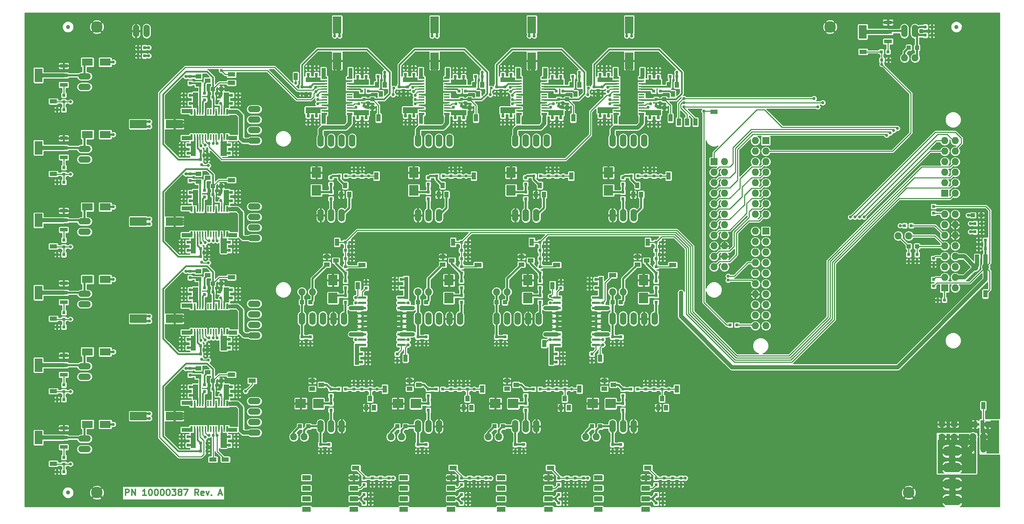
<source format=gbr>
G04 #@! TF.FileFunction,Copper,L1,Top,Signal*
%FSLAX46Y46*%
G04 Gerber Fmt 4.6, Leading zero omitted, Abs format (unit mm)*
G04 Created by KiCad (PCBNEW 4.0.5) date 06/08/17 15:42:23*
%MOMM*%
%LPD*%
G01*
G04 APERTURE LIST*
%ADD10C,0.100000*%
%ADD11C,0.300000*%
%ADD12R,0.800000X0.800000*%
%ADD13R,2.300000X2.500000*%
%ADD14R,2.500000X2.300000*%
%ADD15R,1.000000X1.000000*%
%ADD16R,1.900000X3.250000*%
%ADD17R,1.900000X0.950000*%
%ADD18O,3.048000X1.524000*%
%ADD19O,1.524000X3.048000*%
%ADD20O,4.572000X2.286000*%
%ADD21R,1.400000X1.000000*%
%ADD22R,1.000000X1.400000*%
%ADD23R,1.727200X1.727200*%
%ADD24O,1.727200X1.727200*%
%ADD25R,2.650000X1.750000*%
%ADD26R,1.950000X0.600000*%
%ADD27R,0.600000X1.350000*%
%ADD28R,0.380000X1.350000*%
%ADD29R,5.700000X3.000000*%
%ADD30R,1.350000X0.600000*%
%ADD31R,1.350000X0.380000*%
%ADD32R,3.000000X5.700000*%
%ADD33R,2.000000X4.100000*%
%ADD34R,4.100000X2.000000*%
%ADD35C,1.000000*%
%ADD36C,5.000000*%
%ADD37C,2.800000*%
%ADD38R,2.032000X1.143000*%
%ADD39R,1.000000X1.600000*%
%ADD40R,1.600000X1.000000*%
%ADD41R,1.000000X1.800000*%
%ADD42R,1.800000X1.000000*%
%ADD43C,0.750000*%
%ADD44C,0.600000*%
%ADD45C,0.250000*%
%ADD46C,0.500000*%
%ADD47C,1.000000*%
%ADD48C,0.395000*%
%ADD49C,1.500000*%
%ADD50C,0.350000*%
%ADD51C,0.375000*%
%ADD52C,0.400000*%
G04 APERTURE END LIST*
D10*
D11*
X53828574Y-148728571D02*
X53828574Y-147228571D01*
X54400002Y-147228571D01*
X54542860Y-147300000D01*
X54614288Y-147371429D01*
X54685717Y-147514286D01*
X54685717Y-147728571D01*
X54614288Y-147871429D01*
X54542860Y-147942857D01*
X54400002Y-148014286D01*
X53828574Y-148014286D01*
X55328574Y-148728571D02*
X55328574Y-147228571D01*
X56185717Y-148728571D01*
X56185717Y-147228571D01*
X58828574Y-148728571D02*
X57971431Y-148728571D01*
X58400003Y-148728571D02*
X58400003Y-147228571D01*
X58257146Y-147442857D01*
X58114288Y-147585714D01*
X57971431Y-147657143D01*
X59757145Y-147228571D02*
X59900002Y-147228571D01*
X60042859Y-147300000D01*
X60114288Y-147371429D01*
X60185717Y-147514286D01*
X60257145Y-147800000D01*
X60257145Y-148157143D01*
X60185717Y-148442857D01*
X60114288Y-148585714D01*
X60042859Y-148657143D01*
X59900002Y-148728571D01*
X59757145Y-148728571D01*
X59614288Y-148657143D01*
X59542859Y-148585714D01*
X59471431Y-148442857D01*
X59400002Y-148157143D01*
X59400002Y-147800000D01*
X59471431Y-147514286D01*
X59542859Y-147371429D01*
X59614288Y-147300000D01*
X59757145Y-147228571D01*
X61185716Y-147228571D02*
X61328573Y-147228571D01*
X61471430Y-147300000D01*
X61542859Y-147371429D01*
X61614288Y-147514286D01*
X61685716Y-147800000D01*
X61685716Y-148157143D01*
X61614288Y-148442857D01*
X61542859Y-148585714D01*
X61471430Y-148657143D01*
X61328573Y-148728571D01*
X61185716Y-148728571D01*
X61042859Y-148657143D01*
X60971430Y-148585714D01*
X60900002Y-148442857D01*
X60828573Y-148157143D01*
X60828573Y-147800000D01*
X60900002Y-147514286D01*
X60971430Y-147371429D01*
X61042859Y-147300000D01*
X61185716Y-147228571D01*
X62614287Y-147228571D02*
X62757144Y-147228571D01*
X62900001Y-147300000D01*
X62971430Y-147371429D01*
X63042859Y-147514286D01*
X63114287Y-147800000D01*
X63114287Y-148157143D01*
X63042859Y-148442857D01*
X62971430Y-148585714D01*
X62900001Y-148657143D01*
X62757144Y-148728571D01*
X62614287Y-148728571D01*
X62471430Y-148657143D01*
X62400001Y-148585714D01*
X62328573Y-148442857D01*
X62257144Y-148157143D01*
X62257144Y-147800000D01*
X62328573Y-147514286D01*
X62400001Y-147371429D01*
X62471430Y-147300000D01*
X62614287Y-147228571D01*
X64042858Y-147228571D02*
X64185715Y-147228571D01*
X64328572Y-147300000D01*
X64400001Y-147371429D01*
X64471430Y-147514286D01*
X64542858Y-147800000D01*
X64542858Y-148157143D01*
X64471430Y-148442857D01*
X64400001Y-148585714D01*
X64328572Y-148657143D01*
X64185715Y-148728571D01*
X64042858Y-148728571D01*
X63900001Y-148657143D01*
X63828572Y-148585714D01*
X63757144Y-148442857D01*
X63685715Y-148157143D01*
X63685715Y-147800000D01*
X63757144Y-147514286D01*
X63828572Y-147371429D01*
X63900001Y-147300000D01*
X64042858Y-147228571D01*
X65042858Y-147228571D02*
X65971429Y-147228571D01*
X65471429Y-147800000D01*
X65685715Y-147800000D01*
X65828572Y-147871429D01*
X65900001Y-147942857D01*
X65971429Y-148085714D01*
X65971429Y-148442857D01*
X65900001Y-148585714D01*
X65828572Y-148657143D01*
X65685715Y-148728571D01*
X65257143Y-148728571D01*
X65114286Y-148657143D01*
X65042858Y-148585714D01*
X66828572Y-147871429D02*
X66685714Y-147800000D01*
X66614286Y-147728571D01*
X66542857Y-147585714D01*
X66542857Y-147514286D01*
X66614286Y-147371429D01*
X66685714Y-147300000D01*
X66828572Y-147228571D01*
X67114286Y-147228571D01*
X67257143Y-147300000D01*
X67328572Y-147371429D01*
X67400000Y-147514286D01*
X67400000Y-147585714D01*
X67328572Y-147728571D01*
X67257143Y-147800000D01*
X67114286Y-147871429D01*
X66828572Y-147871429D01*
X66685714Y-147942857D01*
X66614286Y-148014286D01*
X66542857Y-148157143D01*
X66542857Y-148442857D01*
X66614286Y-148585714D01*
X66685714Y-148657143D01*
X66828572Y-148728571D01*
X67114286Y-148728571D01*
X67257143Y-148657143D01*
X67328572Y-148585714D01*
X67400000Y-148442857D01*
X67400000Y-148157143D01*
X67328572Y-148014286D01*
X67257143Y-147942857D01*
X67114286Y-147871429D01*
X67900000Y-147228571D02*
X68900000Y-147228571D01*
X68257143Y-148728571D01*
X71471428Y-148728571D02*
X70971428Y-148014286D01*
X70614285Y-148728571D02*
X70614285Y-147228571D01*
X71185713Y-147228571D01*
X71328571Y-147300000D01*
X71399999Y-147371429D01*
X71471428Y-147514286D01*
X71471428Y-147728571D01*
X71399999Y-147871429D01*
X71328571Y-147942857D01*
X71185713Y-148014286D01*
X70614285Y-148014286D01*
X72685713Y-148657143D02*
X72542856Y-148728571D01*
X72257142Y-148728571D01*
X72114285Y-148657143D01*
X72042856Y-148514286D01*
X72042856Y-147942857D01*
X72114285Y-147800000D01*
X72257142Y-147728571D01*
X72542856Y-147728571D01*
X72685713Y-147800000D01*
X72757142Y-147942857D01*
X72757142Y-148085714D01*
X72042856Y-148228571D01*
X73257142Y-147728571D02*
X73614285Y-148728571D01*
X73971427Y-147728571D01*
X74542856Y-148585714D02*
X74614284Y-148657143D01*
X74542856Y-148728571D01*
X74471427Y-148657143D01*
X74542856Y-148585714D01*
X74542856Y-148728571D01*
X76328570Y-148300000D02*
X77042856Y-148300000D01*
X76185713Y-148728571D02*
X76685713Y-147228571D01*
X77185713Y-148728571D01*
D12*
X134900000Y-87550000D03*
X136500000Y-87550000D03*
X78900000Y-136550000D03*
X80500000Y-136550000D03*
X78900000Y-113050000D03*
X80500000Y-113050000D03*
X78900000Y-89550000D03*
X80500000Y-89550000D03*
X78900000Y-66050000D03*
X80500000Y-66050000D03*
X68900000Y-136550000D03*
X67300000Y-136550000D03*
X68900000Y-113050000D03*
X67300000Y-113050000D03*
X68900000Y-89550000D03*
X67300000Y-89550000D03*
X68900000Y-66050000D03*
X67300000Y-66050000D03*
X69400000Y-122550000D03*
X67800000Y-122550000D03*
X69400000Y-99050000D03*
X67800000Y-99050000D03*
X69400000Y-75550000D03*
X67800000Y-75550000D03*
X69400000Y-52050000D03*
X67800000Y-52050000D03*
X79400000Y-122550000D03*
X81000000Y-122550000D03*
X79400000Y-99050000D03*
X81000000Y-99050000D03*
X79400000Y-75550000D03*
X81000000Y-75550000D03*
X79400000Y-52050000D03*
X81000000Y-52050000D03*
X106900000Y-89550000D03*
X108500000Y-89550000D03*
X134900000Y-89550000D03*
X136500000Y-89550000D03*
X153900000Y-89550000D03*
X155500000Y-89550000D03*
X181900000Y-89550000D03*
X183500000Y-89550000D03*
X98400000Y-112050000D03*
X98400000Y-110450000D03*
X96400000Y-112050000D03*
X96400000Y-110450000D03*
X126400000Y-112050000D03*
X126400000Y-110450000D03*
X124400000Y-112050000D03*
X124400000Y-110450000D03*
X145400000Y-112050000D03*
X145400000Y-110450000D03*
X143400000Y-112050000D03*
X143400000Y-110450000D03*
X173400000Y-112050000D03*
X173400000Y-110450000D03*
X171400000Y-112050000D03*
X171400000Y-110450000D03*
X120400000Y-96550000D03*
X118800000Y-96550000D03*
X167400000Y-96550000D03*
X165800000Y-96550000D03*
X112400000Y-116550000D03*
X110800000Y-116550000D03*
X159400000Y-116550000D03*
X157800000Y-116550000D03*
X97900000Y-57050000D03*
X97900000Y-58650000D03*
X121400000Y-57050000D03*
X121400000Y-58650000D03*
X144900000Y-57050000D03*
X144900000Y-58650000D03*
X168400000Y-57050000D03*
X168400000Y-58650000D03*
X97900000Y-47050000D03*
X97900000Y-45450000D03*
X121400000Y-47050000D03*
X121400000Y-45450000D03*
X144900000Y-47050000D03*
X144900000Y-45450000D03*
X182400000Y-47550000D03*
X182400000Y-45950000D03*
X111900000Y-47550000D03*
X111900000Y-45950000D03*
X135400000Y-47550000D03*
X135400000Y-45950000D03*
X158900000Y-47550000D03*
X158900000Y-45950000D03*
X168400000Y-47050000D03*
X168400000Y-45450000D03*
X111900000Y-57550000D03*
X111900000Y-59150000D03*
X135400000Y-57550000D03*
X135400000Y-59150000D03*
X158900000Y-57550000D03*
X158900000Y-59150000D03*
X182400000Y-57550000D03*
X182400000Y-59150000D03*
X110900000Y-71550000D03*
X110900000Y-69950000D03*
X134400000Y-71550000D03*
X134400000Y-69950000D03*
X157900000Y-71550000D03*
X157900000Y-69950000D03*
X181400000Y-71550000D03*
X181400000Y-69950000D03*
X258900000Y-85050000D03*
X260500000Y-85050000D03*
X258900000Y-83050000D03*
X260500000Y-83050000D03*
X242900000Y-90550000D03*
X242900000Y-92150000D03*
X244900000Y-90550000D03*
X244900000Y-92150000D03*
X261400000Y-89050000D03*
X259800000Y-89050000D03*
X261400000Y-87050000D03*
X259800000Y-87050000D03*
X115400000Y-144550000D03*
X115400000Y-146150000D03*
X138900000Y-144550000D03*
X138900000Y-146150000D03*
X162400000Y-144550000D03*
X162400000Y-146150000D03*
X185900000Y-144550000D03*
X185900000Y-146150000D03*
X111400000Y-150550000D03*
X113000000Y-150550000D03*
X134900000Y-150550000D03*
X136500000Y-150550000D03*
X158400000Y-150550000D03*
X160000000Y-150550000D03*
X181900000Y-150550000D03*
X183500000Y-150550000D03*
X110900000Y-123050000D03*
X110900000Y-121450000D03*
X134400000Y-123050000D03*
X134400000Y-121450000D03*
X157900000Y-123050000D03*
X157900000Y-121450000D03*
X181400000Y-123050000D03*
X181400000Y-121450000D03*
X58400000Y-42550000D03*
X56800000Y-42550000D03*
X58400000Y-40550000D03*
X56800000Y-40550000D03*
X246900000Y-37550000D03*
X248500000Y-37550000D03*
X246900000Y-35550000D03*
X248500000Y-35550000D03*
X179400000Y-123050000D03*
X179400000Y-121450000D03*
X155900000Y-123050000D03*
X155900000Y-121450000D03*
X132400000Y-123050000D03*
X132400000Y-121450000D03*
X108900000Y-123050000D03*
X108900000Y-121450000D03*
X181900000Y-148550000D03*
X183500000Y-148550000D03*
X158400000Y-148550000D03*
X160000000Y-148550000D03*
X134900000Y-148550000D03*
X136500000Y-148550000D03*
X111400000Y-148550000D03*
X113000000Y-148550000D03*
X183900000Y-144550000D03*
X183900000Y-146150000D03*
X160400000Y-144550000D03*
X160400000Y-146150000D03*
X136900000Y-144550000D03*
X136900000Y-146150000D03*
X113400000Y-144550000D03*
X113400000Y-146150000D03*
X179400000Y-71550000D03*
X179400000Y-69950000D03*
X155900000Y-71550000D03*
X155900000Y-69950000D03*
X132400000Y-71550000D03*
X132400000Y-69950000D03*
X108900000Y-71550000D03*
X108900000Y-69950000D03*
X180400000Y-57550000D03*
X180400000Y-59150000D03*
X180400000Y-47550000D03*
X180400000Y-45950000D03*
X170400000Y-47050000D03*
X170400000Y-45450000D03*
X170400000Y-57050000D03*
X170400000Y-58650000D03*
X156900000Y-57550000D03*
X156900000Y-59150000D03*
X156900000Y-47550000D03*
X156900000Y-45950000D03*
X146900000Y-47050000D03*
X146900000Y-45450000D03*
X146900000Y-57050000D03*
X146900000Y-58650000D03*
X133400000Y-57550000D03*
X133400000Y-59150000D03*
X133400000Y-47550000D03*
X133400000Y-45950000D03*
X123400000Y-47050000D03*
X123400000Y-45450000D03*
X123400000Y-57050000D03*
X123400000Y-58650000D03*
X109900000Y-57550000D03*
X109900000Y-59150000D03*
X109900000Y-47550000D03*
X109900000Y-45950000D03*
X99900000Y-47050000D03*
X99900000Y-45450000D03*
X99900000Y-57050000D03*
X99900000Y-58650000D03*
X168900000Y-50050000D03*
X168900000Y-51650000D03*
X166900000Y-50050000D03*
X166900000Y-51650000D03*
X145400000Y-50050000D03*
X145400000Y-51650000D03*
X143400000Y-50050000D03*
X143400000Y-51650000D03*
X121900000Y-50050000D03*
X121900000Y-51650000D03*
X119900000Y-50050000D03*
X119900000Y-51650000D03*
X98400000Y-50050000D03*
X98400000Y-51650000D03*
X96400000Y-50050000D03*
X96400000Y-51650000D03*
X186900000Y-47550000D03*
X185300000Y-47550000D03*
X163400000Y-47550000D03*
X161800000Y-47550000D03*
X139900000Y-47550000D03*
X138300000Y-47550000D03*
X116400000Y-47550000D03*
X114800000Y-47550000D03*
X181900000Y-53050000D03*
X181900000Y-54650000D03*
X158400000Y-53050000D03*
X158400000Y-54650000D03*
X134900000Y-53050000D03*
X134900000Y-54650000D03*
X111400000Y-53050000D03*
X111400000Y-54650000D03*
X182900000Y-51050000D03*
X181300000Y-51050000D03*
X159400000Y-51050000D03*
X157800000Y-51050000D03*
X135900000Y-51050000D03*
X134300000Y-51050000D03*
X112400000Y-51050000D03*
X110800000Y-51050000D03*
X159400000Y-114550000D03*
X157800000Y-114550000D03*
X112400000Y-114550000D03*
X110800000Y-114550000D03*
X167400000Y-98550000D03*
X165800000Y-98550000D03*
X120400000Y-98550000D03*
X118800000Y-98550000D03*
X79400000Y-54050000D03*
X81000000Y-54050000D03*
X69400000Y-54050000D03*
X67800000Y-54050000D03*
X68900000Y-64050000D03*
X67300000Y-64050000D03*
X78900000Y-64050000D03*
X80500000Y-64050000D03*
X79400000Y-77550000D03*
X81000000Y-77550000D03*
X69400000Y-77550000D03*
X67800000Y-77550000D03*
X68900000Y-87550000D03*
X67300000Y-87550000D03*
X78900000Y-87550000D03*
X80500000Y-87550000D03*
X79400000Y-101050000D03*
X81000000Y-101050000D03*
X69400000Y-101050000D03*
X67800000Y-101050000D03*
X68900000Y-111050000D03*
X67300000Y-111050000D03*
X78900000Y-111050000D03*
X80500000Y-111050000D03*
X79400000Y-124550000D03*
X81000000Y-124550000D03*
X69400000Y-124550000D03*
X67800000Y-124550000D03*
X68900000Y-134550000D03*
X67300000Y-134550000D03*
X78900000Y-134550000D03*
X80500000Y-134550000D03*
X71900000Y-65550000D03*
X73500000Y-65550000D03*
X71900000Y-67550000D03*
X73500000Y-67550000D03*
X71900000Y-89050000D03*
X73500000Y-89050000D03*
X71900000Y-91050000D03*
X73500000Y-91050000D03*
X71900000Y-112550000D03*
X73500000Y-112550000D03*
X71900000Y-114550000D03*
X73500000Y-114550000D03*
X71900000Y-136050000D03*
X73500000Y-136050000D03*
X71900000Y-138050000D03*
X73500000Y-138050000D03*
X69400000Y-47550000D03*
X69400000Y-49150000D03*
X69400000Y-71050000D03*
X69400000Y-72650000D03*
X69400000Y-94550000D03*
X69400000Y-96150000D03*
X69400000Y-118050000D03*
X69400000Y-119650000D03*
X74900000Y-52550000D03*
X76500000Y-52550000D03*
X74900000Y-76050000D03*
X76500000Y-76050000D03*
X74900000Y-99550000D03*
X76500000Y-99550000D03*
X74900000Y-123050000D03*
X76500000Y-123050000D03*
X72900000Y-51550000D03*
X72900000Y-53150000D03*
X72900000Y-75050000D03*
X72900000Y-76650000D03*
X72900000Y-98550000D03*
X72900000Y-100150000D03*
X72900000Y-122050000D03*
X72900000Y-123650000D03*
X181900000Y-91550000D03*
X183500000Y-91550000D03*
X153900000Y-91550000D03*
X155500000Y-91550000D03*
X134900000Y-91550000D03*
X136500000Y-91550000D03*
X106900000Y-91550000D03*
X108500000Y-91550000D03*
D13*
X103900000Y-101050000D03*
X103900000Y-96750000D03*
X131900000Y-101050000D03*
X131900000Y-96750000D03*
X150900000Y-101050000D03*
X150900000Y-96750000D03*
X178900000Y-101050000D03*
X178900000Y-96750000D03*
X99900000Y-75050000D03*
X99900000Y-70750000D03*
X123400000Y-75050000D03*
X123400000Y-70750000D03*
X146900000Y-75050000D03*
X146900000Y-70750000D03*
X170400000Y-75050000D03*
X170400000Y-70750000D03*
D14*
X100400000Y-126550000D03*
X96100000Y-126550000D03*
X123900000Y-126550000D03*
X119600000Y-126550000D03*
X147400000Y-126550000D03*
X143100000Y-126550000D03*
X170900000Y-126550000D03*
X166600000Y-126550000D03*
D12*
X106900000Y-102050000D03*
X106900000Y-100450000D03*
X134900000Y-102050000D03*
X134900000Y-100450000D03*
X153900000Y-102050000D03*
X153900000Y-100450000D03*
X181900000Y-102050000D03*
X181900000Y-100450000D03*
X103400000Y-77050000D03*
X103400000Y-75450000D03*
X126900000Y-77050000D03*
X126900000Y-75450000D03*
X150400000Y-77050000D03*
X150400000Y-75450000D03*
X173900000Y-77050000D03*
X173900000Y-75450000D03*
X103400000Y-126550000D03*
X103400000Y-128150000D03*
X126900000Y-126550000D03*
X126900000Y-128150000D03*
X150400000Y-126550000D03*
X150400000Y-128150000D03*
X173900000Y-126550000D03*
X173900000Y-128150000D03*
X237900000Y-41550000D03*
X236300000Y-41550000D03*
X236400000Y-43550000D03*
X238000000Y-43550000D03*
X173900000Y-123050000D03*
X173900000Y-124650000D03*
X177400000Y-123050000D03*
X175800000Y-123050000D03*
X150400000Y-123050000D03*
X150400000Y-124650000D03*
X153900000Y-123050000D03*
X152300000Y-123050000D03*
X126900000Y-123050000D03*
X126900000Y-124650000D03*
X130400000Y-123050000D03*
X128800000Y-123050000D03*
X103400000Y-123050000D03*
X103400000Y-124650000D03*
X106900000Y-123050000D03*
X105300000Y-123050000D03*
X183400000Y-123050000D03*
X183400000Y-121450000D03*
X159900000Y-123050000D03*
X159900000Y-121450000D03*
X136400000Y-123050000D03*
X136400000Y-121450000D03*
X112900000Y-123050000D03*
X112900000Y-121450000D03*
X181900000Y-144550000D03*
X181900000Y-146150000D03*
X158400000Y-144550000D03*
X158400000Y-146150000D03*
X134900000Y-144550000D03*
X134900000Y-146150000D03*
X111400000Y-144550000D03*
X111400000Y-146150000D03*
X38900000Y-52050000D03*
X38900000Y-53650000D03*
X38900000Y-69550000D03*
X38900000Y-71150000D03*
X38900000Y-87050000D03*
X38900000Y-88650000D03*
X38900000Y-104550000D03*
X38900000Y-106150000D03*
X38900000Y-55550000D03*
X37300000Y-55550000D03*
X38900000Y-73050000D03*
X37300000Y-73050000D03*
X38900000Y-90550000D03*
X37300000Y-90550000D03*
X38900000Y-108050000D03*
X37300000Y-108050000D03*
X38900000Y-122050000D03*
X38900000Y-123650000D03*
X38900000Y-139550000D03*
X38900000Y-141150000D03*
X38900000Y-125550000D03*
X37300000Y-125550000D03*
X38900000Y-143050000D03*
X37300000Y-143050000D03*
X173900000Y-73550000D03*
X173900000Y-71950000D03*
X175900000Y-71550000D03*
X177500000Y-71550000D03*
X150400000Y-73550000D03*
X150400000Y-71950000D03*
X152400000Y-71550000D03*
X154000000Y-71550000D03*
X126900000Y-73550000D03*
X126900000Y-71950000D03*
X128900000Y-71550000D03*
X130500000Y-71550000D03*
X103400000Y-73550000D03*
X103400000Y-71950000D03*
X105400000Y-71550000D03*
X107000000Y-71550000D03*
X248900000Y-93050000D03*
X248900000Y-91450000D03*
X248900000Y-80550000D03*
X248900000Y-78950000D03*
X166400000Y-114550000D03*
X166400000Y-116150000D03*
X119400000Y-114550000D03*
X119400000Y-116150000D03*
X158900000Y-97050000D03*
X158900000Y-98650000D03*
X111900000Y-97050000D03*
X111900000Y-98650000D03*
X181900000Y-98550000D03*
X181900000Y-96950000D03*
X181900000Y-95050000D03*
X181900000Y-93450000D03*
X153900000Y-98550000D03*
X153900000Y-96950000D03*
X153900000Y-95050000D03*
X153900000Y-93450000D03*
X248900000Y-96550000D03*
X248900000Y-98150000D03*
X134900000Y-98550000D03*
X134900000Y-96950000D03*
X134900000Y-95050000D03*
X134900000Y-93450000D03*
X106900000Y-98550000D03*
X106900000Y-96950000D03*
X106900000Y-95050000D03*
X106900000Y-93450000D03*
X181900000Y-87550000D03*
X183500000Y-87550000D03*
X153900000Y-87550000D03*
X155500000Y-87550000D03*
X106900000Y-87550000D03*
X108500000Y-87550000D03*
X249900000Y-101550000D03*
X251500000Y-101550000D03*
D15*
X96400000Y-102050000D03*
X98400000Y-102050000D03*
X124400000Y-102050000D03*
X126400000Y-102050000D03*
X143400000Y-102050000D03*
X145400000Y-102050000D03*
X171400000Y-102050000D03*
X173400000Y-102050000D03*
X244900000Y-88550000D03*
X242900000Y-88550000D03*
X259400000Y-91050000D03*
X261400000Y-91050000D03*
X244900000Y-40550000D03*
X242900000Y-40550000D03*
D16*
X231800000Y-36750000D03*
D17*
X237900000Y-36750000D03*
X237900000Y-34450000D03*
X237900000Y-39050000D03*
D16*
X32800000Y-47250000D03*
D17*
X38900000Y-47250000D03*
X38900000Y-44950000D03*
X38900000Y-49550000D03*
D16*
X32800000Y-64750000D03*
D17*
X38900000Y-64750000D03*
X38900000Y-62450000D03*
X38900000Y-67050000D03*
D16*
X32800000Y-82250000D03*
D17*
X38900000Y-82250000D03*
X38900000Y-79950000D03*
X38900000Y-84550000D03*
D16*
X32800000Y-99750000D03*
D17*
X38900000Y-99750000D03*
X38900000Y-97450000D03*
X38900000Y-102050000D03*
D16*
X32800000Y-117250000D03*
D17*
X38900000Y-117250000D03*
X38900000Y-114950000D03*
X38900000Y-119550000D03*
D16*
X32800000Y-134750000D03*
D17*
X38900000Y-134750000D03*
X38900000Y-132450000D03*
X38900000Y-137050000D03*
D18*
X43900000Y-137550000D03*
X43900000Y-135010000D03*
X43900000Y-120050000D03*
X43900000Y-117510000D03*
X43900000Y-102550000D03*
X43900000Y-100010000D03*
X43900000Y-85050000D03*
X43900000Y-82510000D03*
X43900000Y-67550000D03*
X43900000Y-65010000D03*
X43900000Y-50050000D03*
X43900000Y-47510000D03*
D19*
X58900000Y-36550000D03*
X56360000Y-36550000D03*
X244400000Y-36550000D03*
X241860000Y-36550000D03*
D20*
X253400000Y-138050000D03*
X253400000Y-142012400D03*
X253400000Y-145974800D03*
X253400000Y-149937200D03*
D21*
X169400000Y-121050000D03*
X169400000Y-122950000D03*
X171600000Y-122000000D03*
D22*
X182400000Y-127550000D03*
X184300000Y-127550000D03*
X183350000Y-125350000D03*
D21*
X145900000Y-121050000D03*
X145900000Y-122950000D03*
X148100000Y-122000000D03*
D22*
X158900000Y-127550000D03*
X160800000Y-127550000D03*
X159850000Y-125350000D03*
D21*
X122400000Y-121050000D03*
X122400000Y-122950000D03*
X124600000Y-122000000D03*
D22*
X135400000Y-127550000D03*
X137300000Y-127550000D03*
X136350000Y-125350000D03*
D21*
X98900000Y-121050000D03*
X98900000Y-122950000D03*
X101100000Y-122000000D03*
D22*
X111900000Y-127550000D03*
X113800000Y-127550000D03*
X112850000Y-125350000D03*
X176400000Y-76050000D03*
X178300000Y-76050000D03*
X177350000Y-73850000D03*
X152900000Y-76050000D03*
X154800000Y-76050000D03*
X153850000Y-73850000D03*
X129400000Y-76050000D03*
X131300000Y-76050000D03*
X130350000Y-73850000D03*
X105900000Y-76050000D03*
X107800000Y-76050000D03*
X106850000Y-73850000D03*
X186900000Y-49550000D03*
X185000000Y-49550000D03*
X185950000Y-51750000D03*
X163400000Y-49550000D03*
X161500000Y-49550000D03*
X162450000Y-51750000D03*
X139900000Y-49550000D03*
X138000000Y-49550000D03*
X138950000Y-51750000D03*
X116400000Y-49550000D03*
X114500000Y-49550000D03*
X115450000Y-51750000D03*
D21*
X71400000Y-47550000D03*
X71400000Y-49450000D03*
X73600000Y-48500000D03*
X71400000Y-71050000D03*
X71400000Y-72950000D03*
X73600000Y-72000000D03*
X71400000Y-94550000D03*
X71400000Y-96450000D03*
X73600000Y-95500000D03*
X71400000Y-118050000D03*
X71400000Y-119950000D03*
X73600000Y-119000000D03*
X177400000Y-91050000D03*
X177400000Y-92950000D03*
X179600000Y-92000000D03*
X149400000Y-91050000D03*
X149400000Y-92950000D03*
X151600000Y-92000000D03*
X130400000Y-91050000D03*
X130400000Y-92950000D03*
X132600000Y-92000000D03*
X102400000Y-91050000D03*
X102400000Y-92950000D03*
X104600000Y-92000000D03*
D23*
X195890000Y-68130000D03*
D24*
X198430000Y-68130000D03*
X195890000Y-70670000D03*
X198430000Y-70670000D03*
X195890000Y-73210000D03*
X198430000Y-73210000D03*
X195890000Y-75750000D03*
X198430000Y-75750000D03*
X195890000Y-78290000D03*
X198430000Y-78290000D03*
X195890000Y-80830000D03*
X198430000Y-80830000D03*
X195890000Y-83370000D03*
X198430000Y-83370000D03*
X195890000Y-85910000D03*
X198430000Y-85910000D03*
X195890000Y-88450000D03*
X198430000Y-88450000D03*
X195890000Y-90990000D03*
X198430000Y-90990000D03*
X195890000Y-93530000D03*
X198430000Y-93530000D03*
D18*
X84900000Y-133550000D03*
X84900000Y-131010000D03*
X84900000Y-128470000D03*
X84900000Y-125930000D03*
X84900000Y-110050000D03*
X84900000Y-107510000D03*
X84900000Y-104970000D03*
X84900000Y-102430000D03*
X84900000Y-86550000D03*
X84900000Y-84010000D03*
X84900000Y-81470000D03*
X84900000Y-78930000D03*
X84900000Y-63050000D03*
X84900000Y-60510000D03*
X84900000Y-57970000D03*
X84900000Y-55430000D03*
D19*
X100900000Y-63050000D03*
X103440000Y-63050000D03*
X105980000Y-63050000D03*
X108520000Y-63050000D03*
X124400000Y-63050000D03*
X126940000Y-63050000D03*
X129480000Y-63050000D03*
X132020000Y-63050000D03*
X147900000Y-63050000D03*
X150440000Y-63050000D03*
X152980000Y-63050000D03*
X155520000Y-63050000D03*
X171400000Y-63050000D03*
X173940000Y-63050000D03*
X176480000Y-63050000D03*
X179020000Y-63050000D03*
X100900000Y-81050000D03*
X103440000Y-81050000D03*
X105980000Y-81050000D03*
X124400000Y-81050000D03*
X126940000Y-81050000D03*
X129480000Y-81050000D03*
X147900000Y-81050000D03*
X150440000Y-81050000D03*
X152980000Y-81050000D03*
X171400000Y-81050000D03*
X173940000Y-81050000D03*
X176480000Y-81050000D03*
X100900000Y-132050000D03*
X103440000Y-132050000D03*
X105980000Y-132050000D03*
X124400000Y-132050000D03*
X126940000Y-132050000D03*
X129480000Y-132050000D03*
X147900000Y-132050000D03*
X150440000Y-132050000D03*
X152980000Y-132050000D03*
X171400000Y-132050000D03*
X173940000Y-132050000D03*
X176480000Y-132050000D03*
X96400000Y-106050000D03*
X98940000Y-106050000D03*
X101480000Y-106050000D03*
X104020000Y-106050000D03*
X106560000Y-106050000D03*
X124400000Y-106050000D03*
X126940000Y-106050000D03*
X129480000Y-106050000D03*
X132020000Y-106050000D03*
X134560000Y-106050000D03*
X143400000Y-106050000D03*
X145940000Y-106050000D03*
X148480000Y-106050000D03*
X151020000Y-106050000D03*
X153560000Y-106050000D03*
X171400000Y-106050000D03*
X173940000Y-106050000D03*
X176480000Y-106050000D03*
X179020000Y-106050000D03*
X181560000Y-106050000D03*
D25*
X48900000Y-44050000D03*
X44600000Y-44050000D03*
X48900000Y-61550000D03*
X44600000Y-61550000D03*
X48900000Y-79050000D03*
X44600000Y-79050000D03*
X48900000Y-96550000D03*
X44600000Y-96550000D03*
X48900000Y-114050000D03*
X44600000Y-114050000D03*
X48900000Y-131550000D03*
X44600000Y-131550000D03*
D26*
X167400000Y-112355000D03*
X167400000Y-111085000D03*
X167400000Y-109815000D03*
X167400000Y-108545000D03*
X167400000Y-107275000D03*
X167400000Y-106005000D03*
X167400000Y-104735000D03*
X167400000Y-103465000D03*
X167400000Y-102195000D03*
X167400000Y-100925000D03*
X158000000Y-100925000D03*
X158000000Y-102195000D03*
X158000000Y-103465000D03*
X158000000Y-104735000D03*
X158000000Y-106005000D03*
X158000000Y-107275000D03*
X158000000Y-108545000D03*
X158000000Y-109815000D03*
X158000000Y-111085000D03*
X158000000Y-112355000D03*
X120400000Y-112355000D03*
X120400000Y-111085000D03*
X120400000Y-109815000D03*
X120400000Y-108545000D03*
X120400000Y-107275000D03*
X120400000Y-106005000D03*
X120400000Y-104735000D03*
X120400000Y-103465000D03*
X120400000Y-102195000D03*
X120400000Y-100925000D03*
X111000000Y-100925000D03*
X111000000Y-102195000D03*
X111000000Y-103465000D03*
X111000000Y-104735000D03*
X111000000Y-106005000D03*
X111000000Y-107275000D03*
X111000000Y-108545000D03*
X111000000Y-109815000D03*
X111000000Y-111085000D03*
X111000000Y-112355000D03*
D15*
X258400000Y-81050000D03*
X260400000Y-81050000D03*
X183900000Y-53050000D03*
X183900000Y-55050000D03*
X160400000Y-53050000D03*
X160400000Y-55050000D03*
X136900000Y-53050000D03*
X136900000Y-55050000D03*
X113400000Y-53050000D03*
X113400000Y-55050000D03*
X74900000Y-50550000D03*
X76900000Y-50550000D03*
X74900000Y-74050000D03*
X76900000Y-74050000D03*
X74900000Y-97550000D03*
X76900000Y-97550000D03*
X74900000Y-121050000D03*
X76900000Y-121050000D03*
D27*
X69745000Y-132650000D03*
D28*
X70495000Y-132650000D03*
X71145000Y-132650000D03*
X71795000Y-132650000D03*
X72445000Y-132650000D03*
X73095000Y-132650000D03*
X73745000Y-132650000D03*
X74395000Y-132650000D03*
X75045000Y-132650000D03*
X75695000Y-132650000D03*
X76345000Y-132650000D03*
X76995000Y-132650000D03*
X77645000Y-132650000D03*
D27*
X78395000Y-132650000D03*
X78395000Y-126550000D03*
D28*
X77645000Y-126550000D03*
X76995000Y-126550000D03*
X76345000Y-126550000D03*
X75695000Y-126550000D03*
X75045000Y-126550000D03*
X74395000Y-126550000D03*
X73745000Y-126550000D03*
X73095000Y-126550000D03*
X72445000Y-126550000D03*
X71795000Y-126550000D03*
X71145000Y-126550000D03*
X70495000Y-126550000D03*
D27*
X69745000Y-126550000D03*
D29*
X74075000Y-129600000D03*
D27*
X69745000Y-109150000D03*
D28*
X70495000Y-109150000D03*
X71145000Y-109150000D03*
X71795000Y-109150000D03*
X72445000Y-109150000D03*
X73095000Y-109150000D03*
X73745000Y-109150000D03*
X74395000Y-109150000D03*
X75045000Y-109150000D03*
X75695000Y-109150000D03*
X76345000Y-109150000D03*
X76995000Y-109150000D03*
X77645000Y-109150000D03*
D27*
X78395000Y-109150000D03*
X78395000Y-103050000D03*
D28*
X77645000Y-103050000D03*
X76995000Y-103050000D03*
X76345000Y-103050000D03*
X75695000Y-103050000D03*
X75045000Y-103050000D03*
X74395000Y-103050000D03*
X73745000Y-103050000D03*
X73095000Y-103050000D03*
X72445000Y-103050000D03*
X71795000Y-103050000D03*
X71145000Y-103050000D03*
X70495000Y-103050000D03*
D27*
X69745000Y-103050000D03*
D29*
X74075000Y-106100000D03*
D27*
X69745000Y-85650000D03*
D28*
X70495000Y-85650000D03*
X71145000Y-85650000D03*
X71795000Y-85650000D03*
X72445000Y-85650000D03*
X73095000Y-85650000D03*
X73745000Y-85650000D03*
X74395000Y-85650000D03*
X75045000Y-85650000D03*
X75695000Y-85650000D03*
X76345000Y-85650000D03*
X76995000Y-85650000D03*
X77645000Y-85650000D03*
D27*
X78395000Y-85650000D03*
X78395000Y-79550000D03*
D28*
X77645000Y-79550000D03*
X76995000Y-79550000D03*
X76345000Y-79550000D03*
X75695000Y-79550000D03*
X75045000Y-79550000D03*
X74395000Y-79550000D03*
X73745000Y-79550000D03*
X73095000Y-79550000D03*
X72445000Y-79550000D03*
X71795000Y-79550000D03*
X71145000Y-79550000D03*
X70495000Y-79550000D03*
D27*
X69745000Y-79550000D03*
D29*
X74075000Y-82600000D03*
D27*
X69745000Y-62150000D03*
D28*
X70495000Y-62150000D03*
X71145000Y-62150000D03*
X71795000Y-62150000D03*
X72445000Y-62150000D03*
X73095000Y-62150000D03*
X73745000Y-62150000D03*
X74395000Y-62150000D03*
X75045000Y-62150000D03*
X75695000Y-62150000D03*
X76345000Y-62150000D03*
X76995000Y-62150000D03*
X77645000Y-62150000D03*
D27*
X78395000Y-62150000D03*
X78395000Y-56050000D03*
D28*
X77645000Y-56050000D03*
X76995000Y-56050000D03*
X76345000Y-56050000D03*
X75695000Y-56050000D03*
X75045000Y-56050000D03*
X74395000Y-56050000D03*
X73745000Y-56050000D03*
X73095000Y-56050000D03*
X72445000Y-56050000D03*
X71795000Y-56050000D03*
X71145000Y-56050000D03*
X70495000Y-56050000D03*
D27*
X69745000Y-56050000D03*
D29*
X74075000Y-59100000D03*
D30*
X101800000Y-47895000D03*
D31*
X101800000Y-48645000D03*
X101800000Y-49295000D03*
X101800000Y-49945000D03*
X101800000Y-50595000D03*
X101800000Y-51245000D03*
X101800000Y-51895000D03*
X101800000Y-52545000D03*
X101800000Y-53195000D03*
X101800000Y-53845000D03*
X101800000Y-54495000D03*
X101800000Y-55145000D03*
X101800000Y-55795000D03*
D30*
X101800000Y-56545000D03*
X107900000Y-56545000D03*
D31*
X107900000Y-55795000D03*
X107900000Y-55145000D03*
X107900000Y-54495000D03*
X107900000Y-53845000D03*
X107900000Y-53195000D03*
X107900000Y-52545000D03*
X107900000Y-51895000D03*
X107900000Y-51245000D03*
X107900000Y-50595000D03*
X107900000Y-49945000D03*
X107900000Y-49295000D03*
X107900000Y-48645000D03*
D30*
X107900000Y-47895000D03*
D32*
X104850000Y-52225000D03*
D30*
X125300000Y-47895000D03*
D31*
X125300000Y-48645000D03*
X125300000Y-49295000D03*
X125300000Y-49945000D03*
X125300000Y-50595000D03*
X125300000Y-51245000D03*
X125300000Y-51895000D03*
X125300000Y-52545000D03*
X125300000Y-53195000D03*
X125300000Y-53845000D03*
X125300000Y-54495000D03*
X125300000Y-55145000D03*
X125300000Y-55795000D03*
D30*
X125300000Y-56545000D03*
X131400000Y-56545000D03*
D31*
X131400000Y-55795000D03*
X131400000Y-55145000D03*
X131400000Y-54495000D03*
X131400000Y-53845000D03*
X131400000Y-53195000D03*
X131400000Y-52545000D03*
X131400000Y-51895000D03*
X131400000Y-51245000D03*
X131400000Y-50595000D03*
X131400000Y-49945000D03*
X131400000Y-49295000D03*
X131400000Y-48645000D03*
D30*
X131400000Y-47895000D03*
D32*
X128350000Y-52225000D03*
D30*
X148800000Y-47895000D03*
D31*
X148800000Y-48645000D03*
X148800000Y-49295000D03*
X148800000Y-49945000D03*
X148800000Y-50595000D03*
X148800000Y-51245000D03*
X148800000Y-51895000D03*
X148800000Y-52545000D03*
X148800000Y-53195000D03*
X148800000Y-53845000D03*
X148800000Y-54495000D03*
X148800000Y-55145000D03*
X148800000Y-55795000D03*
D30*
X148800000Y-56545000D03*
X154900000Y-56545000D03*
D31*
X154900000Y-55795000D03*
X154900000Y-55145000D03*
X154900000Y-54495000D03*
X154900000Y-53845000D03*
X154900000Y-53195000D03*
X154900000Y-52545000D03*
X154900000Y-51895000D03*
X154900000Y-51245000D03*
X154900000Y-50595000D03*
X154900000Y-49945000D03*
X154900000Y-49295000D03*
X154900000Y-48645000D03*
D30*
X154900000Y-47895000D03*
D32*
X151850000Y-52225000D03*
D30*
X172300000Y-47895000D03*
D31*
X172300000Y-48645000D03*
X172300000Y-49295000D03*
X172300000Y-49945000D03*
X172300000Y-50595000D03*
X172300000Y-51245000D03*
X172300000Y-51895000D03*
X172300000Y-52545000D03*
X172300000Y-53195000D03*
X172300000Y-53845000D03*
X172300000Y-54495000D03*
X172300000Y-55145000D03*
X172300000Y-55795000D03*
D30*
X172300000Y-56545000D03*
X178400000Y-56545000D03*
D31*
X178400000Y-55795000D03*
X178400000Y-55145000D03*
X178400000Y-54495000D03*
X178400000Y-53845000D03*
X178400000Y-53195000D03*
X178400000Y-52545000D03*
X178400000Y-51895000D03*
X178400000Y-51245000D03*
X178400000Y-50595000D03*
X178400000Y-49945000D03*
X178400000Y-49295000D03*
X178400000Y-48645000D03*
D30*
X178400000Y-47895000D03*
D32*
X175350000Y-52225000D03*
D33*
X175400000Y-35050000D03*
X175400000Y-43750000D03*
X151900000Y-35050000D03*
X151900000Y-43750000D03*
X128400000Y-35050000D03*
X128400000Y-43750000D03*
X104900000Y-35050000D03*
X104900000Y-43750000D03*
D34*
X56900000Y-59050000D03*
X65600000Y-59050000D03*
X56900000Y-82550000D03*
X65600000Y-82550000D03*
X56900000Y-106050000D03*
X65600000Y-106050000D03*
X56900000Y-129550000D03*
X65600000Y-129550000D03*
D12*
X171400000Y-138050000D03*
X171400000Y-136450000D03*
X173400000Y-138050000D03*
X173400000Y-136450000D03*
X147900000Y-138050000D03*
X147900000Y-136450000D03*
X149900000Y-138050000D03*
X149900000Y-136450000D03*
X124400000Y-138050000D03*
X124400000Y-136450000D03*
X126400000Y-138050000D03*
X126400000Y-136450000D03*
X100900000Y-138050000D03*
X100900000Y-136450000D03*
X102900000Y-138050000D03*
X102900000Y-136450000D03*
D15*
X166400000Y-132050000D03*
X168400000Y-132050000D03*
X142900000Y-132050000D03*
X144900000Y-132050000D03*
X119400000Y-132050000D03*
X121400000Y-132050000D03*
X95900000Y-132050000D03*
X97900000Y-132050000D03*
D24*
X258400000Y-134550000D03*
X260940000Y-134550000D03*
X241900000Y-43050000D03*
X244440000Y-43050000D03*
X164900000Y-134550000D03*
X167440000Y-134550000D03*
X141400000Y-134550000D03*
X143940000Y-134550000D03*
X117900000Y-134550000D03*
X120440000Y-134550000D03*
X94400000Y-134550000D03*
X96940000Y-134550000D03*
X258900000Y-93550000D03*
X261440000Y-93550000D03*
X242900000Y-86050000D03*
X240360000Y-86050000D03*
X171400000Y-99550000D03*
X173940000Y-99550000D03*
X143400000Y-99550000D03*
X145940000Y-99550000D03*
X124400000Y-99550000D03*
X126940000Y-99550000D03*
X96400000Y-99550000D03*
X98940000Y-99550000D03*
D35*
X39900000Y-35550000D03*
X254400000Y-35550000D03*
X39900000Y-148050000D03*
D36*
X261400000Y-148050000D03*
X32900000Y-148050000D03*
X261400000Y-35550000D03*
X32900000Y-35550000D03*
X139400000Y-79050000D03*
D24*
X205860000Y-63050000D03*
D23*
X208400000Y-63050000D03*
D24*
X205860000Y-65590000D03*
X208400000Y-65590000D03*
X205860000Y-68130000D03*
X208400000Y-68130000D03*
X205860000Y-70670000D03*
X208400000Y-70670000D03*
X205860000Y-73210000D03*
X208400000Y-73210000D03*
X205860000Y-75750000D03*
X208400000Y-75750000D03*
X205860000Y-78290000D03*
X208400000Y-78290000D03*
X205860000Y-80830000D03*
X208400000Y-80830000D03*
X205860000Y-84894000D03*
D23*
X208400000Y-84894000D03*
D24*
X205860000Y-87434000D03*
X208400000Y-87434000D03*
X205860000Y-89974000D03*
X208400000Y-89974000D03*
X205860000Y-92514000D03*
X208400000Y-92514000D03*
X205860000Y-95054000D03*
X208400000Y-95054000D03*
X205860000Y-97594000D03*
X208400000Y-97594000D03*
X205860000Y-100134000D03*
X208400000Y-100134000D03*
X205860000Y-102674000D03*
X208400000Y-102674000D03*
X205860000Y-105214000D03*
X208400000Y-105214000D03*
X205860000Y-107754000D03*
X208400000Y-107754000D03*
X254120000Y-75750000D03*
D23*
X251580000Y-75750000D03*
D24*
X254120000Y-73210000D03*
X251580000Y-73210000D03*
X254120000Y-70670000D03*
X251580000Y-70670000D03*
X254120000Y-68130000D03*
X251580000Y-68130000D03*
X254120000Y-65590000D03*
X251580000Y-65590000D03*
X254120000Y-63050000D03*
X251580000Y-63050000D03*
X254120000Y-98610000D03*
D23*
X251580000Y-98610000D03*
D24*
X254120000Y-96070000D03*
X251580000Y-96070000D03*
X254120000Y-93530000D03*
X251580000Y-93530000D03*
X254120000Y-90990000D03*
X251580000Y-90990000D03*
X254120000Y-88450000D03*
X251580000Y-88450000D03*
X254120000Y-85910000D03*
X251580000Y-85910000D03*
X254120000Y-83370000D03*
X251580000Y-83370000D03*
X254120000Y-80830000D03*
X251580000Y-80830000D03*
D12*
X241900000Y-83550000D03*
X243500000Y-83550000D03*
X201400000Y-107550000D03*
X199800000Y-107550000D03*
X187900000Y-144550000D03*
X187900000Y-146150000D03*
X164400000Y-144550000D03*
X164400000Y-146150000D03*
X140900000Y-144550000D03*
X140900000Y-146150000D03*
X117400000Y-144550000D03*
X117400000Y-146150000D03*
D37*
X46900000Y-35550000D03*
X242900000Y-148050000D03*
X223900000Y-35550000D03*
X46900000Y-148050000D03*
D38*
X167975000Y-152050000D03*
X167975000Y-149510000D03*
X167975000Y-146970000D03*
X167975000Y-144430000D03*
X179405000Y-144430000D03*
X179405000Y-146970000D03*
X179405000Y-149510000D03*
X179405000Y-152050000D03*
X144475000Y-152050000D03*
X144475000Y-149510000D03*
X144475000Y-146970000D03*
X144475000Y-144430000D03*
X155905000Y-144430000D03*
X155905000Y-146970000D03*
X155905000Y-149510000D03*
X155905000Y-152050000D03*
X120975000Y-152050000D03*
X120975000Y-149510000D03*
X120975000Y-146970000D03*
X120975000Y-144430000D03*
X132405000Y-144430000D03*
X132405000Y-146970000D03*
X132405000Y-149510000D03*
X132405000Y-152050000D03*
X97475000Y-152050000D03*
X97475000Y-149510000D03*
X97475000Y-146970000D03*
X97475000Y-144430000D03*
X108905000Y-144430000D03*
X108905000Y-146970000D03*
X108905000Y-149510000D03*
X108905000Y-152050000D03*
D39*
X257900000Y-137550000D03*
X260900000Y-137550000D03*
X261900000Y-131550000D03*
X258900000Y-131550000D03*
D40*
X253900000Y-134550000D03*
X253900000Y-131550000D03*
X250900000Y-134550000D03*
X250900000Y-131550000D03*
D41*
X168400000Y-115550000D03*
X156900000Y-98050000D03*
X121400000Y-115550000D03*
X109900000Y-98050000D03*
X154900000Y-112050000D03*
D42*
X171400000Y-95550000D03*
X79400000Y-47050000D03*
X195900000Y-56050000D03*
D41*
X94900000Y-47550000D03*
X187400000Y-58550000D03*
X189400000Y-58550000D03*
X191400000Y-58550000D03*
D42*
X185900000Y-93050000D03*
X157900000Y-93050000D03*
X138900000Y-93050000D03*
X110900000Y-93050000D03*
D41*
X260900000Y-127050000D03*
X261400000Y-100050000D03*
D42*
X84400000Y-121050000D03*
X77900000Y-140050000D03*
X74900000Y-140050000D03*
X231900000Y-41550000D03*
D41*
X186900000Y-123050000D03*
X163400000Y-123050000D03*
X139900000Y-123050000D03*
X116400000Y-123050000D03*
D42*
X179900000Y-142050000D03*
X156400000Y-142050000D03*
X132900000Y-142050000D03*
X109400000Y-142050000D03*
X36400000Y-53550000D03*
X36400000Y-71050000D03*
X36400000Y-88550000D03*
X36400000Y-106050000D03*
X36400000Y-123550000D03*
X36400000Y-141050000D03*
D41*
X184900000Y-71550000D03*
X161400000Y-71550000D03*
X137900000Y-71550000D03*
X114400000Y-71550000D03*
X185400000Y-57550000D03*
X161900000Y-57550000D03*
X138400000Y-57550000D03*
X114900000Y-57550000D03*
D42*
X79400000Y-49050000D03*
X79400000Y-72550000D03*
X79400000Y-96050000D03*
X79400000Y-119550000D03*
D41*
X179900000Y-87550000D03*
X151900000Y-87550000D03*
X132900000Y-87550000D03*
X104900000Y-87550000D03*
D43*
X185000000Y-123050000D03*
X114050000Y-150550000D03*
X114050000Y-148550000D03*
X117400000Y-147200000D03*
X115400000Y-147200000D03*
X113400000Y-147200000D03*
X137550000Y-150550000D03*
X137550000Y-148550000D03*
X140900000Y-147200000D03*
X138900000Y-147200000D03*
X136900000Y-147200000D03*
X161050000Y-150550000D03*
X161050000Y-148550000D03*
X164400000Y-147200000D03*
X162400000Y-147200000D03*
X160400000Y-147200000D03*
X184550000Y-150550000D03*
X184550000Y-148550000D03*
X187900000Y-147200000D03*
X185900000Y-147200000D03*
X183900000Y-147200000D03*
X177750000Y-144450000D03*
X154250000Y-144450000D03*
X130750000Y-144450000D03*
X107250000Y-144450000D03*
X248850000Y-101550000D03*
X257750000Y-131050000D03*
X158900000Y-96000000D03*
X248900000Y-94700000D03*
X164800000Y-104700000D03*
X165800000Y-104700000D03*
X164800000Y-106000000D03*
X165800000Y-106000000D03*
X164800000Y-107250000D03*
X165800000Y-107250000D03*
X164800000Y-108550000D03*
X165800000Y-108550000D03*
X160600000Y-108550000D03*
X159600000Y-108550000D03*
X160600000Y-107250000D03*
X159600000Y-107250000D03*
X160600000Y-106000000D03*
X159600000Y-106000000D03*
X160600000Y-104700000D03*
X159600000Y-104700000D03*
X117800000Y-104700000D03*
X117800000Y-106000000D03*
X117800000Y-107250000D03*
X117800000Y-108550000D03*
X113600000Y-107250000D03*
X112600000Y-107250000D03*
X113600000Y-106000000D03*
X112600000Y-106000000D03*
X113600000Y-104700000D03*
X112600000Y-104700000D03*
X113600000Y-108550000D03*
X118800000Y-104700000D03*
X118800000Y-106000000D03*
X118800000Y-107250000D03*
X118800000Y-108550000D03*
X112600000Y-108550000D03*
X55750000Y-40550000D03*
X55750000Y-42550000D03*
X78050000Y-50550000D03*
X244900000Y-93200000D03*
X242900000Y-93200000D03*
X74150000Y-137050000D03*
X74150000Y-113550000D03*
X74150000Y-90050000D03*
X74150000Y-66550000D03*
X97400000Y-52300000D03*
X120900000Y-52300000D03*
X144400000Y-52300000D03*
X167900000Y-52300000D03*
X108900000Y-120400000D03*
X110900000Y-120400000D03*
X112900000Y-120400000D03*
X150750000Y-55700000D03*
X152950000Y-48750000D03*
X151850000Y-48750000D03*
X151300000Y-47900000D03*
X152400000Y-47900000D03*
X150750000Y-48750000D03*
X151850000Y-55700000D03*
X152400000Y-56550000D03*
X151300000Y-56550000D03*
X152950000Y-55700000D03*
X77550000Y-130700000D03*
X70600000Y-128500000D03*
X77550000Y-107200000D03*
X70600000Y-105000000D03*
X77550000Y-83700000D03*
X70600000Y-81500000D03*
X77550000Y-60200000D03*
X70600000Y-58000000D03*
X103750000Y-55700000D03*
X105950000Y-48750000D03*
X127250000Y-55700000D03*
X129450000Y-48750000D03*
X174250000Y-55700000D03*
X176450000Y-48750000D03*
X81550000Y-134550000D03*
X81550000Y-136550000D03*
X66250000Y-136550000D03*
X66250000Y-134550000D03*
X82050000Y-124550000D03*
X82050000Y-122550000D03*
X78050000Y-121050000D03*
X66750000Y-124550000D03*
X66750000Y-122550000D03*
X81550000Y-111050000D03*
X81550000Y-113050000D03*
X66250000Y-113050000D03*
X66250000Y-111050000D03*
X82050000Y-101050000D03*
X82050000Y-99050000D03*
X78050000Y-97550000D03*
X66750000Y-101050000D03*
X66750000Y-99050000D03*
X81550000Y-87550000D03*
X81550000Y-89550000D03*
X66250000Y-89550000D03*
X66250000Y-87550000D03*
X82050000Y-77550000D03*
X82050000Y-75550000D03*
X78050000Y-74050000D03*
X66750000Y-77550000D03*
X66750000Y-75550000D03*
X81550000Y-66050000D03*
X81550000Y-64050000D03*
X66250000Y-66050000D03*
X66250000Y-64050000D03*
X82050000Y-54050000D03*
X82050000Y-52050000D03*
X66750000Y-54050000D03*
X66750000Y-52050000D03*
X99900000Y-59700000D03*
X97900000Y-59700000D03*
X109900000Y-60200000D03*
X111900000Y-60200000D03*
X113400000Y-56350000D03*
X97900000Y-44400000D03*
X99900000Y-44400000D03*
X109900000Y-44900000D03*
X111900000Y-44900000D03*
X123400000Y-59700000D03*
X121400000Y-59700000D03*
X133400000Y-60200000D03*
X135400000Y-60200000D03*
X136900000Y-56200000D03*
X121400000Y-44400000D03*
X123400000Y-44400000D03*
X133400000Y-44900000D03*
X135400000Y-44900000D03*
X105400000Y-47900000D03*
X104300000Y-47900000D03*
X70600000Y-129600000D03*
X69750000Y-130150000D03*
X69750000Y-129050000D03*
X70600000Y-130700000D03*
X77550000Y-129600000D03*
X78400000Y-129050000D03*
X78400000Y-130150000D03*
X77550000Y-128500000D03*
X70600000Y-106100000D03*
X69750000Y-105550000D03*
X69750000Y-106650000D03*
X70600000Y-107200000D03*
X77550000Y-106100000D03*
X78400000Y-106650000D03*
X78400000Y-105550000D03*
X77550000Y-105000000D03*
X70600000Y-82600000D03*
X69750000Y-83150000D03*
X69750000Y-82050000D03*
X70600000Y-83700000D03*
X77550000Y-82600000D03*
X78400000Y-82050000D03*
X78400000Y-83150000D03*
X77550000Y-81500000D03*
X70600000Y-59100000D03*
X69750000Y-59650000D03*
X69750000Y-58550000D03*
X70600000Y-60200000D03*
X77550000Y-59100000D03*
X78400000Y-58550000D03*
X78400000Y-59650000D03*
X77550000Y-58000000D03*
X104850000Y-48750000D03*
X103750000Y-48750000D03*
X104850000Y-55700000D03*
X105400000Y-56550000D03*
X104300000Y-56550000D03*
X105950000Y-55700000D03*
X128350000Y-48750000D03*
X128900000Y-47900000D03*
X127800000Y-47900000D03*
X127250000Y-48750000D03*
X128350000Y-55700000D03*
X128900000Y-56550000D03*
X127800000Y-56550000D03*
X129450000Y-55700000D03*
X175350000Y-48750000D03*
X175900000Y-47900000D03*
X174800000Y-47900000D03*
X174250000Y-48750000D03*
X175350000Y-55700000D03*
X175900000Y-56550000D03*
X174800000Y-56550000D03*
X176450000Y-55700000D03*
X170400000Y-59700000D03*
X168400000Y-59700000D03*
X182400000Y-60200000D03*
X180400000Y-60200000D03*
X183900000Y-56200000D03*
X168400000Y-44400000D03*
X170400000Y-44400000D03*
X180400000Y-44900000D03*
X182400000Y-44900000D03*
X68300000Y-128950000D03*
X68300000Y-130150000D03*
X68300000Y-105450000D03*
X68300000Y-106650000D03*
X68300000Y-81950000D03*
X68300000Y-83150000D03*
X68300000Y-58450000D03*
X68300000Y-59650000D03*
X105500000Y-46450000D03*
X104300000Y-46450000D03*
X129000000Y-46450000D03*
X127800000Y-46450000D03*
X176000000Y-46450000D03*
X174800000Y-46450000D03*
X256850000Y-131550000D03*
X257750000Y-132050000D03*
X253900000Y-129500000D03*
X254400000Y-130400000D03*
X253400000Y-130400000D03*
X250900000Y-129500000D03*
X251400000Y-130400000D03*
X250400000Y-130400000D03*
X258750000Y-89050000D03*
X258750000Y-87050000D03*
X261550000Y-81050000D03*
X261550000Y-83050000D03*
X261550000Y-85050000D03*
X239050000Y-43550000D03*
X237900000Y-33000000D03*
X249550000Y-37550000D03*
X249550000Y-35550000D03*
X38900000Y-43550000D03*
X36250000Y-55550000D03*
X38900000Y-61000000D03*
X36250000Y-73050000D03*
X38900000Y-78500000D03*
X36250000Y-90550000D03*
X38900000Y-96000000D03*
X36250000Y-108050000D03*
X38900000Y-131000000D03*
X36250000Y-143050000D03*
X38900000Y-113500000D03*
X36250000Y-125550000D03*
X94200000Y-126550000D03*
X97550000Y-121050000D03*
X100900000Y-139100000D03*
X102900000Y-139100000D03*
X111900000Y-128900000D03*
X117700000Y-126550000D03*
X121050000Y-121050000D03*
X124400000Y-139100000D03*
X126400000Y-139100000D03*
X135400000Y-128900000D03*
X132400000Y-120400000D03*
X134400000Y-120400000D03*
X136400000Y-120400000D03*
X141200000Y-126550000D03*
X144550000Y-121050000D03*
X147900000Y-139100000D03*
X149900000Y-139100000D03*
X158900000Y-128900000D03*
X155900000Y-120400000D03*
X157900000Y-120400000D03*
X159900000Y-120400000D03*
X164700000Y-126550000D03*
X168050000Y-121050000D03*
X171400000Y-139100000D03*
X173400000Y-139100000D03*
X182400000Y-128900000D03*
X183400000Y-120400000D03*
X181400000Y-120400000D03*
X179400000Y-120400000D03*
X101050000Y-91050000D03*
X103900000Y-94850000D03*
X109550000Y-91550000D03*
X109550000Y-89550000D03*
X109550000Y-87550000D03*
X111900000Y-96000000D03*
X96400000Y-113150000D03*
X98400000Y-113150000D03*
X113450000Y-114550000D03*
X113450000Y-116550000D03*
X117750000Y-98550000D03*
X117750000Y-96550000D03*
X126400000Y-113150000D03*
X124400000Y-113150000D03*
X119400000Y-117200000D03*
X129050000Y-91050000D03*
X131900000Y-94850000D03*
X137550000Y-91550000D03*
X137550000Y-89550000D03*
X137550000Y-87550000D03*
X143400000Y-113150000D03*
X145400000Y-113150000D03*
X148050000Y-91050000D03*
X150900000Y-94850000D03*
X156550000Y-91550000D03*
X156550000Y-89550000D03*
X156550000Y-87550000D03*
X160450000Y-114550000D03*
X160450000Y-116550000D03*
X166400000Y-117200000D03*
X164750000Y-98550000D03*
X164750000Y-96550000D03*
X171400000Y-113150000D03*
X173400000Y-113150000D03*
X176050000Y-91050000D03*
X178900000Y-94850000D03*
X184550000Y-91550000D03*
X184550000Y-87550000D03*
X184550000Y-89550000D03*
X99900000Y-68850000D03*
X105900000Y-77400000D03*
X108900000Y-68900000D03*
X110900000Y-68900000D03*
X123400000Y-68850000D03*
X129400000Y-77400000D03*
X132400000Y-68900000D03*
X134400000Y-68900000D03*
X146900000Y-68850000D03*
X176400000Y-77400000D03*
X152900000Y-77400000D03*
X155900000Y-68900000D03*
X157900000Y-68900000D03*
X170400000Y-68850000D03*
X179400000Y-68900000D03*
X181400000Y-68900000D03*
X151300000Y-46450000D03*
X152500000Y-46450000D03*
X160400000Y-56200000D03*
X158900000Y-60200000D03*
X156900000Y-60200000D03*
X146900000Y-59700000D03*
X144900000Y-59700000D03*
X156900000Y-44900000D03*
X146900000Y-44400000D03*
X144900000Y-44400000D03*
X158900000Y-44900000D03*
X161500000Y-123050000D03*
X138000000Y-123050000D03*
X114500000Y-123050000D03*
X110600000Y-149500000D03*
X134100000Y-149500000D03*
X157600000Y-149500000D03*
X240250000Y-117750000D03*
X181100000Y-149500000D03*
D44*
X187900000Y-99750000D03*
D43*
X228800000Y-81500000D03*
X188950000Y-144550000D03*
X229900000Y-81500000D03*
X165450000Y-144550000D03*
X231000000Y-81500000D03*
X141950000Y-144550000D03*
X232100000Y-81500000D03*
X118450000Y-144550000D03*
X183000000Y-71550000D03*
X180600000Y-54150000D03*
X159500000Y-71550000D03*
X157100000Y-54150000D03*
X136000000Y-71550000D03*
X133600000Y-54150000D03*
X112500000Y-71550000D03*
X110100000Y-54150000D03*
X263950000Y-131550000D03*
X263050000Y-132050000D03*
X263050000Y-131050000D03*
X77850000Y-136550000D03*
X77850000Y-134550000D03*
X69950000Y-136550000D03*
X69950000Y-134550000D03*
X78350000Y-122550000D03*
X78350000Y-124550000D03*
X70450000Y-122550000D03*
X70450000Y-124550000D03*
X69950000Y-113050000D03*
X69950000Y-111050000D03*
X77850000Y-113050000D03*
X77850000Y-111050000D03*
X78350000Y-99050000D03*
X78350000Y-101050000D03*
X70450000Y-99050000D03*
X70450000Y-101050000D03*
X69950000Y-89550000D03*
X69950000Y-87550000D03*
X77850000Y-89550000D03*
X77850000Y-87550000D03*
X78350000Y-75550000D03*
X78350000Y-77550000D03*
X70450000Y-75550000D03*
X70450000Y-77550000D03*
X77850000Y-66050000D03*
X77850000Y-64050000D03*
X69950000Y-66050000D03*
X69900000Y-64050000D03*
X70450000Y-52050000D03*
X70450000Y-54050000D03*
X78350000Y-52050000D03*
X78350000Y-54050000D03*
X97900000Y-56000000D03*
X99900000Y-56000000D03*
X97900000Y-48100000D03*
X99900000Y-48100000D03*
X111900000Y-48600000D03*
X109900000Y-48600000D03*
X111900000Y-56500000D03*
X109900000Y-56500000D03*
X121400000Y-56000000D03*
X123400000Y-56000000D03*
X121400000Y-48100000D03*
X123400000Y-48100000D03*
X135400000Y-56500000D03*
X133400000Y-56500000D03*
X135400000Y-48600000D03*
X133400000Y-48600000D03*
X144900000Y-48100000D03*
X146900000Y-48100000D03*
X144900000Y-56000000D03*
X146900000Y-56000000D03*
X158900000Y-56500000D03*
X156900000Y-56500000D03*
X158900000Y-48600000D03*
X156900000Y-48600000D03*
X168400000Y-48100000D03*
X170400000Y-48100000D03*
X182400000Y-48600000D03*
X180400000Y-48600000D03*
X168400000Y-56000000D03*
X170400000Y-56000000D03*
X182400000Y-56500000D03*
X180400000Y-56500000D03*
X109750000Y-114550000D03*
X109750000Y-116550000D03*
X121450000Y-98550000D03*
X121450000Y-96550000D03*
X168450000Y-98550000D03*
X156750000Y-114550000D03*
X156750000Y-116550000D03*
X168450000Y-96550000D03*
X59450000Y-42550000D03*
X59450000Y-40550000D03*
X257750000Y-83050000D03*
X257250000Y-81050000D03*
X68350000Y-118050000D03*
X68350000Y-94550000D03*
X68350000Y-71050000D03*
X68350000Y-47550000D03*
X116400000Y-46500000D03*
X139900000Y-46500000D03*
X186900000Y-46500000D03*
X59600000Y-128950000D03*
X59600000Y-130150000D03*
X59600000Y-105450000D03*
X59600000Y-106650000D03*
X59600000Y-81950000D03*
X59600000Y-83150000D03*
X59600000Y-58450000D03*
X59600000Y-59650000D03*
X105500000Y-37750000D03*
X104300000Y-37750000D03*
X129000000Y-37750000D03*
X127800000Y-37750000D03*
X176000000Y-37750000D03*
X174800000Y-37750000D03*
X257750000Y-85050000D03*
X50900000Y-44050000D03*
X50900000Y-61550000D03*
X50900000Y-79050000D03*
X50900000Y-96550000D03*
X50900000Y-131550000D03*
X50900000Y-114050000D03*
X152500000Y-37750000D03*
X151300000Y-37750000D03*
X163400000Y-46500000D03*
X172100000Y-45950000D03*
X172100000Y-46950000D03*
X165600000Y-50350000D03*
X165400000Y-51950000D03*
X170200000Y-50150000D03*
X147250000Y-52100000D03*
X76900000Y-46100000D03*
X73000000Y-134650000D03*
X73000000Y-111150000D03*
X73000000Y-64150000D03*
X73000000Y-87650000D03*
X99800000Y-51150000D03*
X123300000Y-51150000D03*
X170300000Y-51150000D03*
X146800000Y-51150000D03*
X170750000Y-52100000D03*
X193450000Y-55900000D03*
X73950000Y-63700000D03*
X172100000Y-58500000D03*
X172100000Y-57500000D03*
X178600000Y-45950000D03*
X178600000Y-46950000D03*
X148600000Y-45950000D03*
X148600000Y-46950000D03*
X141900000Y-51950000D03*
X142100000Y-50350000D03*
X146700000Y-50150000D03*
X123750000Y-52100000D03*
X148600000Y-58500000D03*
X148600000Y-57500000D03*
X155100000Y-45950000D03*
X155100000Y-46950000D03*
X125100000Y-45950000D03*
X125100000Y-46950000D03*
X118600000Y-50350000D03*
X118400000Y-51950000D03*
X123200000Y-50150000D03*
X100250000Y-52100000D03*
X125100000Y-58500000D03*
X125100000Y-57500000D03*
X131600000Y-45950000D03*
X131600000Y-46950000D03*
X101600000Y-45950000D03*
X101600000Y-46950000D03*
X94900000Y-49150000D03*
X240850000Y-83550000D03*
X99700000Y-50150000D03*
X101600000Y-58500000D03*
X101600000Y-57500000D03*
X108100000Y-45950000D03*
X108100000Y-46950000D03*
X169050000Y-112350000D03*
X169050000Y-111100000D03*
X156350000Y-111100000D03*
X122050000Y-111100000D03*
X109350000Y-111100000D03*
X169050000Y-109800000D03*
X170200000Y-109800000D03*
X170200000Y-103450000D03*
X169050000Y-103450000D03*
X199300000Y-95750000D03*
X156350000Y-100600000D03*
X156350000Y-103450000D03*
X155200000Y-103450000D03*
X156350000Y-109800000D03*
X155200000Y-109800000D03*
X122050000Y-112350000D03*
X122050000Y-109800000D03*
X123200000Y-109800000D03*
X122050000Y-103450000D03*
X123200000Y-103450000D03*
X109350000Y-100900000D03*
X199300000Y-96750000D03*
X109350000Y-103450000D03*
X108200000Y-103450000D03*
X109350000Y-109800000D03*
X108200000Y-109800000D03*
X67800000Y-62350000D03*
X68800000Y-62350000D03*
X72200000Y-68850000D03*
X73800000Y-69050000D03*
X73950000Y-87200000D03*
X72000000Y-64250000D03*
X80350000Y-62350000D03*
X79350000Y-62350000D03*
X67800000Y-55850000D03*
X68800000Y-55850000D03*
X67800000Y-85850000D03*
X68800000Y-85850000D03*
X72200000Y-92350000D03*
X73800000Y-92550000D03*
X73950000Y-110700000D03*
X72000000Y-87750000D03*
X80350000Y-85850000D03*
X79350000Y-85850000D03*
X67800000Y-79350000D03*
X68800000Y-79350000D03*
X67800000Y-109350000D03*
X68800000Y-109350000D03*
X72200000Y-115850000D03*
X73800000Y-116050000D03*
X73950000Y-134200000D03*
X72000000Y-111250000D03*
X80350000Y-109350000D03*
X79350000Y-109350000D03*
X67800000Y-102850000D03*
X68800000Y-102850000D03*
X67800000Y-132850000D03*
X68750000Y-132850000D03*
X80350000Y-132850000D03*
X79350000Y-132850000D03*
X68800000Y-126350000D03*
X67800000Y-126350000D03*
X240150000Y-60050000D03*
X239250000Y-60550000D03*
X238400000Y-61150000D03*
X237550000Y-61700000D03*
X236400000Y-44600000D03*
X40500000Y-53650000D03*
X40500000Y-71150000D03*
X40500000Y-88650000D03*
X40500000Y-106150000D03*
X40500000Y-123650000D03*
X40500000Y-141150000D03*
X220050000Y-52850000D03*
X188650000Y-52850000D03*
X100250000Y-53100000D03*
X123750000Y-53100000D03*
X170750000Y-53100000D03*
X147250000Y-53100000D03*
X188650000Y-53850000D03*
X222150000Y-53850000D03*
X100250000Y-54100000D03*
X123750000Y-54100000D03*
X170750000Y-54100000D03*
X147250000Y-54100000D03*
X220950000Y-54850000D03*
X188650000Y-54850000D03*
X109450000Y-54950000D03*
X132950000Y-54950000D03*
X156450000Y-54950000D03*
X179950000Y-54950000D03*
X109350000Y-102200000D03*
X122050000Y-102200000D03*
X156350000Y-102200000D03*
X169050000Y-102200000D03*
X74950000Y-134200000D03*
X74950000Y-110700000D03*
X74950000Y-63700000D03*
X74950000Y-87200000D03*
X75950000Y-134200000D03*
X75950000Y-110700000D03*
X75950000Y-63700000D03*
X75950000Y-87200000D03*
X82800000Y-123550000D03*
X76800000Y-124500000D03*
X76800000Y-101000000D03*
X76800000Y-54000000D03*
X76800000Y-77500000D03*
D45*
X186900000Y-123050000D02*
X185000000Y-123050000D01*
X185000000Y-123050000D02*
X183400000Y-123050000D01*
X183650000Y-125050000D02*
X183350000Y-125350000D01*
X183400000Y-123050000D02*
X183400000Y-125300000D01*
X183400000Y-125300000D02*
X183350000Y-125350000D01*
X181400000Y-123050000D02*
X183400000Y-123050000D01*
X179400000Y-123050000D02*
X181400000Y-123050000D01*
X177400000Y-123050000D02*
X179400000Y-123050000D01*
D46*
X113000000Y-150550000D02*
X114050000Y-150550000D01*
X113000000Y-148550000D02*
X114050000Y-148550000D01*
X117400000Y-146150000D02*
X117400000Y-147200000D01*
X115400000Y-146150000D02*
X115400000Y-147200000D01*
X113400000Y-146150000D02*
X113400000Y-147200000D01*
X136500000Y-150550000D02*
X137550000Y-150550000D01*
X136500000Y-148550000D02*
X137550000Y-148550000D01*
X140900000Y-146150000D02*
X140900000Y-147200000D01*
X138900000Y-146150000D02*
X138900000Y-147200000D01*
X136900000Y-146150000D02*
X136900000Y-147200000D01*
X160000000Y-150550000D02*
X161050000Y-150550000D01*
X160000000Y-148550000D02*
X161050000Y-148550000D01*
X164400000Y-146150000D02*
X164400000Y-147200000D01*
X162400000Y-146150000D02*
X162400000Y-147200000D01*
X160400000Y-146150000D02*
X160400000Y-147200000D01*
X183500000Y-150550000D02*
X184550000Y-150550000D01*
X183500000Y-148550000D02*
X184550000Y-148550000D01*
X187900000Y-146150000D02*
X187900000Y-147200000D01*
X185900000Y-146150000D02*
X185900000Y-147200000D01*
X183900000Y-146150000D02*
X183900000Y-147200000D01*
X179405000Y-144430000D02*
X177770000Y-144430000D01*
X177770000Y-144430000D02*
X177750000Y-144450000D01*
X155905000Y-144430000D02*
X154270000Y-144430000D01*
X154270000Y-144430000D02*
X154250000Y-144450000D01*
X132405000Y-144430000D02*
X130770000Y-144430000D01*
X130770000Y-144430000D02*
X130750000Y-144450000D01*
X108905000Y-144430000D02*
X107270000Y-144430000D01*
X107270000Y-144430000D02*
X107250000Y-144450000D01*
X249900000Y-101550000D02*
X248850000Y-101550000D01*
D45*
X258900000Y-130900000D02*
X257750000Y-132050000D01*
D46*
X258250000Y-131550000D02*
X257750000Y-131050000D01*
X158900000Y-97050000D02*
X158900000Y-96000000D01*
X248900000Y-93050000D02*
X248900000Y-94700000D01*
D47*
X167400000Y-104735000D02*
X164835000Y-104735000D01*
X164835000Y-104735000D02*
X164800000Y-104700000D01*
X167400000Y-104735000D02*
X165835000Y-104735000D01*
X165835000Y-104735000D02*
X165800000Y-104700000D01*
X167400000Y-106005000D02*
X164805000Y-106005000D01*
X164805000Y-106005000D02*
X164800000Y-106000000D01*
X167400000Y-106005000D02*
X165805000Y-106005000D01*
X165805000Y-106005000D02*
X165800000Y-106000000D01*
X167400000Y-107275000D02*
X164825000Y-107275000D01*
X164825000Y-107275000D02*
X164800000Y-107250000D01*
X167400000Y-107275000D02*
X165825000Y-107275000D01*
X165825000Y-107275000D02*
X165800000Y-107250000D01*
X167400000Y-108545000D02*
X164805000Y-108545000D01*
X164805000Y-108545000D02*
X164800000Y-108550000D01*
X167400000Y-108545000D02*
X165805000Y-108545000D01*
X165805000Y-108545000D02*
X165800000Y-108550000D01*
X158000000Y-108545000D02*
X160595000Y-108545000D01*
X160595000Y-108545000D02*
X160600000Y-108550000D01*
X158000000Y-108545000D02*
X159595000Y-108545000D01*
X159595000Y-108545000D02*
X159600000Y-108550000D01*
X158000000Y-107275000D02*
X160575000Y-107275000D01*
X160575000Y-107275000D02*
X160600000Y-107250000D01*
X158000000Y-107275000D02*
X159575000Y-107275000D01*
X159575000Y-107275000D02*
X159600000Y-107250000D01*
X158000000Y-106005000D02*
X160595000Y-106005000D01*
X160595000Y-106005000D02*
X160600000Y-106000000D01*
X158000000Y-106005000D02*
X159595000Y-106005000D01*
X159595000Y-106005000D02*
X159600000Y-106000000D01*
X158000000Y-104735000D02*
X160565000Y-104735000D01*
X160565000Y-104735000D02*
X160600000Y-104700000D01*
X158000000Y-104735000D02*
X159565000Y-104735000D01*
X159565000Y-104735000D02*
X159600000Y-104700000D01*
X120400000Y-104735000D02*
X117835000Y-104735000D01*
X117835000Y-104735000D02*
X117800000Y-104700000D01*
X120400000Y-106005000D02*
X117805000Y-106005000D01*
X117805000Y-106005000D02*
X117800000Y-106000000D01*
X120400000Y-107275000D02*
X117825000Y-107275000D01*
X117825000Y-107275000D02*
X117800000Y-107250000D01*
X120400000Y-108545000D02*
X117805000Y-108545000D01*
X117805000Y-108545000D02*
X117800000Y-108550000D01*
X111000000Y-107275000D02*
X113575000Y-107275000D01*
X113575000Y-107275000D02*
X113600000Y-107250000D01*
X111000000Y-107275000D02*
X112575000Y-107275000D01*
X112575000Y-107275000D02*
X112600000Y-107250000D01*
X111000000Y-106005000D02*
X113595000Y-106005000D01*
X113595000Y-106005000D02*
X113600000Y-106000000D01*
X111000000Y-106005000D02*
X112595000Y-106005000D01*
X112595000Y-106005000D02*
X112600000Y-106000000D01*
X111000000Y-104735000D02*
X113565000Y-104735000D01*
X113565000Y-104735000D02*
X113600000Y-104700000D01*
X111000000Y-104735000D02*
X112565000Y-104735000D01*
X112565000Y-104735000D02*
X112600000Y-104700000D01*
X111000000Y-108545000D02*
X113595000Y-108545000D01*
X113595000Y-108545000D02*
X113600000Y-108550000D01*
X120400000Y-104735000D02*
X118835000Y-104735000D01*
X118835000Y-104735000D02*
X118800000Y-104700000D01*
X120400000Y-106005000D02*
X118805000Y-106005000D01*
X118805000Y-106005000D02*
X118800000Y-106000000D01*
X120400000Y-107275000D02*
X118825000Y-107275000D01*
X118825000Y-107275000D02*
X118800000Y-107250000D01*
X120400000Y-108545000D02*
X118805000Y-108545000D01*
X118805000Y-108545000D02*
X118800000Y-108550000D01*
X111000000Y-108545000D02*
X112595000Y-108545000D01*
X112595000Y-108545000D02*
X112600000Y-108550000D01*
D46*
X56800000Y-40550000D02*
X55750000Y-40550000D01*
X56800000Y-42550000D02*
X55750000Y-42550000D01*
X76900000Y-50550000D02*
X78050000Y-50550000D01*
X244900000Y-92150000D02*
X244900000Y-93200000D01*
X242900000Y-92150000D02*
X242900000Y-93200000D01*
X73500000Y-136050000D02*
X73500000Y-136400000D01*
X73500000Y-136400000D02*
X74150000Y-137050000D01*
X73500000Y-138050000D02*
X73500000Y-137700000D01*
X73500000Y-137700000D02*
X74150000Y-137050000D01*
X73500000Y-112550000D02*
X73500000Y-112900000D01*
X73500000Y-112900000D02*
X74150000Y-113550000D01*
X73500000Y-114550000D02*
X73500000Y-114200000D01*
X73500000Y-114200000D02*
X74150000Y-113550000D01*
X73500000Y-89050000D02*
X73500000Y-89400000D01*
X73500000Y-89400000D02*
X74150000Y-90050000D01*
X73500000Y-91050000D02*
X73500000Y-90700000D01*
X73500000Y-90700000D02*
X74150000Y-90050000D01*
X73500000Y-65550000D02*
X73500000Y-65900000D01*
X73500000Y-65900000D02*
X74150000Y-66550000D01*
X73500000Y-67550000D02*
X73500000Y-67200000D01*
X73500000Y-67200000D02*
X74150000Y-66550000D01*
X98400000Y-51650000D02*
X98050000Y-51650000D01*
X98050000Y-51650000D02*
X97400000Y-52300000D01*
X96400000Y-51650000D02*
X96750000Y-51650000D01*
X96750000Y-51650000D02*
X97400000Y-52300000D01*
X121900000Y-51650000D02*
X121550000Y-51650000D01*
X121550000Y-51650000D02*
X120900000Y-52300000D01*
X119900000Y-51650000D02*
X120250000Y-51650000D01*
X120250000Y-51650000D02*
X120900000Y-52300000D01*
X145400000Y-51650000D02*
X145050000Y-51650000D01*
X145050000Y-51650000D02*
X144400000Y-52300000D01*
X143400000Y-51650000D02*
X143750000Y-51650000D01*
X143750000Y-51650000D02*
X144400000Y-52300000D01*
X168900000Y-51650000D02*
X168550000Y-51650000D01*
X168550000Y-51650000D02*
X167900000Y-52300000D01*
X166900000Y-51650000D02*
X167250000Y-51650000D01*
X167250000Y-51650000D02*
X167900000Y-52300000D01*
D48*
X148800000Y-55795000D02*
X150655000Y-55795000D01*
D46*
X150750000Y-55700000D02*
X151850000Y-54600000D01*
D48*
X150655000Y-55795000D02*
X150750000Y-55700000D01*
X148800000Y-54495000D02*
X150645000Y-54495000D01*
X150645000Y-54495000D02*
X151850000Y-55700000D01*
X148800000Y-51895000D02*
X151520000Y-51895000D01*
X151520000Y-51895000D02*
X151850000Y-52225000D01*
X154900000Y-53845000D02*
X153470000Y-53845000D01*
X153470000Y-53845000D02*
X151850000Y-52225000D01*
X154900000Y-51245000D02*
X152830000Y-51245000D01*
X152830000Y-51245000D02*
X151850000Y-52225000D01*
X154900000Y-48645000D02*
X153055000Y-48645000D01*
D46*
X152950000Y-48750000D02*
X151850000Y-49850000D01*
D48*
X153055000Y-48645000D02*
X152950000Y-48750000D01*
D46*
X151850000Y-52225000D02*
X151850000Y-48750000D01*
X151850000Y-52225000D02*
X151850000Y-48750000D01*
X151850000Y-52225000D02*
X151850000Y-48450000D01*
X151850000Y-48450000D02*
X151300000Y-47900000D01*
X151850000Y-48450000D02*
X152400000Y-47900000D01*
X151850000Y-52225000D02*
X151850000Y-49850000D01*
X151850000Y-49850000D02*
X150750000Y-48750000D01*
X151850000Y-52225000D02*
X151850000Y-55700000D01*
X151850000Y-52225000D02*
X151850000Y-55700000D01*
X151850000Y-52225000D02*
X151850000Y-56000000D01*
X151850000Y-56000000D02*
X152400000Y-56550000D01*
X151850000Y-56000000D02*
X151300000Y-56550000D01*
X151850000Y-52225000D02*
X151850000Y-54600000D01*
X151850000Y-54600000D02*
X152950000Y-55700000D01*
D48*
X77645000Y-132650000D02*
X77645000Y-130795000D01*
D46*
X77550000Y-130700000D02*
X76450000Y-129600000D01*
D48*
X77645000Y-130795000D02*
X77550000Y-130700000D01*
X76345000Y-132650000D02*
X76345000Y-130805000D01*
X76345000Y-130805000D02*
X77550000Y-129600000D01*
X73745000Y-132650000D02*
X73745000Y-129930000D01*
X73745000Y-129930000D02*
X74075000Y-129600000D01*
X75695000Y-126550000D02*
X75695000Y-127980000D01*
X75695000Y-127980000D02*
X74075000Y-129600000D01*
X73095000Y-126550000D02*
X73095000Y-128620000D01*
X73095000Y-128620000D02*
X74075000Y-129600000D01*
X70495000Y-126550000D02*
X70495000Y-128395000D01*
D46*
X70600000Y-128500000D02*
X71700000Y-129600000D01*
D48*
X70495000Y-128395000D02*
X70600000Y-128500000D01*
X77645000Y-109150000D02*
X77645000Y-107295000D01*
D46*
X77550000Y-107200000D02*
X76450000Y-106100000D01*
D48*
X77645000Y-107295000D02*
X77550000Y-107200000D01*
X76345000Y-109150000D02*
X76345000Y-107305000D01*
X76345000Y-107305000D02*
X77550000Y-106100000D01*
X73745000Y-109150000D02*
X73745000Y-106430000D01*
X73745000Y-106430000D02*
X74075000Y-106100000D01*
X75695000Y-103050000D02*
X75695000Y-104480000D01*
X75695000Y-104480000D02*
X74075000Y-106100000D01*
X73095000Y-103050000D02*
X73095000Y-105120000D01*
X73095000Y-105120000D02*
X74075000Y-106100000D01*
X70495000Y-103050000D02*
X70495000Y-104895000D01*
D46*
X70600000Y-105000000D02*
X71700000Y-106100000D01*
D48*
X70495000Y-104895000D02*
X70600000Y-105000000D01*
X77645000Y-85650000D02*
X77645000Y-83795000D01*
D46*
X77550000Y-83700000D02*
X76450000Y-82600000D01*
D48*
X77645000Y-83795000D02*
X77550000Y-83700000D01*
X76345000Y-85650000D02*
X76345000Y-83805000D01*
X76345000Y-83805000D02*
X77550000Y-82600000D01*
X73745000Y-85650000D02*
X73745000Y-82930000D01*
X73745000Y-82930000D02*
X74075000Y-82600000D01*
X75695000Y-79550000D02*
X75695000Y-80980000D01*
X75695000Y-80980000D02*
X74075000Y-82600000D01*
X73095000Y-79550000D02*
X73095000Y-81620000D01*
X73095000Y-81620000D02*
X74075000Y-82600000D01*
X70495000Y-79550000D02*
X70495000Y-81395000D01*
D46*
X70600000Y-81500000D02*
X71700000Y-82600000D01*
D48*
X70495000Y-81395000D02*
X70600000Y-81500000D01*
X77645000Y-62150000D02*
X77645000Y-60295000D01*
D46*
X77550000Y-60200000D02*
X76450000Y-59100000D01*
D48*
X77645000Y-60295000D02*
X77550000Y-60200000D01*
X76345000Y-62150000D02*
X76345000Y-60305000D01*
X76345000Y-60305000D02*
X77550000Y-59100000D01*
X73745000Y-62150000D02*
X73745000Y-59430000D01*
X73745000Y-59430000D02*
X74075000Y-59100000D01*
X75695000Y-56050000D02*
X75695000Y-57480000D01*
X75695000Y-57480000D02*
X74075000Y-59100000D01*
X73095000Y-56050000D02*
X73095000Y-58120000D01*
X73095000Y-58120000D02*
X74075000Y-59100000D01*
X70495000Y-56050000D02*
X70495000Y-57895000D01*
D46*
X70600000Y-58000000D02*
X71700000Y-59100000D01*
D48*
X70495000Y-57895000D02*
X70600000Y-58000000D01*
X101800000Y-55795000D02*
X103655000Y-55795000D01*
D46*
X103750000Y-55700000D02*
X104850000Y-54600000D01*
D48*
X103655000Y-55795000D02*
X103750000Y-55700000D01*
X101800000Y-54495000D02*
X103645000Y-54495000D01*
X103645000Y-54495000D02*
X104850000Y-55700000D01*
X101800000Y-51895000D02*
X104520000Y-51895000D01*
X104520000Y-51895000D02*
X104850000Y-52225000D01*
X107900000Y-53845000D02*
X106470000Y-53845000D01*
X106470000Y-53845000D02*
X104850000Y-52225000D01*
X107900000Y-51245000D02*
X105830000Y-51245000D01*
X105830000Y-51245000D02*
X104850000Y-52225000D01*
X107900000Y-48645000D02*
X106055000Y-48645000D01*
D46*
X105950000Y-48750000D02*
X104850000Y-49850000D01*
D48*
X106055000Y-48645000D02*
X105950000Y-48750000D01*
X125300000Y-55795000D02*
X127155000Y-55795000D01*
D46*
X127250000Y-55700000D02*
X128350000Y-54600000D01*
D48*
X127155000Y-55795000D02*
X127250000Y-55700000D01*
X125300000Y-54495000D02*
X127145000Y-54495000D01*
X127145000Y-54495000D02*
X128350000Y-55700000D01*
X125300000Y-51895000D02*
X128020000Y-51895000D01*
X128020000Y-51895000D02*
X128350000Y-52225000D01*
X131400000Y-53845000D02*
X129970000Y-53845000D01*
X129970000Y-53845000D02*
X128350000Y-52225000D01*
X131400000Y-51245000D02*
X129330000Y-51245000D01*
X129330000Y-51245000D02*
X128350000Y-52225000D01*
X131400000Y-48645000D02*
X129555000Y-48645000D01*
D46*
X129450000Y-48750000D02*
X128350000Y-49850000D01*
D48*
X129555000Y-48645000D02*
X129450000Y-48750000D01*
X172300000Y-51895000D02*
X175020000Y-51895000D01*
X175020000Y-51895000D02*
X175350000Y-52225000D01*
X172300000Y-54495000D02*
X174145000Y-54495000D01*
X174145000Y-54495000D02*
X175350000Y-55700000D01*
X172300000Y-55795000D02*
X174155000Y-55795000D01*
D46*
X174250000Y-55700000D02*
X175350000Y-54600000D01*
D48*
X174155000Y-55795000D02*
X174250000Y-55700000D01*
X178400000Y-53845000D02*
X176970000Y-53845000D01*
X176970000Y-53845000D02*
X175350000Y-52225000D01*
X178400000Y-51245000D02*
X176330000Y-51245000D01*
X176330000Y-51245000D02*
X175350000Y-52225000D01*
X178400000Y-48645000D02*
X176555000Y-48645000D01*
D46*
X176450000Y-48750000D02*
X175350000Y-49850000D01*
D48*
X176555000Y-48645000D02*
X176450000Y-48750000D01*
D46*
X76900000Y-121050000D02*
X76900000Y-122650000D01*
X76900000Y-122650000D02*
X76500000Y-123050000D01*
X80500000Y-134550000D02*
X81550000Y-134550000D01*
X80500000Y-136550000D02*
X81550000Y-136550000D01*
X67300000Y-136550000D02*
X66250000Y-136550000D01*
X67300000Y-134550000D02*
X66250000Y-134550000D01*
X81000000Y-124550000D02*
X82050000Y-124550000D01*
X81000000Y-122550000D02*
X82050000Y-122550000D01*
X76900000Y-121050000D02*
X78050000Y-121050000D01*
X67800000Y-124550000D02*
X66750000Y-124550000D01*
X67800000Y-122550000D02*
X66750000Y-122550000D01*
X80500000Y-111050000D02*
X81550000Y-111050000D01*
X80500000Y-113050000D02*
X81550000Y-113050000D01*
X67300000Y-113050000D02*
X66250000Y-113050000D01*
X67300000Y-111050000D02*
X66250000Y-111050000D01*
X81000000Y-101050000D02*
X82050000Y-101050000D01*
X81000000Y-99050000D02*
X82050000Y-99050000D01*
X76900000Y-97550000D02*
X76900000Y-99150000D01*
X76900000Y-99150000D02*
X76500000Y-99550000D01*
X76900000Y-97550000D02*
X78050000Y-97550000D01*
X67800000Y-101050000D02*
X66750000Y-101050000D01*
X67800000Y-99050000D02*
X66750000Y-99050000D01*
X80500000Y-87550000D02*
X81550000Y-87550000D01*
X80500000Y-89550000D02*
X81550000Y-89550000D01*
X67300000Y-89550000D02*
X66250000Y-89550000D01*
X67300000Y-87550000D02*
X66250000Y-87550000D01*
X81000000Y-77550000D02*
X82050000Y-77550000D01*
X81000000Y-75550000D02*
X82050000Y-75550000D01*
X76900000Y-74050000D02*
X76900000Y-75650000D01*
X76900000Y-75650000D02*
X76500000Y-76050000D01*
X76900000Y-74050000D02*
X78050000Y-74050000D01*
X67800000Y-77550000D02*
X66750000Y-77550000D01*
X67800000Y-75550000D02*
X66750000Y-75550000D01*
X80500000Y-66050000D02*
X81550000Y-66050000D01*
X80500000Y-64050000D02*
X81550000Y-64050000D01*
X67300000Y-66050000D02*
X66250000Y-66050000D01*
X67300000Y-64050000D02*
X66250000Y-64050000D01*
X81000000Y-54050000D02*
X82050000Y-54050000D01*
X81000000Y-52050000D02*
X82050000Y-52050000D01*
X76900000Y-50550000D02*
X76900000Y-52150000D01*
X76900000Y-52150000D02*
X76500000Y-52550000D01*
X67800000Y-54050000D02*
X66750000Y-54050000D01*
X67800000Y-52050000D02*
X66750000Y-52050000D01*
X99900000Y-58650000D02*
X99900000Y-59700000D01*
X97900000Y-58650000D02*
X97900000Y-59700000D01*
X109900000Y-59150000D02*
X109900000Y-60200000D01*
X111900000Y-59150000D02*
X111900000Y-60200000D01*
X113400000Y-55050000D02*
X111800000Y-55050000D01*
X111800000Y-55050000D02*
X111400000Y-54650000D01*
X113400000Y-55050000D02*
X113400000Y-56350000D01*
X97900000Y-45450000D02*
X97900000Y-44400000D01*
X99900000Y-45450000D02*
X99900000Y-44400000D01*
X109900000Y-45950000D02*
X109900000Y-44900000D01*
X111900000Y-45950000D02*
X111900000Y-44900000D01*
X183900000Y-55050000D02*
X182300000Y-55050000D01*
X182300000Y-55050000D02*
X181900000Y-54650000D01*
X160400000Y-55050000D02*
X158800000Y-55050000D01*
X158800000Y-55050000D02*
X158400000Y-54650000D01*
X136900000Y-55050000D02*
X135300000Y-55050000D01*
X135300000Y-55050000D02*
X134900000Y-54650000D01*
X123400000Y-58650000D02*
X123400000Y-59700000D01*
X121400000Y-58650000D02*
X121400000Y-59700000D01*
X133400000Y-59150000D02*
X133400000Y-60200000D01*
X135400000Y-59150000D02*
X135400000Y-60200000D01*
X136900000Y-55050000D02*
X136900000Y-56200000D01*
X121400000Y-45450000D02*
X121400000Y-44400000D01*
X123400000Y-45450000D02*
X123400000Y-44400000D01*
X133400000Y-45950000D02*
X133400000Y-44900000D01*
X135400000Y-45950000D02*
X135400000Y-44900000D01*
X74075000Y-129600000D02*
X70600000Y-129600000D01*
X74075000Y-129600000D02*
X70600000Y-129600000D01*
X74075000Y-129600000D02*
X70300000Y-129600000D01*
X70300000Y-129600000D02*
X69750000Y-130150000D01*
X70300000Y-129600000D02*
X69750000Y-129050000D01*
X74075000Y-129600000D02*
X71700000Y-129600000D01*
X71700000Y-129600000D02*
X70600000Y-130700000D01*
X74075000Y-129600000D02*
X77550000Y-129600000D01*
X74075000Y-129600000D02*
X77550000Y-129600000D01*
X74075000Y-129600000D02*
X77850000Y-129600000D01*
X77850000Y-129600000D02*
X78400000Y-129050000D01*
X77850000Y-129600000D02*
X78400000Y-130150000D01*
X74075000Y-129600000D02*
X76450000Y-129600000D01*
X76450000Y-129600000D02*
X77550000Y-128500000D01*
X74075000Y-106100000D02*
X70600000Y-106100000D01*
X74075000Y-106100000D02*
X70600000Y-106100000D01*
X74075000Y-106100000D02*
X70300000Y-106100000D01*
X70300000Y-106100000D02*
X69750000Y-105550000D01*
X70300000Y-106100000D02*
X69750000Y-106650000D01*
X74075000Y-106100000D02*
X71700000Y-106100000D01*
X71700000Y-106100000D02*
X70600000Y-107200000D01*
X74075000Y-106100000D02*
X77550000Y-106100000D01*
X74075000Y-106100000D02*
X77550000Y-106100000D01*
X74075000Y-106100000D02*
X77850000Y-106100000D01*
X77850000Y-106100000D02*
X78400000Y-106650000D01*
X77850000Y-106100000D02*
X78400000Y-105550000D01*
X74075000Y-106100000D02*
X76450000Y-106100000D01*
X76450000Y-106100000D02*
X77550000Y-105000000D01*
X74075000Y-82600000D02*
X70600000Y-82600000D01*
X74075000Y-82600000D02*
X70600000Y-82600000D01*
X74075000Y-82600000D02*
X70300000Y-82600000D01*
X70300000Y-82600000D02*
X69750000Y-83150000D01*
X70300000Y-82600000D02*
X69750000Y-82050000D01*
X74075000Y-82600000D02*
X71700000Y-82600000D01*
X71700000Y-82600000D02*
X70600000Y-83700000D01*
X74075000Y-82600000D02*
X77550000Y-82600000D01*
X74075000Y-82600000D02*
X77550000Y-82600000D01*
X74075000Y-82600000D02*
X77850000Y-82600000D01*
X77850000Y-82600000D02*
X78400000Y-82050000D01*
X77850000Y-82600000D02*
X78400000Y-83150000D01*
X74075000Y-82600000D02*
X76450000Y-82600000D01*
X76450000Y-82600000D02*
X77550000Y-81500000D01*
X74075000Y-59100000D02*
X70600000Y-59100000D01*
X74075000Y-59100000D02*
X70600000Y-59100000D01*
X74075000Y-59100000D02*
X70300000Y-59100000D01*
X70300000Y-59100000D02*
X69750000Y-59650000D01*
X70300000Y-59100000D02*
X69750000Y-58550000D01*
X74075000Y-59100000D02*
X71700000Y-59100000D01*
X71700000Y-59100000D02*
X70600000Y-60200000D01*
X74075000Y-59100000D02*
X77550000Y-59100000D01*
X74075000Y-59100000D02*
X77550000Y-59100000D01*
X74075000Y-59100000D02*
X77850000Y-59100000D01*
X77850000Y-59100000D02*
X78400000Y-58550000D01*
X77850000Y-59100000D02*
X78400000Y-59650000D01*
X74075000Y-59100000D02*
X76450000Y-59100000D01*
X76450000Y-59100000D02*
X77550000Y-58000000D01*
X104850000Y-52225000D02*
X104850000Y-48750000D01*
X104850000Y-52225000D02*
X104850000Y-48750000D01*
X104850000Y-52225000D02*
X104850000Y-48450000D01*
X104850000Y-48450000D02*
X105400000Y-47900000D01*
X104850000Y-48450000D02*
X104300000Y-47900000D01*
X104850000Y-52225000D02*
X104850000Y-49850000D01*
X104850000Y-49850000D02*
X103750000Y-48750000D01*
X104850000Y-52225000D02*
X104850000Y-55700000D01*
X104850000Y-52225000D02*
X104850000Y-55700000D01*
X104850000Y-52225000D02*
X104850000Y-56000000D01*
X104850000Y-56000000D02*
X105400000Y-56550000D01*
X104850000Y-56000000D02*
X104300000Y-56550000D01*
X104850000Y-52225000D02*
X104850000Y-54600000D01*
X104850000Y-54600000D02*
X105950000Y-55700000D01*
X128350000Y-52225000D02*
X128350000Y-48750000D01*
X128350000Y-52225000D02*
X128350000Y-48750000D01*
X128350000Y-52225000D02*
X128350000Y-48450000D01*
X128350000Y-48450000D02*
X128900000Y-47900000D01*
X128350000Y-48450000D02*
X127800000Y-47900000D01*
X128350000Y-52225000D02*
X128350000Y-49850000D01*
X128350000Y-49850000D02*
X127250000Y-48750000D01*
X128350000Y-52225000D02*
X128350000Y-55700000D01*
X128350000Y-52225000D02*
X128350000Y-55700000D01*
X128350000Y-52225000D02*
X128350000Y-56000000D01*
X128350000Y-56000000D02*
X128900000Y-56550000D01*
X128350000Y-56000000D02*
X127800000Y-56550000D01*
X128350000Y-52225000D02*
X128350000Y-54600000D01*
X128350000Y-54600000D02*
X129450000Y-55700000D01*
X175350000Y-52225000D02*
X175350000Y-48750000D01*
X175350000Y-52225000D02*
X175350000Y-48750000D01*
X175350000Y-52225000D02*
X175350000Y-48450000D01*
X175350000Y-48450000D02*
X175900000Y-47900000D01*
X175350000Y-48450000D02*
X174800000Y-47900000D01*
X175350000Y-52225000D02*
X175350000Y-49850000D01*
X175350000Y-49850000D02*
X174250000Y-48750000D01*
X175350000Y-52225000D02*
X175350000Y-55700000D01*
X175350000Y-52225000D02*
X175350000Y-56000000D01*
X175350000Y-56000000D02*
X175900000Y-56550000D01*
X175350000Y-56000000D02*
X174800000Y-56550000D01*
X175350000Y-52225000D02*
X175350000Y-54600000D01*
X175350000Y-54600000D02*
X176450000Y-55700000D01*
X170400000Y-58650000D02*
X170400000Y-59700000D01*
X168400000Y-58650000D02*
X168400000Y-59700000D01*
X182400000Y-59150000D02*
X182400000Y-60200000D01*
X180400000Y-59150000D02*
X180400000Y-60200000D01*
X183900000Y-55050000D02*
X183900000Y-56200000D01*
X168400000Y-45450000D02*
X168400000Y-44400000D01*
X170400000Y-45450000D02*
X170400000Y-44400000D01*
X180400000Y-45950000D02*
X180400000Y-44900000D01*
X182400000Y-45950000D02*
X182400000Y-44900000D01*
X66200000Y-128950000D02*
X68300000Y-128950000D01*
X66200000Y-130150000D02*
X68300000Y-130150000D01*
X66200000Y-105450000D02*
X68300000Y-105450000D01*
X66200000Y-106650000D02*
X68300000Y-106650000D01*
X66200000Y-81950000D02*
X68300000Y-81950000D01*
X66200000Y-83150000D02*
X68300000Y-83150000D01*
X66200000Y-58450000D02*
X68300000Y-58450000D01*
X66200000Y-59650000D02*
X68300000Y-59650000D01*
X105500000Y-44350000D02*
X105500000Y-46450000D01*
X104300000Y-44350000D02*
X104300000Y-46450000D01*
X129000000Y-44350000D02*
X129000000Y-46450000D01*
X127800000Y-44350000D02*
X127800000Y-46450000D01*
X176000000Y-44350000D02*
X176000000Y-46450000D01*
X174800000Y-44350000D02*
X174800000Y-46450000D01*
D49*
X258900000Y-131550000D02*
X256850000Y-131550000D01*
D46*
X258900000Y-131550000D02*
X258250000Y-131550000D01*
X258250000Y-131550000D02*
X257750000Y-132050000D01*
D49*
X253900000Y-131550000D02*
X253900000Y-129500000D01*
D46*
X253900000Y-131550000D02*
X253900000Y-130900000D01*
X253900000Y-130900000D02*
X254400000Y-130400000D01*
X253900000Y-130900000D02*
X253400000Y-130400000D01*
D49*
X250900000Y-131550000D02*
X250900000Y-129500000D01*
D46*
X250900000Y-131550000D02*
X250900000Y-130900000D01*
X250900000Y-130900000D02*
X251400000Y-130400000D01*
X250900000Y-130900000D02*
X250400000Y-130400000D01*
X250900000Y-131550000D02*
X251250000Y-131550000D01*
X259800000Y-89050000D02*
X258750000Y-89050000D01*
X259800000Y-87050000D02*
X258750000Y-87050000D01*
X260400000Y-81050000D02*
X261550000Y-81050000D01*
X260500000Y-83050000D02*
X261550000Y-83050000D01*
X260500000Y-85050000D02*
X261550000Y-85050000D01*
X238000000Y-43550000D02*
X239050000Y-43550000D01*
X237900000Y-34450000D02*
X237900000Y-33000000D01*
X248500000Y-37550000D02*
X249550000Y-37550000D01*
X248500000Y-35550000D02*
X249550000Y-35550000D01*
X38900000Y-44950000D02*
X38900000Y-43550000D01*
X37300000Y-55550000D02*
X36250000Y-55550000D01*
X38900000Y-62450000D02*
X38900000Y-61000000D01*
X37300000Y-73050000D02*
X36250000Y-73050000D01*
X38900000Y-79950000D02*
X38900000Y-78500000D01*
X37300000Y-90550000D02*
X36250000Y-90550000D01*
X38900000Y-97450000D02*
X38900000Y-96000000D01*
X37300000Y-108050000D02*
X36250000Y-108050000D01*
X38900000Y-132450000D02*
X38900000Y-131000000D01*
X37300000Y-143050000D02*
X36250000Y-143050000D01*
X38900000Y-114950000D02*
X38900000Y-113500000D01*
X37300000Y-125550000D02*
X36250000Y-125550000D01*
X96100000Y-126550000D02*
X94200000Y-126550000D01*
X98900000Y-121050000D02*
X97550000Y-121050000D01*
X100900000Y-138050000D02*
X100900000Y-139100000D01*
X102900000Y-138050000D02*
X102900000Y-139100000D01*
X111900000Y-127550000D02*
X111900000Y-128900000D01*
X108900000Y-121450000D02*
X108900000Y-120400000D01*
X110900000Y-121450000D02*
X110900000Y-120400000D01*
X112900000Y-121450000D02*
X112900000Y-120400000D01*
X119600000Y-126550000D02*
X117700000Y-126550000D01*
X122400000Y-121050000D02*
X121050000Y-121050000D01*
X124400000Y-138050000D02*
X124400000Y-139100000D01*
X126400000Y-138050000D02*
X126400000Y-139100000D01*
X135400000Y-127550000D02*
X135400000Y-128900000D01*
X132400000Y-121450000D02*
X132400000Y-120400000D01*
X134400000Y-121450000D02*
X134400000Y-120400000D01*
X136400000Y-121450000D02*
X136400000Y-120400000D01*
X143100000Y-126550000D02*
X141200000Y-126550000D01*
X145900000Y-121050000D02*
X144550000Y-121050000D01*
X147900000Y-138050000D02*
X147900000Y-139100000D01*
X149900000Y-138050000D02*
X149900000Y-139100000D01*
X158900000Y-127550000D02*
X158900000Y-128900000D01*
X155900000Y-121450000D02*
X155900000Y-120400000D01*
X157900000Y-121450000D02*
X157900000Y-120400000D01*
X159900000Y-121450000D02*
X159900000Y-120400000D01*
X166600000Y-126550000D02*
X164700000Y-126550000D01*
X169400000Y-121050000D02*
X168050000Y-121050000D01*
X171400000Y-138050000D02*
X171400000Y-139100000D01*
X173400000Y-138050000D02*
X173400000Y-139100000D01*
X182400000Y-127550000D02*
X182400000Y-128900000D01*
X183400000Y-121450000D02*
X183400000Y-120400000D01*
X181400000Y-121450000D02*
X181400000Y-120400000D01*
X179400000Y-121450000D02*
X179400000Y-120400000D01*
X102400000Y-91050000D02*
X101050000Y-91050000D01*
X103900000Y-96750000D02*
X103900000Y-94850000D01*
X108500000Y-91550000D02*
X109550000Y-91550000D01*
X108500000Y-89550000D02*
X109550000Y-89550000D01*
X108500000Y-87550000D02*
X109550000Y-87550000D01*
X111900000Y-97050000D02*
X111900000Y-96000000D01*
X96400000Y-112050000D02*
X96400000Y-113150000D01*
X98400000Y-112050000D02*
X98400000Y-113150000D01*
X112400000Y-114550000D02*
X113450000Y-114550000D01*
X112400000Y-116550000D02*
X113450000Y-116550000D01*
X118800000Y-98550000D02*
X117750000Y-98550000D01*
X118800000Y-96550000D02*
X117750000Y-96550000D01*
X126400000Y-112050000D02*
X126400000Y-113150000D01*
X124400000Y-112050000D02*
X124400000Y-113150000D01*
X119400000Y-116150000D02*
X119400000Y-117200000D01*
X130400000Y-91050000D02*
X129050000Y-91050000D01*
X131900000Y-96750000D02*
X131900000Y-94850000D01*
X136500000Y-91550000D02*
X137550000Y-91550000D01*
X136500000Y-89550000D02*
X137550000Y-89550000D01*
X136500000Y-87550000D02*
X137550000Y-87550000D01*
X143400000Y-112050000D02*
X143400000Y-113150000D01*
X145400000Y-112050000D02*
X145400000Y-113150000D01*
X149400000Y-91050000D02*
X148050000Y-91050000D01*
X150900000Y-96750000D02*
X150900000Y-94850000D01*
X155500000Y-91550000D02*
X156550000Y-91550000D01*
X155500000Y-89550000D02*
X156550000Y-89550000D01*
X155500000Y-87550000D02*
X156550000Y-87550000D01*
X159400000Y-114550000D02*
X160450000Y-114550000D01*
X159400000Y-116550000D02*
X160450000Y-116550000D01*
X166400000Y-116150000D02*
X166400000Y-117200000D01*
X165800000Y-98550000D02*
X164750000Y-98550000D01*
X165800000Y-96550000D02*
X164750000Y-96550000D01*
X171400000Y-112050000D02*
X171400000Y-113150000D01*
X173400000Y-112050000D02*
X173400000Y-113150000D01*
X177400000Y-91050000D02*
X176050000Y-91050000D01*
X178900000Y-96750000D02*
X178900000Y-94850000D01*
X183500000Y-91550000D02*
X184550000Y-91550000D01*
X183500000Y-87550000D02*
X184550000Y-87550000D01*
X183500000Y-89550000D02*
X184550000Y-89550000D01*
X99900000Y-70750000D02*
X99900000Y-68850000D01*
X105900000Y-76050000D02*
X105900000Y-77400000D01*
X108900000Y-69950000D02*
X108900000Y-68900000D01*
X110900000Y-69950000D02*
X110900000Y-68900000D01*
X123400000Y-70750000D02*
X123400000Y-68850000D01*
X129400000Y-76050000D02*
X129400000Y-77400000D01*
X132400000Y-69950000D02*
X132400000Y-68900000D01*
X134400000Y-69950000D02*
X134400000Y-68900000D01*
X146900000Y-70750000D02*
X146900000Y-68850000D01*
X176400000Y-76050000D02*
X176400000Y-77400000D01*
X152900000Y-76050000D02*
X152900000Y-77400000D01*
X155900000Y-69950000D02*
X155900000Y-68900000D01*
X157900000Y-69950000D02*
X157900000Y-68900000D01*
X170400000Y-70750000D02*
X170400000Y-68850000D01*
X179400000Y-69950000D02*
X179400000Y-68900000D01*
X181400000Y-69950000D02*
X181400000Y-68900000D01*
X151300000Y-44350000D02*
X151300000Y-46450000D01*
X152500000Y-44350000D02*
X152500000Y-46450000D01*
X160400000Y-55050000D02*
X160400000Y-56200000D01*
X158900000Y-59150000D02*
X158900000Y-60200000D01*
X156900000Y-59150000D02*
X156900000Y-60200000D01*
X146900000Y-58650000D02*
X146900000Y-59700000D01*
X144900000Y-58650000D02*
X144900000Y-59700000D01*
X156900000Y-45950000D02*
X156900000Y-44900000D01*
X146900000Y-45450000D02*
X146900000Y-44400000D01*
X144900000Y-45450000D02*
X144900000Y-44400000D01*
X158900000Y-45950000D02*
X158900000Y-44900000D01*
X131900000Y-96750000D02*
X131900000Y-96650000D01*
X150900000Y-96750000D02*
X150900000Y-96650000D01*
D45*
X248500000Y-37550000D02*
X248500000Y-37650000D01*
X163400000Y-123050000D02*
X161500000Y-123050000D01*
X161500000Y-123050000D02*
X159900000Y-123050000D01*
X159900000Y-123050000D02*
X159900000Y-125300000D01*
X159900000Y-125300000D02*
X159850000Y-125350000D01*
X157900000Y-123050000D02*
X159900000Y-123050000D01*
X155900000Y-123050000D02*
X157900000Y-123050000D01*
X153900000Y-123050000D02*
X155900000Y-123050000D01*
X139900000Y-123050000D02*
X138000000Y-123050000D01*
X138000000Y-123050000D02*
X136400000Y-123050000D01*
X136400000Y-123050000D02*
X136400000Y-125300000D01*
X136400000Y-125300000D02*
X136350000Y-125350000D01*
X134400000Y-123050000D02*
X136400000Y-123050000D01*
X132400000Y-123050000D02*
X134400000Y-123050000D01*
X130400000Y-123050000D02*
X132400000Y-123050000D01*
X116400000Y-123050000D02*
X114500000Y-123050000D01*
X114500000Y-123050000D02*
X112900000Y-123050000D01*
X112900000Y-123050000D02*
X112900000Y-125300000D01*
X112900000Y-125300000D02*
X112850000Y-125350000D01*
X110900000Y-123050000D02*
X112900000Y-123050000D01*
X108900000Y-123050000D02*
X110900000Y-123050000D01*
X106900000Y-123050000D02*
X108900000Y-123050000D01*
D46*
X110600000Y-149500000D02*
X110600000Y-149750000D01*
X110600000Y-149750000D02*
X111400000Y-150550000D01*
X110600000Y-149500000D02*
X110600000Y-149350000D01*
X110600000Y-149350000D02*
X111400000Y-148550000D01*
X110590000Y-149510000D02*
X110600000Y-149500000D01*
X108905000Y-149510000D02*
X110590000Y-149510000D01*
X134100000Y-149500000D02*
X134100000Y-149750000D01*
X134100000Y-149750000D02*
X134900000Y-150550000D01*
X134100000Y-149500000D02*
X134100000Y-149350000D01*
X134100000Y-149350000D02*
X134900000Y-148550000D01*
X134090000Y-149510000D02*
X134100000Y-149500000D01*
X132405000Y-149510000D02*
X134090000Y-149510000D01*
X157600000Y-149500000D02*
X157600000Y-149750000D01*
X157600000Y-149750000D02*
X158400000Y-150550000D01*
X157600000Y-149500000D02*
X157600000Y-149350000D01*
X157600000Y-149350000D02*
X158400000Y-148550000D01*
X157590000Y-149510000D02*
X157600000Y-149500000D01*
X155905000Y-149510000D02*
X157590000Y-149510000D01*
X181100000Y-149500000D02*
X181100000Y-149750000D01*
X181100000Y-149750000D02*
X181900000Y-150550000D01*
X181100000Y-149500000D02*
X181100000Y-149350000D01*
X181090000Y-149510000D02*
X181100000Y-149500000D01*
X179405000Y-149510000D02*
X181090000Y-149510000D01*
X181100000Y-149350000D02*
X181900000Y-148550000D01*
D45*
X261440000Y-93550000D02*
X261450000Y-93550000D01*
X261450000Y-93550000D02*
X262450000Y-94550000D01*
X262450000Y-99000000D02*
X261400000Y-100050000D01*
X262450000Y-94550000D02*
X262450000Y-99000000D01*
D47*
X261440000Y-93550000D02*
X261440000Y-96560000D01*
X261440000Y-96560000D02*
X240250000Y-117750000D01*
X200200000Y-117750000D02*
X240250000Y-117750000D01*
X187900000Y-105450000D02*
X187900000Y-99750000D01*
X200200000Y-117750000D02*
X187900000Y-105450000D01*
D45*
X248900000Y-98150000D02*
X249700000Y-97350000D01*
X257640000Y-97350000D02*
X261440000Y-93550000D01*
X249700000Y-97350000D02*
X257640000Y-97350000D01*
X248900000Y-78950000D02*
X261550000Y-78950000D01*
X262450000Y-92540000D02*
X261440000Y-93550000D01*
X262450000Y-79850000D02*
X262450000Y-92540000D01*
X261550000Y-78950000D02*
X262450000Y-79850000D01*
D47*
X261400000Y-91050000D02*
X261400000Y-93510000D01*
D46*
X261400000Y-93510000D02*
X261440000Y-93550000D01*
X261400000Y-89050000D02*
X261400000Y-91050000D01*
X261400000Y-89050000D02*
X261400000Y-87050000D01*
X173940000Y-99550000D02*
X173940000Y-96410000D01*
X173940000Y-96410000D02*
X177400000Y-92950000D01*
X173940000Y-99550000D02*
X173940000Y-101510000D01*
X173940000Y-101510000D02*
X173400000Y-102050000D01*
X107800000Y-76050000D02*
X107800000Y-79230000D01*
X107800000Y-79230000D02*
X105980000Y-81050000D01*
X131300000Y-76050000D02*
X131300000Y-79230000D01*
X131300000Y-79230000D02*
X129480000Y-81050000D01*
X154800000Y-76050000D02*
X154800000Y-79230000D01*
X154800000Y-79230000D02*
X152980000Y-81050000D01*
X178300000Y-76050000D02*
X178300000Y-79230000D01*
X178300000Y-79230000D02*
X176480000Y-81050000D01*
X98940000Y-99550000D02*
X98940000Y-101510000D01*
X98940000Y-101510000D02*
X98400000Y-102050000D01*
X98940000Y-99550000D02*
X98940000Y-96410000D01*
X98940000Y-96410000D02*
X102400000Y-92950000D01*
X126940000Y-99550000D02*
X126940000Y-101510000D01*
X126940000Y-101510000D02*
X126400000Y-102050000D01*
X126940000Y-99550000D02*
X126940000Y-96410000D01*
X126940000Y-96410000D02*
X130400000Y-92950000D01*
X145940000Y-99550000D02*
X145940000Y-101510000D01*
X145940000Y-101510000D02*
X145400000Y-102050000D01*
X145940000Y-99550000D02*
X145940000Y-96410000D01*
X145940000Y-96410000D02*
X149400000Y-92950000D01*
D45*
X181900000Y-144550000D02*
X181900000Y-144050000D01*
X181900000Y-144050000D02*
X179900000Y-142050000D01*
X254120000Y-65130000D02*
X255600000Y-63650000D01*
X255600000Y-63650000D02*
X255600000Y-62450000D01*
X255600000Y-62450000D02*
X254150000Y-61000000D01*
X254150000Y-61000000D02*
X249300000Y-61000000D01*
X249300000Y-61000000D02*
X228800000Y-81500000D01*
X188950000Y-144550000D02*
X187900000Y-144550000D01*
X185900000Y-144550000D02*
X187900000Y-144550000D01*
X183900000Y-144550000D02*
X185900000Y-144550000D01*
X181900000Y-144550000D02*
X183900000Y-144550000D01*
X254120000Y-65590000D02*
X254120000Y-65130000D01*
X253699998Y-63050000D02*
X252150000Y-61500002D01*
X252150000Y-61500002D02*
X249899998Y-61500002D01*
X249899998Y-61500002D02*
X229900000Y-81500000D01*
X165450000Y-144550000D02*
X164400000Y-144550000D01*
X162400000Y-144550000D02*
X164400000Y-144550000D01*
X160400000Y-144550000D02*
X162400000Y-144550000D01*
X158400000Y-144550000D02*
X160400000Y-144550000D01*
X158400000Y-144550000D02*
X158400000Y-144050000D01*
X158400000Y-144050000D02*
X156400000Y-142050000D01*
X254120000Y-63050000D02*
X253699998Y-63050000D01*
X251580000Y-63050000D02*
X249450000Y-63050000D01*
X249450000Y-63050000D02*
X231000000Y-81500000D01*
X141950000Y-144550000D02*
X140900000Y-144550000D01*
X138900000Y-144550000D02*
X140900000Y-144550000D01*
X136900000Y-144550000D02*
X138900000Y-144550000D01*
X134900000Y-144550000D02*
X136900000Y-144550000D01*
X134900000Y-144550000D02*
X134900000Y-144050000D01*
X134900000Y-144050000D02*
X132900000Y-142050000D01*
X251580000Y-63050000D02*
X251580000Y-63030000D01*
X251580000Y-65590000D02*
X248010000Y-65590000D01*
X248010000Y-65590000D02*
X232100000Y-81500000D01*
X118450000Y-144550000D02*
X117400000Y-144550000D01*
X115400000Y-144550000D02*
X117400000Y-144550000D01*
X113400000Y-144550000D02*
X115400000Y-144550000D01*
X111400000Y-144550000D02*
X113400000Y-144550000D01*
X111400000Y-144550000D02*
X111400000Y-144050000D01*
X111400000Y-144050000D02*
X109400000Y-142050000D01*
X251580000Y-65590000D02*
X251540000Y-65590000D01*
X179305000Y-54495000D02*
X179650000Y-54150000D01*
X179650000Y-54150000D02*
X180600000Y-54150000D01*
X178400000Y-54495000D02*
X179305000Y-54495000D01*
X184900000Y-71550000D02*
X183000000Y-71550000D01*
X183000000Y-71550000D02*
X181400000Y-71550000D01*
X179400000Y-71550000D02*
X181400000Y-71550000D01*
X177500000Y-71550000D02*
X179400000Y-71550000D01*
X155805000Y-54495000D02*
X156150000Y-54150000D01*
X156150000Y-54150000D02*
X157100000Y-54150000D01*
X154900000Y-54495000D02*
X155805000Y-54495000D01*
X161400000Y-71550000D02*
X159500000Y-71550000D01*
X159500000Y-71550000D02*
X157900000Y-71550000D01*
X155900000Y-71550000D02*
X157900000Y-71550000D01*
X154000000Y-71550000D02*
X155900000Y-71550000D01*
X132305000Y-54495000D02*
X132650000Y-54150000D01*
X132650000Y-54150000D02*
X133600000Y-54150000D01*
X131400000Y-54495000D02*
X132305000Y-54495000D01*
X137900000Y-71550000D02*
X136000000Y-71550000D01*
X136000000Y-71550000D02*
X134400000Y-71550000D01*
X132400000Y-71550000D02*
X134400000Y-71550000D01*
X130500000Y-71550000D02*
X132400000Y-71550000D01*
X108805000Y-54495000D02*
X109150000Y-54150000D01*
X109150000Y-54150000D02*
X110100000Y-54150000D01*
X107900000Y-54495000D02*
X108805000Y-54495000D01*
X114400000Y-71550000D02*
X112500000Y-71550000D01*
X112500000Y-71550000D02*
X110900000Y-71550000D01*
X108900000Y-71550000D02*
X110900000Y-71550000D01*
X107000000Y-71550000D02*
X108900000Y-71550000D01*
D49*
X261900000Y-131550000D02*
X263950000Y-131550000D01*
D46*
X261900000Y-131550000D02*
X262550000Y-131550000D01*
X262550000Y-131550000D02*
X263050000Y-132050000D01*
X262550000Y-131550000D02*
X263050000Y-131050000D01*
X77850000Y-134550000D02*
X77850000Y-136550000D01*
X77850000Y-136550000D02*
X78900000Y-136550000D01*
X69950000Y-134550000D02*
X69950000Y-136550000D01*
X69950000Y-136550000D02*
X68900000Y-136550000D01*
X78350000Y-124550000D02*
X78350000Y-122550000D01*
X78350000Y-122550000D02*
X79400000Y-122550000D01*
X70450000Y-124550000D02*
X70450000Y-122550000D01*
X70450000Y-122550000D02*
X69400000Y-122550000D01*
X69950000Y-111050000D02*
X69950000Y-113050000D01*
X69950000Y-113050000D02*
X68900000Y-113050000D01*
X77850000Y-111050000D02*
X77850000Y-113050000D01*
X77850000Y-113050000D02*
X78900000Y-113050000D01*
X78350000Y-101050000D02*
X78350000Y-99050000D01*
X78350000Y-99050000D02*
X79400000Y-99050000D01*
X70450000Y-101050000D02*
X70450000Y-99050000D01*
X70450000Y-99050000D02*
X69400000Y-99050000D01*
X69950000Y-87550000D02*
X69950000Y-89550000D01*
X69950000Y-89550000D02*
X68900000Y-89550000D01*
X77850000Y-87550000D02*
X77850000Y-89550000D01*
X77850000Y-89550000D02*
X78900000Y-89550000D01*
X78350000Y-77550000D02*
X78350000Y-75550000D01*
X78350000Y-75550000D02*
X79400000Y-75550000D01*
X70450000Y-77550000D02*
X70450000Y-75550000D01*
X70450000Y-75550000D02*
X69400000Y-75550000D01*
X77850000Y-64050000D02*
X77850000Y-66050000D01*
X77850000Y-66050000D02*
X78900000Y-66050000D01*
X69950000Y-66050000D02*
X69950000Y-64100000D01*
X68900000Y-66050000D02*
X69950000Y-66050000D01*
X69950000Y-64100000D02*
X69900000Y-64050000D01*
X70450000Y-54050000D02*
X70450000Y-52050000D01*
X70450000Y-52050000D02*
X69400000Y-52050000D01*
X78350000Y-54050000D02*
X78350000Y-52050000D01*
X78350000Y-52050000D02*
X79400000Y-52050000D01*
X99900000Y-56000000D02*
X97900000Y-56000000D01*
X97900000Y-56000000D02*
X97900000Y-57050000D01*
X99900000Y-48100000D02*
X97900000Y-48100000D01*
X97900000Y-48100000D02*
X97900000Y-47050000D01*
X109900000Y-48600000D02*
X111900000Y-48600000D01*
X111900000Y-48600000D02*
X111900000Y-47550000D01*
X109900000Y-56500000D02*
X111900000Y-56500000D01*
X111900000Y-56500000D02*
X111900000Y-57550000D01*
X123400000Y-56000000D02*
X121400000Y-56000000D01*
X121400000Y-56000000D02*
X121400000Y-57050000D01*
X123400000Y-48100000D02*
X121400000Y-48100000D01*
X121400000Y-48100000D02*
X121400000Y-47050000D01*
X133400000Y-56500000D02*
X135400000Y-56500000D01*
X135400000Y-56500000D02*
X135400000Y-57550000D01*
X133400000Y-48600000D02*
X135400000Y-48600000D01*
X135400000Y-48600000D02*
X135400000Y-47550000D01*
X146900000Y-48100000D02*
X144900000Y-48100000D01*
X144900000Y-48100000D02*
X144900000Y-47050000D01*
X146900000Y-56000000D02*
X144900000Y-56000000D01*
X144900000Y-56000000D02*
X144900000Y-57050000D01*
X156900000Y-56500000D02*
X158900000Y-56500000D01*
X158900000Y-56500000D02*
X158900000Y-57550000D01*
X156900000Y-48600000D02*
X158900000Y-48600000D01*
X158900000Y-48600000D02*
X158900000Y-47550000D01*
X170400000Y-48100000D02*
X168400000Y-48100000D01*
X168400000Y-48100000D02*
X168400000Y-47050000D01*
X180400000Y-48600000D02*
X182400000Y-48600000D01*
X182400000Y-48600000D02*
X182400000Y-47550000D01*
X170400000Y-56000000D02*
X168400000Y-56000000D01*
X168400000Y-56000000D02*
X168400000Y-57050000D01*
X180400000Y-56500000D02*
X182400000Y-56500000D01*
X182400000Y-56500000D02*
X182400000Y-57550000D01*
X109750000Y-114550000D02*
X109750000Y-112600000D01*
X109995000Y-112355000D02*
X111000000Y-112355000D01*
X109750000Y-112600000D02*
X109995000Y-112355000D01*
X109750000Y-116550000D02*
X109750000Y-114550000D01*
X110800000Y-116550000D02*
X109750000Y-116550000D01*
X109750000Y-114550000D02*
X110800000Y-114550000D01*
X121450000Y-98550000D02*
X121450000Y-100850000D01*
X121450000Y-100850000D02*
X121375000Y-100925000D01*
X121375000Y-100925000D02*
X120400000Y-100925000D01*
X121450000Y-96550000D02*
X121450000Y-98550000D01*
X120400000Y-96550000D02*
X121450000Y-96550000D01*
X121450000Y-98550000D02*
X120400000Y-98550000D01*
X168450000Y-98550000D02*
X168450000Y-100850000D01*
X168450000Y-100850000D02*
X168375000Y-100925000D01*
X168375000Y-100925000D02*
X167400000Y-100925000D01*
X156750000Y-114550000D02*
X156750000Y-112600000D01*
X156995000Y-112355000D02*
X158000000Y-112355000D01*
X156750000Y-112600000D02*
X156995000Y-112355000D01*
X156750000Y-114550000D02*
X156750000Y-116550000D01*
X156750000Y-116550000D02*
X157800000Y-116550000D01*
X157800000Y-114550000D02*
X156750000Y-114550000D01*
X168450000Y-98550000D02*
X168450000Y-96550000D01*
X168450000Y-96550000D02*
X167400000Y-96550000D01*
X167400000Y-98550000D02*
X168450000Y-98550000D01*
D45*
X260900000Y-127050000D02*
X260900000Y-134510000D01*
X260900000Y-134510000D02*
X260940000Y-134550000D01*
D46*
X58400000Y-42550000D02*
X59450000Y-42550000D01*
X58400000Y-40550000D02*
X59450000Y-40550000D01*
X258900000Y-83050000D02*
X257750000Y-83050000D01*
X258400000Y-81050000D02*
X257250000Y-81050000D01*
D48*
X76995000Y-132650000D02*
X76995000Y-133695000D01*
D46*
X77850000Y-134550000D02*
X78900000Y-134550000D01*
D48*
X76995000Y-133695000D02*
X77850000Y-134550000D01*
X70495000Y-132650000D02*
X70495000Y-134005000D01*
D46*
X69950000Y-134550000D02*
X68900000Y-134550000D01*
D48*
X70495000Y-134005000D02*
X69950000Y-134550000D01*
X71145000Y-126550000D02*
X71145000Y-125245000D01*
D46*
X70450000Y-124550000D02*
X69400000Y-124550000D01*
D48*
X71145000Y-125245000D02*
X70450000Y-124550000D01*
X77645000Y-126550000D02*
X77645000Y-125255000D01*
D46*
X78350000Y-124550000D02*
X79400000Y-124550000D01*
D48*
X77645000Y-125255000D02*
X78350000Y-124550000D01*
X76995000Y-109150000D02*
X76995000Y-110195000D01*
D46*
X77850000Y-111050000D02*
X78900000Y-111050000D01*
D48*
X76995000Y-110195000D02*
X77850000Y-111050000D01*
X70495000Y-109150000D02*
X70495000Y-110505000D01*
D46*
X69950000Y-111050000D02*
X68900000Y-111050000D01*
D48*
X70495000Y-110505000D02*
X69950000Y-111050000D01*
X71145000Y-103050000D02*
X71145000Y-101745000D01*
D46*
X70450000Y-101050000D02*
X69400000Y-101050000D01*
D48*
X71145000Y-101745000D02*
X70450000Y-101050000D01*
X77645000Y-103050000D02*
X77645000Y-101755000D01*
D46*
X78350000Y-101050000D02*
X79400000Y-101050000D01*
D48*
X77645000Y-101755000D02*
X78350000Y-101050000D01*
X76995000Y-85650000D02*
X76995000Y-86695000D01*
D46*
X77850000Y-87550000D02*
X78900000Y-87550000D01*
D48*
X76995000Y-86695000D02*
X77850000Y-87550000D01*
X70495000Y-85650000D02*
X70495000Y-87005000D01*
D46*
X69950000Y-87550000D02*
X68900000Y-87550000D01*
D48*
X70495000Y-87005000D02*
X69950000Y-87550000D01*
X71145000Y-79550000D02*
X71145000Y-78245000D01*
D46*
X70450000Y-77550000D02*
X69400000Y-77550000D01*
D48*
X71145000Y-78245000D02*
X70450000Y-77550000D01*
X77645000Y-79550000D02*
X77645000Y-78255000D01*
D46*
X78350000Y-77550000D02*
X79400000Y-77550000D01*
D48*
X77645000Y-78255000D02*
X78350000Y-77550000D01*
X70495000Y-62150000D02*
X70495000Y-63455000D01*
D46*
X69900000Y-64050000D02*
X68900000Y-64050000D01*
D48*
X70495000Y-63455000D02*
X69900000Y-64050000D01*
X76995000Y-62150000D02*
X76995000Y-63195000D01*
D46*
X77850000Y-64050000D02*
X78900000Y-64050000D01*
D48*
X76995000Y-63195000D02*
X77850000Y-64050000D01*
X77645000Y-56050000D02*
X77645000Y-54755000D01*
D46*
X78350000Y-54050000D02*
X79400000Y-54050000D01*
D48*
X77645000Y-54755000D02*
X78350000Y-54050000D01*
X71145000Y-56050000D02*
X71145000Y-54745000D01*
D46*
X70450000Y-54050000D02*
X69400000Y-54050000D01*
D48*
X71145000Y-54745000D02*
X70450000Y-54050000D01*
X101800000Y-48645000D02*
X100445000Y-48645000D01*
D46*
X99900000Y-48100000D02*
X99900000Y-47050000D01*
D48*
X100445000Y-48645000D02*
X99900000Y-48100000D01*
X101800000Y-55145000D02*
X100755000Y-55145000D01*
D46*
X99900000Y-56000000D02*
X99900000Y-57050000D01*
D48*
X100755000Y-55145000D02*
X99900000Y-56000000D01*
X107900000Y-55795000D02*
X109195000Y-55795000D01*
D46*
X109900000Y-56500000D02*
X109900000Y-57550000D01*
D48*
X109195000Y-55795000D02*
X109900000Y-56500000D01*
X107900000Y-49295000D02*
X109205000Y-49295000D01*
D46*
X109900000Y-48600000D02*
X109900000Y-47550000D01*
D48*
X109205000Y-49295000D02*
X109900000Y-48600000D01*
X125300000Y-48645000D02*
X123945000Y-48645000D01*
D46*
X123400000Y-48100000D02*
X123400000Y-47050000D01*
D48*
X123945000Y-48645000D02*
X123400000Y-48100000D01*
X125300000Y-55145000D02*
X124255000Y-55145000D01*
D46*
X123400000Y-56000000D02*
X123400000Y-57050000D01*
D48*
X124255000Y-55145000D02*
X123400000Y-56000000D01*
X131400000Y-55795000D02*
X132695000Y-55795000D01*
D46*
X133400000Y-56500000D02*
X133400000Y-57550000D01*
D48*
X132695000Y-55795000D02*
X133400000Y-56500000D01*
X131400000Y-49295000D02*
X132705000Y-49295000D01*
D46*
X133400000Y-48600000D02*
X133400000Y-47550000D01*
D48*
X132705000Y-49295000D02*
X133400000Y-48600000D01*
X172300000Y-48645000D02*
X170945000Y-48645000D01*
D46*
X170400000Y-48100000D02*
X170400000Y-47050000D01*
D48*
X170945000Y-48645000D02*
X170400000Y-48100000D01*
X178400000Y-49295000D02*
X179705000Y-49295000D01*
D46*
X180400000Y-48600000D02*
X180400000Y-47550000D01*
D48*
X179705000Y-49295000D02*
X180400000Y-48600000D01*
X172300000Y-55145000D02*
X171255000Y-55145000D01*
D46*
X170400000Y-56000000D02*
X170400000Y-57050000D01*
D48*
X171255000Y-55145000D02*
X170400000Y-56000000D01*
X178400000Y-55795000D02*
X179695000Y-55795000D01*
D46*
X180400000Y-56500000D02*
X180400000Y-57550000D01*
D48*
X179695000Y-55795000D02*
X180400000Y-56500000D01*
D46*
X69400000Y-118050000D02*
X71400000Y-118050000D01*
X69400000Y-118050000D02*
X68350000Y-118050000D01*
X69400000Y-94550000D02*
X71400000Y-94550000D01*
X69400000Y-94550000D02*
X68350000Y-94550000D01*
X69400000Y-71050000D02*
X71400000Y-71050000D01*
X69400000Y-71050000D02*
X68350000Y-71050000D01*
X71400000Y-47550000D02*
X69400000Y-47550000D01*
X69400000Y-47550000D02*
X68350000Y-47550000D01*
X116400000Y-47550000D02*
X116400000Y-49550000D01*
X116400000Y-47550000D02*
X116400000Y-46500000D01*
X139900000Y-47550000D02*
X139900000Y-49550000D01*
X139900000Y-47550000D02*
X139900000Y-46500000D01*
X186900000Y-49550000D02*
X186900000Y-47550000D01*
X186900000Y-47550000D02*
X186900000Y-46500000D01*
X57500000Y-128950000D02*
X59600000Y-128950000D01*
X57500000Y-130150000D02*
X59600000Y-130150000D01*
X57500000Y-105450000D02*
X59600000Y-105450000D01*
X57500000Y-106650000D02*
X59600000Y-106650000D01*
X57500000Y-81950000D02*
X59600000Y-81950000D01*
X57500000Y-83150000D02*
X59600000Y-83150000D01*
X57500000Y-58450000D02*
X59600000Y-58450000D01*
X57500000Y-59650000D02*
X59600000Y-59650000D01*
X105500000Y-35650000D02*
X105500000Y-37750000D01*
X104300000Y-35650000D02*
X104300000Y-37750000D01*
X129000000Y-35650000D02*
X129000000Y-37750000D01*
X127800000Y-35650000D02*
X127800000Y-37750000D01*
X176000000Y-35650000D02*
X176000000Y-37750000D01*
X174800000Y-35650000D02*
X174800000Y-37750000D01*
X258900000Y-85050000D02*
X257750000Y-85050000D01*
X48900000Y-44050000D02*
X50900000Y-44050000D01*
X48900000Y-61550000D02*
X50900000Y-61550000D01*
X48900000Y-79050000D02*
X50900000Y-79050000D01*
X48900000Y-96550000D02*
X50900000Y-96550000D01*
X48900000Y-131550000D02*
X50900000Y-131550000D01*
X48900000Y-114050000D02*
X50900000Y-114050000D01*
X152500000Y-35650000D02*
X152500000Y-37750000D01*
X152500000Y-35650000D02*
X151900000Y-35050000D01*
X151300000Y-35650000D02*
X151300000Y-37750000D01*
X151300000Y-35650000D02*
X151900000Y-35050000D01*
X163400000Y-47550000D02*
X163400000Y-46500000D01*
D48*
X148800000Y-48645000D02*
X147445000Y-48645000D01*
D46*
X146900000Y-48100000D02*
X146900000Y-47050000D01*
D48*
X147445000Y-48645000D02*
X146900000Y-48100000D01*
X148800000Y-55145000D02*
X147755000Y-55145000D01*
D46*
X146900000Y-56000000D02*
X146900000Y-57050000D01*
D48*
X147755000Y-55145000D02*
X146900000Y-56000000D01*
X154900000Y-49295000D02*
X156205000Y-49295000D01*
D46*
X156900000Y-48600000D02*
X156900000Y-47550000D01*
D48*
X156205000Y-49295000D02*
X156900000Y-48600000D01*
X154900000Y-55795000D02*
X156195000Y-55795000D01*
D46*
X156900000Y-56500000D02*
X156900000Y-57550000D01*
D48*
X156195000Y-55795000D02*
X156900000Y-56500000D01*
D46*
X163400000Y-49550000D02*
X163400000Y-47550000D01*
X94400000Y-134550000D02*
X94400000Y-133550000D01*
X94400000Y-133550000D02*
X95900000Y-132050000D01*
X117900000Y-134550000D02*
X117900000Y-133550000D01*
X117900000Y-133550000D02*
X119400000Y-132050000D01*
X141400000Y-134550000D02*
X141400000Y-133550000D01*
X141400000Y-133550000D02*
X142900000Y-132050000D01*
X164900000Y-134550000D02*
X164900000Y-133550000D01*
X164900000Y-133550000D02*
X166400000Y-132050000D01*
D49*
X260900000Y-137550000D02*
X260900000Y-134590000D01*
X260900000Y-134590000D02*
X260940000Y-134550000D01*
D46*
X241900000Y-43050000D02*
X241900000Y-41550000D01*
X241900000Y-41550000D02*
X242900000Y-40550000D01*
D45*
X185400000Y-57550000D02*
X185400000Y-54550000D01*
X185400000Y-54550000D02*
X183900000Y-53050000D01*
D48*
X183900000Y-53050000D02*
X186700000Y-53050000D01*
X166900000Y-44650000D02*
X166900000Y-50050000D01*
X170550000Y-41000000D02*
X166900000Y-44650000D01*
X182600000Y-41000000D02*
X170550000Y-41000000D01*
X188100000Y-46500000D02*
X182600000Y-41000000D01*
X188100000Y-51650000D02*
X188100000Y-46500000D01*
X186700000Y-53050000D02*
X188100000Y-51650000D01*
X181900000Y-53050000D02*
X183900000Y-53050000D01*
X178400000Y-53195000D02*
X181755000Y-53195000D01*
X181755000Y-53195000D02*
X181900000Y-53050000D01*
X168900000Y-50050000D02*
X166900000Y-50050000D01*
X172300000Y-49295000D02*
X169655000Y-49295000D01*
X169655000Y-49295000D02*
X168900000Y-50050000D01*
D45*
X161900000Y-57550000D02*
X161900000Y-54550000D01*
X161900000Y-54550000D02*
X160400000Y-53050000D01*
D48*
X160400000Y-53050000D02*
X163200000Y-53050000D01*
X143400000Y-44700000D02*
X143400000Y-50050000D01*
X147100000Y-41000000D02*
X143400000Y-44700000D01*
X159100000Y-41000000D02*
X147100000Y-41000000D01*
X164600000Y-46500000D02*
X159100000Y-41000000D01*
X164600000Y-51650000D02*
X164600000Y-46500000D01*
X163200000Y-53050000D02*
X164600000Y-51650000D01*
X145400000Y-50050000D02*
X143400000Y-50050000D01*
X148800000Y-49295000D02*
X146155000Y-49295000D01*
X146155000Y-49295000D02*
X145400000Y-50050000D01*
X158400000Y-53050000D02*
X160400000Y-53050000D01*
X154900000Y-53195000D02*
X158255000Y-53195000D01*
D50*
X158255000Y-53195000D02*
X158400000Y-53050000D01*
D51*
X158255000Y-53195000D02*
X158400000Y-53050000D01*
D45*
X138400000Y-57550000D02*
X138400000Y-54550000D01*
X138400000Y-54550000D02*
X136900000Y-53050000D01*
D48*
X121900000Y-50050000D02*
X119900000Y-50050000D01*
X125300000Y-49295000D02*
X122655000Y-49295000D01*
X122655000Y-49295000D02*
X121900000Y-50050000D01*
X136900000Y-53050000D02*
X139700000Y-53050000D01*
X139700000Y-53050000D02*
X141100000Y-51650000D01*
X141100000Y-51650000D02*
X141100000Y-46500000D01*
X141100000Y-46500000D02*
X135600000Y-41000000D01*
X135600000Y-41000000D02*
X123600000Y-41000000D01*
X123600000Y-41000000D02*
X119900000Y-44700000D01*
X119900000Y-44700000D02*
X119900000Y-50050000D01*
X134900000Y-53050000D02*
X136900000Y-53050000D01*
X131400000Y-53195000D02*
X134755000Y-53195000D01*
X134755000Y-53195000D02*
X134900000Y-53050000D01*
D45*
X114900000Y-57550000D02*
X114900000Y-54550000D01*
X114900000Y-54550000D02*
X113400000Y-53050000D01*
D48*
X101800000Y-49295000D02*
X99155000Y-49295000D01*
X99155000Y-49295000D02*
X98400000Y-50050000D01*
X96400000Y-50050000D02*
X98400000Y-50050000D01*
X113400000Y-53050000D02*
X116200000Y-53050000D01*
X96400000Y-44700000D02*
X96400000Y-50050000D01*
X100100000Y-41000000D02*
X96400000Y-44700000D01*
X112100000Y-41000000D02*
X100100000Y-41000000D01*
X117600000Y-46500000D02*
X112100000Y-41000000D01*
X117600000Y-51650000D02*
X117600000Y-46500000D01*
X116200000Y-53050000D02*
X117600000Y-51650000D01*
X111400000Y-53050000D02*
X113400000Y-53050000D01*
X107900000Y-53195000D02*
X111255000Y-53195000D01*
X111255000Y-53195000D02*
X111400000Y-53050000D01*
X185300000Y-47550000D02*
X185300000Y-49250000D01*
X185300000Y-49250000D02*
X185000000Y-49550000D01*
X178400000Y-49945000D02*
X184605000Y-49945000D01*
X184605000Y-49945000D02*
X185000000Y-49550000D01*
X161800000Y-47550000D02*
X161800000Y-49250000D01*
X161800000Y-49250000D02*
X161500000Y-49550000D01*
X154900000Y-49945000D02*
X161105000Y-49945000D01*
X161105000Y-49945000D02*
X161500000Y-49550000D01*
D50*
X161800000Y-49250000D02*
X161500000Y-49550000D01*
D51*
X161800000Y-49250000D02*
X161500000Y-49550000D01*
D52*
X154900000Y-49944998D02*
X154900000Y-49945000D01*
D48*
X138300000Y-47550000D02*
X138300000Y-49250000D01*
X138300000Y-49250000D02*
X138000000Y-49550000D01*
X131400000Y-49945000D02*
X137605000Y-49945000D01*
X137605000Y-49945000D02*
X138000000Y-49550000D01*
X114800000Y-47550000D02*
X114800000Y-49250000D01*
X114800000Y-49250000D02*
X114500000Y-49550000D01*
X107900000Y-49945000D02*
X114105000Y-49945000D01*
X114105000Y-49945000D02*
X114500000Y-49550000D01*
X182900000Y-51050000D02*
X185250000Y-51050000D01*
X185250000Y-51050000D02*
X185950000Y-51750000D01*
X178400000Y-50595000D02*
X180845000Y-50595000D01*
X180845000Y-50595000D02*
X181300000Y-51050000D01*
X159400000Y-51050000D02*
X161750000Y-51050000D01*
X161750000Y-51050000D02*
X162450000Y-51750000D01*
X154900000Y-50595000D02*
X157345000Y-50595000D01*
X157345000Y-50595000D02*
X157800000Y-51050000D01*
X135900000Y-51050000D02*
X138250000Y-51050000D01*
X138250000Y-51050000D02*
X138950000Y-51750000D01*
X131400000Y-50595000D02*
X133845000Y-50595000D01*
X133845000Y-50595000D02*
X134300000Y-51050000D01*
X112400000Y-51050000D02*
X114750000Y-51050000D01*
X114750000Y-51050000D02*
X115450000Y-51750000D01*
X107900000Y-50595000D02*
X110345000Y-50595000D01*
X110345000Y-50595000D02*
X110800000Y-51050000D01*
D45*
X79400000Y-49050000D02*
X76400000Y-49050000D01*
X76400000Y-49050000D02*
X74900000Y-50550000D01*
D48*
X76340000Y-54700000D02*
X75045000Y-54700000D01*
X76345000Y-54705000D02*
X76340000Y-54700000D01*
X76345000Y-56050000D02*
X76345000Y-54705000D01*
X75045000Y-54700000D02*
X75045000Y-52695000D01*
X71145000Y-62150000D02*
X71145000Y-64795000D01*
X71145000Y-64795000D02*
X71900000Y-65550000D01*
X71900000Y-67550000D02*
X71900000Y-65550000D01*
X74900000Y-50550000D02*
X74900000Y-47750000D01*
X66550000Y-67550000D02*
X71900000Y-67550000D01*
X62850000Y-63850000D02*
X66550000Y-67550000D01*
X62850000Y-51850000D02*
X62850000Y-63850000D01*
X68350000Y-46350000D02*
X62850000Y-51850000D01*
X73500000Y-46350000D02*
X68350000Y-46350000D01*
X74900000Y-47750000D02*
X73500000Y-46350000D01*
X74900000Y-52550000D02*
X74900000Y-50550000D01*
X75045000Y-56050000D02*
X75045000Y-54700000D01*
X75045000Y-52695000D02*
X74900000Y-52550000D01*
D45*
X79400000Y-72550000D02*
X76400000Y-72550000D01*
X76400000Y-72550000D02*
X74900000Y-74050000D01*
D48*
X76345000Y-79550000D02*
X76345000Y-78205000D01*
X76290000Y-78150000D02*
X75045000Y-78150000D01*
X76345000Y-78205000D02*
X76290000Y-78150000D01*
X71145000Y-85650000D02*
X71145000Y-88295000D01*
X71145000Y-88295000D02*
X71900000Y-89050000D01*
X71900000Y-91050000D02*
X71900000Y-89050000D01*
X74900000Y-74050000D02*
X74900000Y-71250000D01*
X66550000Y-91050000D02*
X71900000Y-91050000D01*
X62850000Y-87350000D02*
X66550000Y-91050000D01*
X62850000Y-75350000D02*
X62850000Y-87350000D01*
X68350000Y-69850000D02*
X62850000Y-75350000D01*
X73500000Y-69850000D02*
X68350000Y-69850000D01*
X74900000Y-71250000D02*
X73500000Y-69850000D01*
X74900000Y-76050000D02*
X74900000Y-74050000D01*
X75045000Y-79550000D02*
X75045000Y-78150000D01*
X75045000Y-78150000D02*
X75045000Y-76195000D01*
X75045000Y-76195000D02*
X74900000Y-76050000D01*
D45*
X79400000Y-96050000D02*
X76400000Y-96050000D01*
X76400000Y-96050000D02*
X74900000Y-97550000D01*
D48*
X76345000Y-103050000D02*
X76345000Y-101705000D01*
X76340000Y-101700000D02*
X75045000Y-101700000D01*
X76345000Y-101705000D02*
X76340000Y-101700000D01*
X71145000Y-109150000D02*
X71145000Y-111795000D01*
X71145000Y-111795000D02*
X71900000Y-112550000D01*
X71900000Y-114550000D02*
X71900000Y-112550000D01*
X74900000Y-97550000D02*
X74900000Y-94750000D01*
X66550000Y-114550000D02*
X71900000Y-114550000D01*
X62850000Y-110850000D02*
X66550000Y-114550000D01*
X62850000Y-98850000D02*
X62850000Y-110850000D01*
X68350000Y-93350000D02*
X62850000Y-98850000D01*
X73500000Y-93350000D02*
X68350000Y-93350000D01*
X74900000Y-94750000D02*
X73500000Y-93350000D01*
X74900000Y-99550000D02*
X74900000Y-97550000D01*
X75045000Y-103050000D02*
X75045000Y-101700000D01*
X75045000Y-101700000D02*
X75045000Y-99695000D01*
X75045000Y-99695000D02*
X74900000Y-99550000D01*
D45*
X79400000Y-119550000D02*
X76400000Y-119550000D01*
X76400000Y-119550000D02*
X74900000Y-121050000D01*
D48*
X75045000Y-125200000D02*
X75045000Y-123195000D01*
X74900000Y-123050000D02*
X74900000Y-121050000D01*
X75045000Y-123195000D02*
X74900000Y-123050000D01*
X76345000Y-126550000D02*
X76345000Y-125205000D01*
X76340000Y-125200000D02*
X75045000Y-125200000D01*
X76345000Y-125205000D02*
X76340000Y-125200000D01*
X71145000Y-132650000D02*
X71145000Y-135295000D01*
X71145000Y-135295000D02*
X71900000Y-136050000D01*
X71900000Y-138050000D02*
X71900000Y-136050000D01*
X74900000Y-121050000D02*
X74900000Y-118250000D01*
X66550000Y-138050000D02*
X71900000Y-138050000D01*
X62850000Y-134350000D02*
X66550000Y-138050000D01*
X62850000Y-122350000D02*
X62850000Y-134350000D01*
X68350000Y-116850000D02*
X62850000Y-122350000D01*
X73500000Y-116850000D02*
X68350000Y-116850000D01*
X74900000Y-118250000D02*
X73500000Y-116850000D01*
X75045000Y-126550000D02*
X75045000Y-125200000D01*
X69400000Y-49150000D02*
X71100000Y-49150000D01*
X71100000Y-49150000D02*
X71400000Y-49450000D01*
X71795000Y-56050000D02*
X71795000Y-49845000D01*
X71795000Y-49845000D02*
X71400000Y-49450000D01*
X69400000Y-72650000D02*
X71100000Y-72650000D01*
X71100000Y-72650000D02*
X71400000Y-72950000D01*
X71795000Y-79550000D02*
X71795000Y-73345000D01*
X71795000Y-73345000D02*
X71400000Y-72950000D01*
X69400000Y-96150000D02*
X71100000Y-96150000D01*
X71100000Y-96150000D02*
X71400000Y-96450000D01*
X71795000Y-103050000D02*
X71795000Y-96845000D01*
X71795000Y-96845000D02*
X71400000Y-96450000D01*
X69400000Y-119650000D02*
X71100000Y-119650000D01*
X71100000Y-119650000D02*
X71400000Y-119950000D01*
X71795000Y-126550000D02*
X71795000Y-120345000D01*
X71795000Y-120345000D02*
X71400000Y-119950000D01*
X72900000Y-51550000D02*
X72900000Y-49200000D01*
X72900000Y-49200000D02*
X73600000Y-48500000D01*
X72445000Y-56050000D02*
X72445000Y-53605000D01*
X72445000Y-53605000D02*
X72900000Y-53150000D01*
X72900000Y-75050000D02*
X72900000Y-72700000D01*
X72900000Y-72700000D02*
X73600000Y-72000000D01*
X72445000Y-79550000D02*
X72445000Y-77105000D01*
X72445000Y-77105000D02*
X72900000Y-76650000D01*
X72900000Y-98550000D02*
X72900000Y-96200000D01*
X72900000Y-96200000D02*
X73600000Y-95500000D01*
X72445000Y-103050000D02*
X72445000Y-100605000D01*
X72445000Y-100605000D02*
X72900000Y-100150000D01*
X72900000Y-122050000D02*
X72900000Y-119700000D01*
X72900000Y-119700000D02*
X73600000Y-119000000D01*
X72445000Y-126550000D02*
X72445000Y-124105000D01*
X72445000Y-124105000D02*
X72900000Y-123650000D01*
D45*
X181900000Y-93450000D02*
X185500000Y-93450000D01*
X185500000Y-93450000D02*
X185900000Y-93050000D01*
X181900000Y-87550000D02*
X181900006Y-87550000D01*
X181900006Y-87550000D02*
X183250000Y-86200006D01*
X252870000Y-77000000D02*
X254120000Y-75750000D01*
X240571330Y-77000000D02*
X252870000Y-77000000D01*
X224900006Y-92671324D02*
X240571330Y-77000000D01*
X224900006Y-106271324D02*
X224900006Y-92671324D01*
X214671324Y-116500006D02*
X224900006Y-106271324D01*
X200778676Y-116500006D02*
X214671324Y-116500006D01*
X189199994Y-104921324D02*
X200778676Y-116500006D01*
X189199994Y-89121324D02*
X189199994Y-104921324D01*
X186278676Y-86200006D02*
X189199994Y-89121324D01*
X183250000Y-86200006D02*
X186278676Y-86200006D01*
X181900000Y-87550000D02*
X179900000Y-87550000D01*
X181900000Y-91550000D02*
X181900000Y-89550000D01*
X181900000Y-89550000D02*
X181900000Y-87550000D01*
X181900000Y-93450000D02*
X181900000Y-91550000D01*
X153900000Y-93450000D02*
X157500000Y-93450000D01*
X157500000Y-93450000D02*
X157900000Y-93050000D01*
X153900000Y-87550000D02*
X153900000Y-87500004D01*
X153900000Y-87500004D02*
X155700000Y-85700004D01*
X252880000Y-74450000D02*
X254120000Y-73210000D01*
X242414220Y-74450000D02*
X252880000Y-74450000D01*
X224400004Y-92464216D02*
X242414220Y-74450000D01*
X224400004Y-106064216D02*
X224400004Y-92464216D01*
X214464216Y-116000004D02*
X224400004Y-106064216D01*
X200985784Y-116000004D02*
X214464216Y-116000004D01*
X189699996Y-104714216D02*
X200985784Y-116000004D01*
X189699996Y-88914216D02*
X189699996Y-104714216D01*
X186485784Y-85700004D02*
X189699996Y-88914216D01*
X155700000Y-85700004D02*
X186485784Y-85700004D01*
X153900000Y-87550000D02*
X151900000Y-87550000D01*
X153900000Y-89550000D02*
X153900000Y-87550000D01*
X153900000Y-91550000D02*
X153900000Y-89550000D01*
X153900000Y-93450000D02*
X153900000Y-91550000D01*
X134900000Y-93450000D02*
X138500000Y-93450000D01*
X138500000Y-93450000D02*
X138900000Y-93050000D01*
X134900000Y-87550000D02*
X134900002Y-87550000D01*
X134900002Y-87550000D02*
X137250000Y-85200002D01*
X252840000Y-71950000D02*
X254120000Y-70670000D01*
X244207110Y-71950000D02*
X252840000Y-71950000D01*
X223900002Y-92257108D02*
X244207110Y-71950000D01*
X223900002Y-105857108D02*
X223900002Y-92257108D01*
X214257108Y-115500002D02*
X223900002Y-105857108D01*
X201192892Y-115500002D02*
X214257108Y-115500002D01*
X190199998Y-104507108D02*
X201192892Y-115500002D01*
X190199998Y-88707108D02*
X190199998Y-104507108D01*
X186692892Y-85200002D02*
X190199998Y-88707108D01*
X137250000Y-85200002D02*
X186692892Y-85200002D01*
X134900000Y-87550000D02*
X132900000Y-87550000D01*
X134900000Y-89550000D02*
X134900000Y-87550000D01*
X134900000Y-91550000D02*
X134900000Y-89550000D01*
X134900000Y-93450000D02*
X134900000Y-91550000D01*
X106900000Y-93450000D02*
X110500000Y-93450000D01*
X110500000Y-93450000D02*
X110900000Y-93050000D01*
X106900000Y-87550000D02*
X106900000Y-87500000D01*
X106900000Y-87500000D02*
X109700000Y-84700000D01*
X252850000Y-69400000D02*
X254120000Y-68130000D01*
X246050000Y-69400000D02*
X252850000Y-69400000D01*
X223400000Y-92050000D02*
X246050000Y-69400000D01*
X223400000Y-105650000D02*
X223400000Y-92050000D01*
X214050000Y-115000000D02*
X223400000Y-105650000D01*
X201400000Y-115000000D02*
X214050000Y-115000000D01*
X190700000Y-104300000D02*
X201400000Y-115000000D01*
X190700000Y-88500000D02*
X190700000Y-104300000D01*
X186900000Y-84700000D02*
X190700000Y-88500000D01*
X109700000Y-84700000D02*
X186900000Y-84700000D01*
X106900000Y-87550000D02*
X104900000Y-87550000D01*
X106900000Y-89550000D02*
X106900000Y-87550000D01*
X106900000Y-91550000D02*
X106900000Y-89550000D01*
X106900000Y-93450000D02*
X106900000Y-91550000D01*
D46*
X43900000Y-47510000D02*
X43900000Y-44750000D01*
X43900000Y-44750000D02*
X44600000Y-44050000D01*
X38900000Y-47250000D02*
X43640000Y-47250000D01*
X43640000Y-47250000D02*
X43900000Y-47510000D01*
D47*
X38900000Y-47250000D02*
X32800000Y-47250000D01*
X38900000Y-64750000D02*
X32800000Y-64750000D01*
D46*
X43900000Y-65010000D02*
X43900000Y-62250000D01*
X43900000Y-62250000D02*
X44600000Y-61550000D01*
X38900000Y-64750000D02*
X43640000Y-64750000D01*
X43640000Y-64750000D02*
X43900000Y-65010000D01*
X43900000Y-82510000D02*
X43900000Y-79750000D01*
X43900000Y-79750000D02*
X44600000Y-79050000D01*
X38900000Y-82250000D02*
X43640000Y-82250000D01*
X43640000Y-82250000D02*
X43900000Y-82510000D01*
D47*
X38900000Y-82250000D02*
X32800000Y-82250000D01*
D46*
X43900000Y-100010000D02*
X43900000Y-97250000D01*
X43900000Y-97250000D02*
X44600000Y-96550000D01*
X38900000Y-99750000D02*
X43640000Y-99750000D01*
X43640000Y-99750000D02*
X43900000Y-100010000D01*
D47*
X38900000Y-99750000D02*
X32800000Y-99750000D01*
D46*
X44400000Y-96750000D02*
X44600000Y-96550000D01*
X43900000Y-117510000D02*
X43900000Y-114750000D01*
X43900000Y-114750000D02*
X44600000Y-114050000D01*
X38900000Y-117250000D02*
X43640000Y-117250000D01*
X43640000Y-117250000D02*
X43900000Y-117510000D01*
D47*
X38900000Y-117250000D02*
X32800000Y-117250000D01*
D46*
X44400000Y-114250000D02*
X44600000Y-114050000D01*
X43900000Y-135010000D02*
X43900000Y-132250000D01*
X43900000Y-132250000D02*
X44600000Y-131550000D01*
X38900000Y-134750000D02*
X43640000Y-134750000D01*
X43640000Y-134750000D02*
X43900000Y-135010000D01*
D47*
X38900000Y-134750000D02*
X32800000Y-134750000D01*
D46*
X44400000Y-131750000D02*
X44600000Y-131550000D01*
X175900000Y-71550000D02*
X175900000Y-72400000D01*
X175900000Y-72400000D02*
X177350000Y-73850000D01*
X175900000Y-71550000D02*
X174300000Y-71550000D01*
X174300000Y-71550000D02*
X173900000Y-71950000D01*
X152400000Y-71550000D02*
X152400000Y-72400000D01*
X152400000Y-72400000D02*
X153850000Y-73850000D01*
X152400000Y-71550000D02*
X150800000Y-71550000D01*
X150800000Y-71550000D02*
X150400000Y-71950000D01*
X128900000Y-71550000D02*
X128900000Y-72400000D01*
X128900000Y-72400000D02*
X130350000Y-73850000D01*
X128900000Y-71550000D02*
X127300000Y-71550000D01*
X127300000Y-71550000D02*
X126900000Y-71950000D01*
X105400000Y-71550000D02*
X105400000Y-72400000D01*
X105400000Y-72400000D02*
X106850000Y-73850000D01*
X105400000Y-71550000D02*
X103800000Y-71550000D01*
X103800000Y-71550000D02*
X103400000Y-71950000D01*
X179600000Y-92000000D02*
X179600000Y-92750000D01*
X179600000Y-92750000D02*
X181900000Y-95050000D01*
X181900000Y-96950000D02*
X181900000Y-95050000D01*
X151600000Y-92000000D02*
X151600000Y-92750000D01*
X151600000Y-92750000D02*
X153900000Y-95050000D01*
X153900000Y-96950000D02*
X153900000Y-95050000D01*
X132600000Y-92000000D02*
X132600000Y-92750000D01*
X132600000Y-92750000D02*
X134900000Y-95050000D01*
X134900000Y-96950000D02*
X134900000Y-95050000D01*
X104600000Y-92000000D02*
X104600000Y-92750000D01*
X104600000Y-92750000D02*
X106900000Y-95050000D01*
X106900000Y-96950000D02*
X106900000Y-95050000D01*
D45*
X179405000Y-146970000D02*
X181080000Y-146970000D01*
X181080000Y-146970000D02*
X181900000Y-146150000D01*
X179825000Y-146550000D02*
X179405000Y-146970000D01*
X155905000Y-146970000D02*
X157580000Y-146970000D01*
X157580000Y-146970000D02*
X158400000Y-146150000D01*
X155905000Y-146970000D02*
X156380000Y-146970000D01*
X156325000Y-146550000D02*
X155905000Y-146970000D01*
X132405000Y-146970000D02*
X134080000Y-146970000D01*
X134080000Y-146970000D02*
X134900000Y-146150000D01*
X132825000Y-146550000D02*
X132405000Y-146970000D01*
X108905000Y-146970000D02*
X110580000Y-146970000D01*
X110580000Y-146970000D02*
X111400000Y-146150000D01*
X109325000Y-146550000D02*
X108905000Y-146970000D01*
D46*
X172100000Y-46950000D02*
X172100000Y-47695000D01*
X172100000Y-47695000D02*
X172300000Y-47895000D01*
D45*
X165400000Y-51950000D02*
X165400000Y-50550000D01*
X165400000Y-50550000D02*
X165600000Y-50350000D01*
X170405000Y-49945000D02*
X170200000Y-50150000D01*
X172300000Y-49945000D02*
X170405000Y-49945000D01*
X147805000Y-51245000D02*
X147250000Y-51800000D01*
X147805000Y-51245000D02*
X148800000Y-51245000D01*
X147250000Y-51800000D02*
X147250000Y-52100000D01*
X79400000Y-47050000D02*
X77850000Y-47050000D01*
X77850000Y-47050000D02*
X76900000Y-46100000D01*
X88100000Y-46100000D02*
X95100000Y-53100000D01*
X99800000Y-51200000D02*
X99800000Y-51150000D01*
X98600000Y-53100000D02*
X95100000Y-53100000D01*
X99300000Y-52400000D02*
X98600000Y-53100000D01*
X99300000Y-51700000D02*
X99300000Y-52400000D01*
X99800000Y-51200000D02*
X99300000Y-51700000D01*
X77350000Y-46100000D02*
X88100000Y-46100000D01*
X76900000Y-46100000D02*
X77350000Y-46100000D01*
X242900000Y-88550000D02*
X242860000Y-88550000D01*
X242860000Y-88550000D02*
X240360000Y-86050000D01*
X242900000Y-90550000D02*
X242900000Y-88550000D01*
X72445000Y-134095000D02*
X73000000Y-134650000D01*
X72445000Y-134095000D02*
X72445000Y-132650000D01*
X72445000Y-110595000D02*
X73000000Y-111150000D01*
X72445000Y-110595000D02*
X72445000Y-109150000D01*
X72445000Y-63595000D02*
X73000000Y-64150000D01*
X72445000Y-62150000D02*
X72445000Y-63595000D01*
X72445000Y-87095000D02*
X73000000Y-87650000D01*
X72445000Y-87095000D02*
X72445000Y-85650000D01*
X100355000Y-50595000D02*
X99800000Y-51150000D01*
X100355000Y-50595000D02*
X101800000Y-50595000D01*
X123855000Y-50595000D02*
X123300000Y-51150000D01*
X123855000Y-50595000D02*
X125300000Y-50595000D01*
X170855000Y-50595000D02*
X170300000Y-51150000D01*
X172300000Y-50595000D02*
X170855000Y-50595000D01*
X147355000Y-50595000D02*
X146800000Y-51150000D01*
X147355000Y-50595000D02*
X148800000Y-50595000D01*
X193450000Y-55900000D02*
X195750000Y-55900000D01*
X195750000Y-55900000D02*
X195900000Y-56050000D01*
X199800000Y-107550000D02*
X198900000Y-107550000D01*
X193450000Y-102100000D02*
X193450000Y-55900000D01*
X198900000Y-107550000D02*
X193450000Y-102100000D01*
X73950000Y-63700000D02*
X73950000Y-64550000D01*
X73095000Y-62150000D02*
X73095000Y-63145000D01*
X73650000Y-63700000D02*
X73950000Y-63700000D01*
X73095000Y-63145000D02*
X73650000Y-63700000D01*
X171305000Y-51245000D02*
X172300000Y-51245000D01*
X170750000Y-51800000D02*
X170750000Y-52100000D01*
X171305000Y-51245000D02*
X170750000Y-51800000D01*
X169950000Y-52100000D02*
X170750000Y-52100000D01*
X166050000Y-56000000D02*
X169950000Y-52100000D01*
X166050000Y-61600000D02*
X166050000Y-56000000D01*
X160050000Y-67600000D02*
X166050000Y-61600000D01*
X77000000Y-67600000D02*
X160050000Y-67600000D01*
X73950000Y-64550000D02*
X77000000Y-67600000D01*
D46*
X172100000Y-57500000D02*
X172100000Y-56692502D01*
X172100000Y-56692502D02*
X172300000Y-56492502D01*
X172300000Y-56492502D02*
X172300000Y-56545000D01*
X178400000Y-56545000D02*
X178400000Y-57600000D01*
D47*
X171400000Y-60400000D02*
X171950000Y-59850000D01*
X171950000Y-59850000D02*
X177450000Y-59850000D01*
X177450000Y-59850000D02*
X178400000Y-58900000D01*
X178400000Y-58900000D02*
X178400000Y-57600000D01*
X171400000Y-60400000D02*
X171400000Y-63050000D01*
D46*
X178600000Y-46950000D02*
X178600000Y-47747498D01*
X178600000Y-47747498D02*
X178400000Y-47947498D01*
X178400000Y-47947498D02*
X178400000Y-47895000D01*
X148600000Y-46950000D02*
X148600000Y-47695000D01*
X148600000Y-47695000D02*
X148800000Y-47895000D01*
D45*
X141900000Y-50550000D02*
X141900000Y-51950000D01*
X142100000Y-50350000D02*
X141900000Y-50550000D01*
X146905000Y-49945000D02*
X146700000Y-50150000D01*
X146905000Y-49945000D02*
X148800000Y-49945000D01*
X124305000Y-51245000D02*
X123750000Y-51800000D01*
X124305000Y-51245000D02*
X125300000Y-51245000D01*
X123750000Y-51800000D02*
X123750000Y-52100000D01*
D46*
X148600000Y-57500000D02*
X148600000Y-56745000D01*
X148600000Y-56745000D02*
X148800000Y-56545000D01*
X154900000Y-56545000D02*
X154900000Y-57600000D01*
D47*
X147900000Y-60400000D02*
X148450000Y-59850000D01*
X148450000Y-59850000D02*
X153950000Y-59850000D01*
X153950000Y-59850000D02*
X154900000Y-58900000D01*
X154900000Y-58900000D02*
X154900000Y-57600000D01*
X147900000Y-60400000D02*
X147900000Y-63050000D01*
D46*
X155100000Y-46950000D02*
X155100000Y-47695000D01*
X155100000Y-47695000D02*
X154900000Y-47895000D01*
X125100000Y-46950000D02*
X125100000Y-47695000D01*
X125100000Y-47695000D02*
X125300000Y-47895000D01*
D45*
X118400000Y-50550000D02*
X118600000Y-50350000D01*
X118400000Y-51950000D02*
X118400000Y-50550000D01*
X123405000Y-49945000D02*
X125300000Y-49945000D01*
X123405000Y-49945000D02*
X123200000Y-50150000D01*
X100805000Y-51245000D02*
X100250000Y-51800000D01*
X100250000Y-51800000D02*
X100250000Y-52100000D01*
X101800000Y-51245000D02*
X100805000Y-51245000D01*
D46*
X125100000Y-57500000D02*
X125100000Y-56745000D01*
X125100000Y-56745000D02*
X125300000Y-56545000D01*
X131400000Y-56545000D02*
X131400000Y-57600000D01*
D47*
X124400000Y-60400000D02*
X124950000Y-59850000D01*
X124950000Y-59850000D02*
X130450000Y-59850000D01*
X130450000Y-59850000D02*
X131400000Y-58900000D01*
X131400000Y-58900000D02*
X131400000Y-57600000D01*
X124400000Y-60400000D02*
X124400000Y-63050000D01*
D46*
X131600000Y-46950000D02*
X131600000Y-47695000D01*
X131600000Y-47695000D02*
X131400000Y-47895000D01*
X101600000Y-46950000D02*
X101600000Y-47747498D01*
X101600000Y-47747498D02*
X101800000Y-47947498D01*
X101800000Y-47947498D02*
X101800000Y-47895000D01*
D45*
X94900000Y-49150000D02*
X94900000Y-47550000D01*
X240850000Y-83550000D02*
X241900000Y-83550000D01*
X62000000Y-52850000D02*
X62000000Y-134700000D01*
X99000000Y-50850000D02*
X95350000Y-50850000D01*
X95350000Y-50850000D02*
X89800000Y-45300000D01*
X89800000Y-45300000D02*
X68200000Y-45300000D01*
X68200000Y-45300000D02*
X62000000Y-51500000D01*
X62000000Y-51500000D02*
X62000000Y-52850000D01*
X99700000Y-50150000D02*
X99000000Y-50850000D01*
X71795000Y-134545000D02*
X71795000Y-132650000D01*
X72700000Y-135450000D02*
X71795000Y-134545000D01*
X72700000Y-138750000D02*
X72700000Y-135450000D01*
X72100000Y-139350000D02*
X72700000Y-138750000D01*
X66650000Y-139350000D02*
X72100000Y-139350000D01*
X62000000Y-134700000D02*
X66650000Y-139350000D01*
X99905000Y-49945000D02*
X99700000Y-50150000D01*
X101800000Y-49945000D02*
X99905000Y-49945000D01*
D46*
X101600000Y-57500000D02*
X101600000Y-56692502D01*
X101600000Y-56692502D02*
X101800000Y-56492502D01*
X101800000Y-56492502D02*
X101800000Y-56545000D01*
X107900000Y-56545000D02*
X107900000Y-57600000D01*
D47*
X100900000Y-60400000D02*
X101450000Y-59850000D01*
X101450000Y-59850000D02*
X106950000Y-59850000D01*
X106950000Y-59850000D02*
X107900000Y-58900000D01*
X107900000Y-58900000D02*
X107900000Y-57600000D01*
X100900000Y-60400000D02*
X100900000Y-63050000D01*
D46*
X108100000Y-46950000D02*
X108100000Y-47695000D01*
X108100000Y-47695000D02*
X107900000Y-47895000D01*
D45*
X168400000Y-115550000D02*
X168400000Y-113000000D01*
X168400000Y-113000000D02*
X169050000Y-112350000D01*
X167400000Y-112355000D02*
X167400000Y-113550000D01*
X167400000Y-113550000D02*
X166400000Y-114550000D01*
X169045000Y-112355000D02*
X169050000Y-112350000D01*
X167400000Y-112355000D02*
X169045000Y-112355000D01*
X156350000Y-111100000D02*
X155850000Y-111100000D01*
X155850000Y-111100000D02*
X154900000Y-112050000D01*
X169035000Y-111085000D02*
X169050000Y-111100000D01*
X169035000Y-111085000D02*
X167400000Y-111085000D01*
X156365000Y-111085000D02*
X156350000Y-111100000D01*
X156365000Y-111085000D02*
X158000000Y-111085000D01*
X122035000Y-111085000D02*
X122050000Y-111100000D01*
X120400000Y-111085000D02*
X122035000Y-111085000D01*
X109365000Y-111085000D02*
X109350000Y-111100000D01*
X109365000Y-111085000D02*
X111000000Y-111085000D01*
D47*
X169035000Y-109815000D02*
X169050000Y-109800000D01*
X167400000Y-109815000D02*
X169035000Y-109815000D01*
X167400000Y-109815000D02*
X170185000Y-109815000D01*
X170185000Y-109815000D02*
X170200000Y-109800000D01*
X170185000Y-103465000D02*
X170200000Y-103450000D01*
X167400000Y-103465000D02*
X170185000Y-103465000D01*
X169035000Y-103465000D02*
X169050000Y-103450000D01*
X167400000Y-103465000D02*
X169035000Y-103465000D01*
D45*
X156900000Y-98050000D02*
X156900000Y-100050000D01*
X156900000Y-100050000D02*
X156350000Y-100600000D01*
X158000000Y-100925000D02*
X158000000Y-99550000D01*
X158000000Y-99550000D02*
X158900000Y-98650000D01*
X205860000Y-92514000D02*
X204036000Y-92514000D01*
X200800000Y-95750000D02*
X199300000Y-95750000D01*
X204036000Y-92514000D02*
X200800000Y-95750000D01*
X156675000Y-100925000D02*
X156350000Y-100600000D01*
X156675000Y-100925000D02*
X158000000Y-100925000D01*
X157900000Y-100825000D02*
X158000000Y-100925000D01*
D47*
X156365000Y-103465000D02*
X156350000Y-103450000D01*
X158000000Y-103465000D02*
X156365000Y-103465000D01*
X158000000Y-103465000D02*
X155215000Y-103465000D01*
X155215000Y-103465000D02*
X155200000Y-103450000D01*
X156365000Y-109815000D02*
X156350000Y-109800000D01*
X158000000Y-109815000D02*
X156365000Y-109815000D01*
X158000000Y-109815000D02*
X155215000Y-109815000D01*
X155215000Y-109815000D02*
X155200000Y-109800000D01*
D45*
X121400000Y-115550000D02*
X121400000Y-113000000D01*
X121400000Y-113000000D02*
X122050000Y-112350000D01*
X120400000Y-112355000D02*
X120400000Y-113550000D01*
X120400000Y-113550000D02*
X119400000Y-114550000D01*
X122045000Y-112355000D02*
X122050000Y-112350000D01*
X120400000Y-112355000D02*
X122045000Y-112355000D01*
D47*
X122035000Y-109815000D02*
X122050000Y-109800000D01*
X120400000Y-109815000D02*
X122035000Y-109815000D01*
X120400000Y-109815000D02*
X123185000Y-109815000D01*
X123185000Y-109815000D02*
X123200000Y-109800000D01*
X122035000Y-103465000D02*
X122050000Y-103450000D01*
X120400000Y-103465000D02*
X122035000Y-103465000D01*
X120400000Y-103465000D02*
X123185000Y-103465000D01*
X123185000Y-103465000D02*
X123200000Y-103450000D01*
D45*
X109900000Y-98050000D02*
X109900000Y-100350000D01*
X109900000Y-100350000D02*
X109350000Y-100900000D01*
X111000000Y-100925000D02*
X111000000Y-99550000D01*
X111000000Y-99550000D02*
X111900000Y-98650000D01*
X109375000Y-100925000D02*
X109350000Y-100900000D01*
X111000000Y-100925000D02*
X109375000Y-100925000D01*
X205000000Y-96750000D02*
X199300000Y-96750000D01*
X205000000Y-96750000D02*
X205844000Y-97594000D01*
X205860000Y-97594000D02*
X205844000Y-97594000D01*
X110900000Y-100825000D02*
X111000000Y-100925000D01*
D47*
X109365000Y-103465000D02*
X109350000Y-103450000D01*
X111000000Y-103465000D02*
X109365000Y-103465000D01*
X111000000Y-103465000D02*
X108215000Y-103465000D01*
X108215000Y-103465000D02*
X108200000Y-103450000D01*
X109365000Y-109815000D02*
X109350000Y-109800000D01*
X111000000Y-109815000D02*
X109365000Y-109815000D01*
X111000000Y-109815000D02*
X108215000Y-109815000D01*
X108215000Y-109815000D02*
X108200000Y-109800000D01*
D46*
X68800000Y-62350000D02*
X69545000Y-62350000D01*
X69545000Y-62350000D02*
X69745000Y-62150000D01*
D45*
X72400000Y-69050000D02*
X72200000Y-68850000D01*
X73800000Y-69050000D02*
X72400000Y-69050000D01*
X73095000Y-86645000D02*
X73650000Y-87200000D01*
X73650000Y-87200000D02*
X73950000Y-87200000D01*
X73095000Y-85650000D02*
X73095000Y-86645000D01*
X71795000Y-64045000D02*
X71795000Y-62150000D01*
X71795000Y-64045000D02*
X72000000Y-64250000D01*
D46*
X79350000Y-62350000D02*
X78595000Y-62350000D01*
X78595000Y-62350000D02*
X78395000Y-62150000D01*
X78342502Y-56050000D02*
X79450000Y-56050000D01*
D47*
X82250000Y-63050000D02*
X81700000Y-62500000D01*
X81700000Y-62500000D02*
X81700000Y-57000000D01*
X81700000Y-57000000D02*
X80750000Y-56050000D01*
X80750000Y-56050000D02*
X79450000Y-56050000D01*
X82250000Y-63050000D02*
X84900000Y-63050000D01*
D46*
X78342502Y-56050000D02*
X78395000Y-56050000D01*
X68800000Y-55850000D02*
X69597498Y-55850000D01*
X69597498Y-55850000D02*
X69797498Y-56050000D01*
X69797498Y-56050000D02*
X69745000Y-56050000D01*
X68800000Y-85850000D02*
X69597498Y-85850000D01*
X69597498Y-85850000D02*
X69797498Y-85650000D01*
X69797498Y-85650000D02*
X69745000Y-85650000D01*
D45*
X72400000Y-92550000D02*
X72200000Y-92350000D01*
X73800000Y-92550000D02*
X72400000Y-92550000D01*
X73095000Y-110145000D02*
X73650000Y-110700000D01*
X73650000Y-110700000D02*
X73950000Y-110700000D01*
X73095000Y-109150000D02*
X73095000Y-110145000D01*
X71795000Y-87545000D02*
X71795000Y-85650000D01*
X71795000Y-87545000D02*
X72000000Y-87750000D01*
D46*
X79350000Y-85850000D02*
X78595000Y-85850000D01*
X78595000Y-85850000D02*
X78395000Y-85650000D01*
X78342502Y-79550000D02*
X79450000Y-79550000D01*
D47*
X82250000Y-86550000D02*
X81700000Y-86000000D01*
X81700000Y-86000000D02*
X81700000Y-80500000D01*
X81700000Y-80500000D02*
X80750000Y-79550000D01*
X80750000Y-79550000D02*
X79450000Y-79550000D01*
X82250000Y-86550000D02*
X84900000Y-86550000D01*
D46*
X78342502Y-79550000D02*
X78395000Y-79550000D01*
X68800000Y-79350000D02*
X69545000Y-79350000D01*
X69545000Y-79350000D02*
X69745000Y-79550000D01*
X68800000Y-109350000D02*
X69597498Y-109350000D01*
X69597498Y-109350000D02*
X69797498Y-109150000D01*
X69797498Y-109150000D02*
X69745000Y-109150000D01*
D45*
X72400000Y-116050000D02*
X72200000Y-115850000D01*
X73800000Y-116050000D02*
X72400000Y-116050000D01*
X73095000Y-133645000D02*
X73650000Y-134200000D01*
X73650000Y-134200000D02*
X73950000Y-134200000D01*
X73095000Y-132650000D02*
X73095000Y-133645000D01*
X71795000Y-111045000D02*
X71795000Y-109150000D01*
X71795000Y-111045000D02*
X72000000Y-111250000D01*
D46*
X79350000Y-109350000D02*
X78542502Y-109350000D01*
X78542502Y-109350000D02*
X78342502Y-109150000D01*
X78342502Y-109150000D02*
X78395000Y-109150000D01*
X78342502Y-103050000D02*
X79450000Y-103050000D01*
D47*
X82500000Y-110050000D02*
X81700000Y-109250000D01*
X81700000Y-109250000D02*
X81700000Y-104000000D01*
X81700000Y-104000000D02*
X80750000Y-103050000D01*
X80750000Y-103050000D02*
X79450000Y-103050000D01*
X82500000Y-110050000D02*
X84900000Y-110050000D01*
D46*
X78342502Y-103050000D02*
X78395000Y-103050000D01*
X68800000Y-102850000D02*
X69545000Y-102850000D01*
X69545000Y-102850000D02*
X69745000Y-103050000D01*
X68750000Y-132850000D02*
X69545000Y-132850000D01*
X69545000Y-132850000D02*
X69745000Y-132650000D01*
X79350000Y-132850000D02*
X78595000Y-132850000D01*
X78595000Y-132850000D02*
X78395000Y-132650000D01*
X78395000Y-126550000D02*
X79450000Y-126550000D01*
D47*
X82250000Y-133550000D02*
X81700000Y-133000000D01*
X81700000Y-133000000D02*
X81700000Y-127500000D01*
X81700000Y-127500000D02*
X80750000Y-126550000D01*
X80750000Y-126550000D02*
X79450000Y-126550000D01*
X82250000Y-133550000D02*
X84900000Y-133550000D01*
D46*
X68800000Y-126350000D02*
X69597498Y-126350000D01*
X69597498Y-126350000D02*
X69797498Y-126550000D01*
X69797498Y-126550000D02*
X69745000Y-126550000D01*
X67800000Y-126350000D02*
X68800000Y-126350000D01*
X241860000Y-36550000D02*
X238100000Y-36550000D01*
X238100000Y-36550000D02*
X237900000Y-36750000D01*
D47*
X237900000Y-36750000D02*
X231800000Y-36750000D01*
D45*
X241660000Y-36750000D02*
X241860000Y-36550000D01*
D46*
X173940000Y-132050000D02*
X173940000Y-128190000D01*
X173940000Y-128190000D02*
X173900000Y-128150000D01*
X150440000Y-132050000D02*
X150440000Y-128190000D01*
X150440000Y-128190000D02*
X150400000Y-128150000D01*
X126940000Y-132050000D02*
X126940000Y-128190000D01*
X126940000Y-128190000D02*
X126900000Y-128150000D01*
X103440000Y-132050000D02*
X103440000Y-128190000D01*
X103440000Y-128190000D02*
X103400000Y-128150000D01*
X173940000Y-81050000D02*
X173940000Y-77090000D01*
X173940000Y-77090000D02*
X173900000Y-77050000D01*
X150440000Y-81050000D02*
X150440000Y-77090000D01*
X150440000Y-77090000D02*
X150400000Y-77050000D01*
X126940000Y-81050000D02*
X126940000Y-77090000D01*
X126940000Y-77090000D02*
X126900000Y-77050000D01*
X103440000Y-81050000D02*
X103440000Y-77090000D01*
X103440000Y-77090000D02*
X103400000Y-77050000D01*
X181900000Y-102050000D02*
X181900000Y-105710000D01*
X181900000Y-105710000D02*
X181560000Y-106050000D01*
D45*
X181900000Y-105710000D02*
X181560000Y-106050000D01*
D46*
X153900000Y-102050000D02*
X153900000Y-105710000D01*
X153900000Y-105710000D02*
X153560000Y-106050000D01*
X134900000Y-102050000D02*
X134900000Y-105710000D01*
X134900000Y-105710000D02*
X134560000Y-106050000D01*
X106900000Y-102050000D02*
X106900000Y-105710000D01*
X106900000Y-105710000D02*
X106560000Y-106050000D01*
D45*
X240150000Y-60050000D02*
X240100000Y-60050000D01*
X240100000Y-60050000D02*
X239849998Y-59799998D01*
X212349998Y-59799998D02*
X239849998Y-59799998D01*
X208100000Y-55550000D02*
X212349998Y-59799998D01*
X195890000Y-65910000D02*
X195890000Y-68130000D01*
X195890000Y-65910000D02*
X206250000Y-55550000D01*
X206250000Y-55550000D02*
X208100000Y-55550000D01*
X239250000Y-60550000D02*
X239200000Y-60550000D01*
X239200000Y-60550000D02*
X238950000Y-60300000D01*
X197150000Y-69400000D02*
X199700000Y-69400000D01*
X195890000Y-70660000D02*
X197150000Y-69400000D01*
X204900000Y-60300000D02*
X238950000Y-60300000D01*
X200500000Y-64700000D02*
X204900000Y-60300000D01*
X200500000Y-68600000D02*
X200500000Y-64700000D01*
X199700000Y-69400000D02*
X200500000Y-68600000D01*
X195890000Y-70670000D02*
X195890000Y-70660000D01*
X238400000Y-61150000D02*
X238350000Y-61150000D01*
X238350000Y-61150000D02*
X238100000Y-60900000D01*
X205050000Y-60900000D02*
X238100000Y-60900000D01*
X197150000Y-71950000D02*
X199700000Y-71950000D01*
X199700000Y-71950000D02*
X201050000Y-70600000D01*
X201050000Y-70600000D02*
X201050000Y-64900000D01*
X201050000Y-64900000D02*
X205050000Y-60900000D01*
X195890000Y-73210000D02*
X197150000Y-71950000D01*
X237280000Y-61450000D02*
X237300000Y-61450000D01*
X197200000Y-74450000D02*
X199700000Y-74450000D01*
X199700000Y-74450000D02*
X201600000Y-72550000D01*
X201600000Y-72550000D02*
X201600000Y-65100000D01*
X201600000Y-65100000D02*
X205250000Y-61450000D01*
X205250000Y-61450000D02*
X237280000Y-61450000D01*
X195900000Y-75750000D02*
X197200000Y-74450000D01*
X237550000Y-61700000D02*
X237300000Y-61450000D01*
X195890000Y-75750000D02*
X195900000Y-75750000D01*
X208400000Y-68130000D02*
X208400000Y-68150000D01*
X208400000Y-68150000D02*
X207150000Y-69400000D01*
X197180000Y-77000000D02*
X195890000Y-78290000D01*
X199650000Y-77000000D02*
X197180000Y-77000000D01*
X202150000Y-74500000D02*
X199650000Y-77000000D01*
X202150000Y-72250000D02*
X202150000Y-74500000D01*
X205000000Y-69400000D02*
X202150000Y-72250000D01*
X207150000Y-69400000D02*
X205000000Y-69400000D01*
X208400000Y-70670000D02*
X208380000Y-70670000D01*
X208380000Y-70670000D02*
X207100000Y-71950000D01*
X197170000Y-79550000D02*
X195890000Y-80830000D01*
X199700000Y-79550000D02*
X197170000Y-79550000D01*
X202700000Y-76550000D02*
X199700000Y-79550000D01*
X202700000Y-74200000D02*
X202700000Y-76550000D01*
X204950000Y-71950000D02*
X202700000Y-74200000D01*
X207100000Y-71950000D02*
X204950000Y-71950000D01*
X208400000Y-73210000D02*
X208390000Y-73210000D01*
X208390000Y-73210000D02*
X207100000Y-74500000D01*
X197160000Y-82100000D02*
X195890000Y-83370000D01*
X199650000Y-82100000D02*
X197160000Y-82100000D01*
X203250000Y-78500000D02*
X199650000Y-82100000D01*
X203250000Y-76200000D02*
X203250000Y-78500000D01*
X204950000Y-74500000D02*
X203250000Y-76200000D01*
X207100000Y-74500000D02*
X204950000Y-74500000D01*
X208400000Y-75750000D02*
X207150000Y-77000000D01*
X197150000Y-84650000D02*
X195890000Y-85910000D01*
X199700000Y-84650000D02*
X197150000Y-84650000D01*
X203800000Y-80550000D02*
X199700000Y-84650000D01*
X203800000Y-78200000D02*
X203800000Y-80550000D01*
X205000000Y-77000000D02*
X203800000Y-78200000D01*
X207150000Y-77000000D02*
X205000000Y-77000000D01*
X208400000Y-78290000D02*
X208400000Y-78300000D01*
X208400000Y-78300000D02*
X207150000Y-79550000D01*
X197180000Y-89700000D02*
X195890000Y-90990000D01*
X199650000Y-89700000D02*
X197180000Y-89700000D01*
X200750000Y-88600000D02*
X199650000Y-89700000D01*
X200750000Y-85150000D02*
X200750000Y-88600000D01*
X204350000Y-81550000D02*
X200750000Y-85150000D01*
X204350000Y-80200000D02*
X204350000Y-81550000D01*
X205000000Y-79550000D02*
X204350000Y-80200000D01*
X207150000Y-79550000D02*
X205000000Y-79550000D01*
X208400000Y-80830000D02*
X208370000Y-80830000D01*
X208370000Y-80830000D02*
X206800000Y-82400000D01*
X197170000Y-92250000D02*
X195890000Y-93530000D01*
X199650000Y-92250000D02*
X197170000Y-92250000D01*
X201300000Y-90600000D02*
X199650000Y-92250000D01*
X201300000Y-85350000D02*
X201300000Y-90600000D01*
X204250000Y-82400000D02*
X201300000Y-85350000D01*
X206800000Y-82400000D02*
X204250000Y-82400000D01*
X237900000Y-41550000D02*
X237900000Y-39050000D01*
X38900000Y-52050000D02*
X38900000Y-49550000D01*
X38900000Y-69550000D02*
X38900000Y-67050000D01*
X38900000Y-87050000D02*
X38900000Y-84550000D01*
X38900000Y-104550000D02*
X38900000Y-102050000D01*
X38900000Y-122050000D02*
X38900000Y-119550000D01*
X38900000Y-139550000D02*
X38900000Y-137050000D01*
X208400000Y-65590000D02*
X238960000Y-65590000D01*
X236400000Y-44600000D02*
X236400000Y-43550000D01*
X243400000Y-51600000D02*
X236400000Y-44600000D01*
X243400000Y-61150000D02*
X243400000Y-51600000D01*
X238960000Y-65590000D02*
X243400000Y-61150000D01*
X231900000Y-41550000D02*
X236300000Y-41550000D01*
X236400000Y-43550000D02*
X236400000Y-41650000D01*
X236400000Y-41650000D02*
X236300000Y-41550000D01*
X38900000Y-53650000D02*
X40500000Y-53650000D01*
X38900000Y-53650000D02*
X36500000Y-53650000D01*
X36500000Y-53650000D02*
X36400000Y-53550000D01*
X38900000Y-53650000D02*
X38900000Y-55550000D01*
X38900000Y-71150000D02*
X40500000Y-71150000D01*
X38900000Y-71150000D02*
X38900000Y-73050000D01*
X38900000Y-71150000D02*
X36500000Y-71150000D01*
X36500000Y-71150000D02*
X36400000Y-71050000D01*
X38900000Y-88650000D02*
X40500000Y-88650000D01*
X38900000Y-88650000D02*
X36500000Y-88650000D01*
X36500000Y-88650000D02*
X36400000Y-88550000D01*
X38900000Y-88650000D02*
X38900000Y-90550000D01*
X38900000Y-106150000D02*
X40500000Y-106150000D01*
X38900000Y-106150000D02*
X36500000Y-106150000D01*
X36500000Y-106150000D02*
X36400000Y-106050000D01*
X38800000Y-106050000D02*
X38900000Y-106150000D01*
X38900000Y-106150000D02*
X38900000Y-108050000D01*
X38900000Y-123650000D02*
X40500000Y-123650000D01*
X38900000Y-123650000D02*
X36500000Y-123650000D01*
X36500000Y-123650000D02*
X36400000Y-123550000D01*
X38900000Y-123650000D02*
X38900000Y-125550000D01*
X38900000Y-141150000D02*
X40500000Y-141150000D01*
X38900000Y-141150000D02*
X36500000Y-141150000D01*
X36500000Y-141150000D02*
X36400000Y-141050000D01*
X38900000Y-141150000D02*
X38900000Y-143050000D01*
X188650000Y-52850000D02*
X188450000Y-52850000D01*
X187300000Y-54000000D02*
X187300000Y-58450000D01*
X188450000Y-52850000D02*
X187300000Y-54000000D01*
X187300000Y-58450000D02*
X187400000Y-58550000D01*
X188650000Y-52850000D02*
X220050000Y-52850000D01*
X100345000Y-53195000D02*
X100250000Y-53100000D01*
X101800000Y-53195000D02*
X100345000Y-53195000D01*
X123845000Y-53195000D02*
X123750000Y-53100000D01*
X125300000Y-53195000D02*
X123845000Y-53195000D01*
X172300000Y-53195000D02*
X170845000Y-53195000D01*
X170845000Y-53195000D02*
X170750000Y-53100000D01*
X147345000Y-53195000D02*
X147250000Y-53100000D01*
X147345000Y-53195000D02*
X148800000Y-53195000D01*
X248900000Y-80550000D02*
X251300000Y-80550000D01*
X251300000Y-80550000D02*
X251580000Y-80830000D01*
X189400000Y-58550000D02*
X189400000Y-56700000D01*
X188200000Y-53850000D02*
X188650000Y-53850000D01*
X187850000Y-54200000D02*
X188200000Y-53850000D01*
X187850000Y-55150000D02*
X187850000Y-54200000D01*
X189400000Y-56700000D02*
X187850000Y-55150000D01*
X188650000Y-53850000D02*
X222150000Y-53850000D01*
X100505000Y-53845000D02*
X100250000Y-54100000D01*
X101800000Y-53845000D02*
X100505000Y-53845000D01*
X124005000Y-53845000D02*
X123750000Y-54100000D01*
X125300000Y-53845000D02*
X124005000Y-53845000D01*
X171005000Y-53845000D02*
X170750000Y-54100000D01*
X172300000Y-53845000D02*
X171005000Y-53845000D01*
X147505000Y-53845000D02*
X148800000Y-53845000D01*
X147505000Y-53845000D02*
X147250000Y-54100000D01*
X188650000Y-54850000D02*
X188650000Y-55100000D01*
X188650000Y-55100000D02*
X191400000Y-57850000D01*
X191400000Y-57850000D02*
X191400000Y-58550000D01*
X251580000Y-90990000D02*
X249360000Y-90990000D01*
X249360000Y-90990000D02*
X248900000Y-91450000D01*
X188650000Y-54850000D02*
X220950000Y-54850000D01*
X109255000Y-55145000D02*
X109450000Y-54950000D01*
X107900000Y-55145000D02*
X109255000Y-55145000D01*
X132755000Y-55145000D02*
X132950000Y-54950000D01*
X131400000Y-55145000D02*
X132755000Y-55145000D01*
X156255000Y-55145000D02*
X156450000Y-54950000D01*
X154900000Y-55145000D02*
X156255000Y-55145000D01*
X179755000Y-55145000D02*
X179950000Y-54950000D01*
X179755000Y-55145000D02*
X178400000Y-55145000D01*
X169050000Y-102200000D02*
X169050000Y-102150000D01*
X169550000Y-97400000D02*
X171400000Y-95550000D01*
X169550000Y-101650000D02*
X169550000Y-97400000D01*
X169050000Y-102150000D02*
X169550000Y-101650000D01*
X109355000Y-102195000D02*
X109350000Y-102200000D01*
X109355000Y-102195000D02*
X111000000Y-102195000D01*
X122045000Y-102195000D02*
X122050000Y-102200000D01*
X122045000Y-102195000D02*
X120400000Y-102195000D01*
X156355000Y-102195000D02*
X156350000Y-102200000D01*
X156355000Y-102195000D02*
X158000000Y-102195000D01*
X169045000Y-102195000D02*
X169050000Y-102200000D01*
X167400000Y-102195000D02*
X169045000Y-102195000D01*
X74950000Y-134200000D02*
X74950000Y-140000000D01*
X74950000Y-140000000D02*
X74900000Y-140050000D01*
X75045000Y-134105000D02*
X74950000Y-134200000D01*
X75045000Y-132650000D02*
X75045000Y-134105000D01*
X75045000Y-110605000D02*
X74950000Y-110700000D01*
X75045000Y-109150000D02*
X75045000Y-110605000D01*
X75045000Y-63605000D02*
X74950000Y-63700000D01*
X75045000Y-62150000D02*
X75045000Y-63605000D01*
X75045000Y-87105000D02*
X74950000Y-87200000D01*
X75045000Y-87105000D02*
X75045000Y-85650000D01*
X75950000Y-134200000D02*
X75950000Y-138100000D01*
X75950000Y-138100000D02*
X77900000Y-140050000D01*
X251580000Y-96070000D02*
X249380000Y-96070000D01*
X249380000Y-96070000D02*
X248900000Y-96550000D01*
X75695000Y-133945000D02*
X75950000Y-134200000D01*
X75695000Y-132650000D02*
X75695000Y-133945000D01*
X75695000Y-110445000D02*
X75950000Y-110700000D01*
X75695000Y-109150000D02*
X75695000Y-110445000D01*
X75695000Y-63445000D02*
X75950000Y-63700000D01*
X75695000Y-62150000D02*
X75695000Y-63445000D01*
X75695000Y-86945000D02*
X75950000Y-87200000D01*
X75695000Y-86945000D02*
X75695000Y-85650000D01*
X84400000Y-121050000D02*
X84400000Y-121950000D01*
X84400000Y-121950000D02*
X82800000Y-123550000D01*
X251500000Y-101550000D02*
X251500000Y-98690000D01*
X251500000Y-98690000D02*
X251580000Y-98610000D01*
X76995000Y-124695000D02*
X76800000Y-124500000D01*
X76995000Y-124695000D02*
X76995000Y-126550000D01*
X76995000Y-101195000D02*
X76995000Y-103050000D01*
X76995000Y-101195000D02*
X76800000Y-101000000D01*
X76995000Y-56050000D02*
X76995000Y-54195000D01*
X76995000Y-54195000D02*
X76800000Y-54000000D01*
X76995000Y-77695000D02*
X76995000Y-79550000D01*
X76995000Y-77695000D02*
X76800000Y-77500000D01*
D46*
X173900000Y-123050000D02*
X175800000Y-123050000D01*
X171600000Y-122000000D02*
X172850000Y-122000000D01*
X172850000Y-122000000D02*
X173900000Y-123050000D01*
X150400000Y-123050000D02*
X152300000Y-123050000D01*
X148100000Y-122000000D02*
X149350000Y-122000000D01*
X149350000Y-122000000D02*
X150400000Y-123050000D01*
X124600000Y-122000000D02*
X125850000Y-122000000D01*
X125850000Y-122000000D02*
X126900000Y-123050000D01*
X126900000Y-123050000D02*
X128800000Y-123050000D01*
X103400000Y-123050000D02*
X105300000Y-123050000D01*
X101100000Y-122000000D02*
X102350000Y-122000000D01*
X102350000Y-122000000D02*
X103400000Y-123050000D01*
D49*
X250900000Y-134550000D02*
X250900000Y-136050000D01*
D46*
X251150000Y-135800000D02*
X253900000Y-135800000D01*
X250900000Y-136050000D02*
X251150000Y-135800000D01*
D49*
X253400000Y-138050000D02*
X253400000Y-136300000D01*
X253900000Y-135800000D02*
X253900000Y-134550000D01*
X253400000Y-136300000D02*
X253900000Y-135800000D01*
X253400000Y-142012400D02*
X253400000Y-138050000D01*
X253400000Y-138050000D02*
X257400000Y-138050000D01*
X257400000Y-138050000D02*
X257900000Y-137550000D01*
X258400000Y-134550000D02*
X258400000Y-137050000D01*
X258400000Y-137050000D02*
X257900000Y-137550000D01*
D46*
X246900000Y-37550000D02*
X245400000Y-37550000D01*
X245400000Y-37550000D02*
X244400000Y-36550000D01*
X246900000Y-35550000D02*
X245400000Y-35550000D01*
X245400000Y-35550000D02*
X244400000Y-36550000D01*
X244900000Y-40550000D02*
X244900000Y-42590000D01*
X244900000Y-42590000D02*
X244440000Y-43050000D01*
X244900000Y-40550000D02*
X244900000Y-37050000D01*
X244900000Y-37050000D02*
X244400000Y-36550000D01*
D45*
X244900000Y-37050000D02*
X244400000Y-36550000D01*
X242900000Y-86050000D02*
X249180000Y-86050000D01*
X249180000Y-86050000D02*
X251580000Y-88450000D01*
X244900000Y-88550000D02*
X251480000Y-88550000D01*
X251480000Y-88550000D02*
X251580000Y-88450000D01*
X244900000Y-90550000D02*
X244900000Y-88550000D01*
D46*
X171400000Y-102050000D02*
X171400000Y-99550000D01*
X171400000Y-106050000D02*
X171400000Y-102050000D01*
X171400000Y-110450000D02*
X171400000Y-106050000D01*
X173400000Y-110450000D02*
X171400000Y-110450000D01*
X143400000Y-110450000D02*
X145400000Y-110450000D01*
X143400000Y-106050000D02*
X143400000Y-110450000D01*
X143400000Y-106050000D02*
X143400000Y-102050000D01*
X143400000Y-99550000D02*
X143400000Y-102050000D01*
X124400000Y-110450000D02*
X126400000Y-110450000D01*
X124400000Y-110450000D02*
X124400000Y-106050000D01*
X124400000Y-106050000D02*
X124400000Y-102050000D01*
X124400000Y-99550000D02*
X124400000Y-102050000D01*
X96400000Y-110450000D02*
X98400000Y-110450000D01*
X96400000Y-106050000D02*
X96400000Y-110450000D01*
X96400000Y-106050000D02*
X96400000Y-102050000D01*
X96400000Y-99550000D02*
X96400000Y-102050000D01*
X173900000Y-126550000D02*
X170900000Y-126550000D01*
X173900000Y-126550000D02*
X173900000Y-124650000D01*
X150400000Y-126550000D02*
X150400000Y-124650000D01*
X150400000Y-126550000D02*
X147400000Y-126550000D01*
X126900000Y-126550000D02*
X123900000Y-126550000D01*
X126900000Y-126550000D02*
X126900000Y-124650000D01*
X103400000Y-126550000D02*
X103400000Y-124650000D01*
X103400000Y-126550000D02*
X100400000Y-126550000D01*
X173900000Y-75450000D02*
X170800000Y-75450000D01*
X170800000Y-75450000D02*
X170400000Y-75050000D01*
X173900000Y-75450000D02*
X173900000Y-73550000D01*
X150400000Y-75450000D02*
X150400000Y-73550000D01*
X150400000Y-75450000D02*
X147300000Y-75450000D01*
X147300000Y-75450000D02*
X146900000Y-75050000D01*
X126900000Y-75450000D02*
X126900000Y-73550000D01*
X126900000Y-75450000D02*
X123800000Y-75450000D01*
X123800000Y-75450000D02*
X123400000Y-75050000D01*
X103400000Y-75450000D02*
X103400000Y-73550000D01*
X103400000Y-75450000D02*
X100300000Y-75450000D01*
X100300000Y-75450000D02*
X99900000Y-75050000D01*
X181900000Y-100450000D02*
X181900000Y-98550000D01*
X181900000Y-100450000D02*
X179500000Y-100450000D01*
X179500000Y-100450000D02*
X178900000Y-101050000D01*
D45*
X179500000Y-100450000D02*
X178900000Y-101050000D01*
D46*
X153900000Y-100450000D02*
X151500000Y-100450000D01*
X151500000Y-100450000D02*
X150900000Y-101050000D01*
X153900000Y-100450000D02*
X153900000Y-98550000D01*
X134900000Y-100450000D02*
X132500000Y-100450000D01*
X132500000Y-100450000D02*
X131900000Y-101050000D01*
X134900000Y-100450000D02*
X134900000Y-98550000D01*
X106900000Y-100450000D02*
X104500000Y-100450000D01*
X104500000Y-100450000D02*
X103900000Y-101050000D01*
X106900000Y-100450000D02*
X106900000Y-98550000D01*
X168400000Y-132050000D02*
X171400000Y-132050000D01*
X167440000Y-134550000D02*
X167440000Y-133010000D01*
X167440000Y-133010000D02*
X168400000Y-132050000D01*
X171400000Y-136450000D02*
X173400000Y-136450000D01*
X171400000Y-132050000D02*
X171400000Y-136450000D01*
X147900000Y-136450000D02*
X149900000Y-136450000D01*
X147900000Y-132050000D02*
X147900000Y-136450000D01*
X144900000Y-132050000D02*
X147900000Y-132050000D01*
X143940000Y-134550000D02*
X143940000Y-133010000D01*
X143940000Y-133010000D02*
X144900000Y-132050000D01*
X126400000Y-136450000D02*
X124400000Y-136450000D01*
X124400000Y-136450000D02*
X124400000Y-132050000D01*
X121400000Y-132050000D02*
X124400000Y-132050000D01*
X120440000Y-134550000D02*
X120440000Y-133010000D01*
X120440000Y-133010000D02*
X121400000Y-132050000D01*
X102900000Y-136450000D02*
X100900000Y-136450000D01*
X100900000Y-136450000D02*
X100900000Y-132050000D01*
X97900000Y-132050000D02*
X100900000Y-132050000D01*
X96940000Y-134550000D02*
X96940000Y-133010000D01*
X96940000Y-133010000D02*
X97900000Y-132050000D01*
D47*
X254120000Y-90990000D02*
X256340000Y-90990000D01*
X256340000Y-90990000D02*
X258900000Y-93550000D01*
D46*
X259340000Y-90990000D02*
X259400000Y-91050000D01*
D47*
X259400000Y-91050000D02*
X259400000Y-93050000D01*
D46*
X259400000Y-93050000D02*
X258900000Y-93550000D01*
D47*
X254120000Y-96070000D02*
X256380000Y-96070000D01*
X256380000Y-96070000D02*
X258900000Y-93550000D01*
D45*
X243500000Y-83550000D02*
X249220000Y-83550000D01*
X249220000Y-83550000D02*
X251580000Y-85910000D01*
X201400000Y-107550000D02*
X205656000Y-107550000D01*
X205656000Y-107550000D02*
X205860000Y-107754000D01*
D10*
G36*
X147800000Y-48797500D02*
X146155000Y-48797500D01*
X146142432Y-48800000D01*
X144300000Y-48800000D01*
X144300000Y-47750000D01*
X147800000Y-47750000D01*
X147800000Y-48797500D01*
X147800000Y-48797500D01*
G37*
X147800000Y-48797500D02*
X146155000Y-48797500D01*
X146142432Y-48800000D01*
X144300000Y-48800000D01*
X144300000Y-47750000D01*
X147800000Y-47750000D01*
X147800000Y-48797500D01*
G36*
X159500000Y-49447500D02*
X155900000Y-49447500D01*
X155900000Y-48250000D01*
X159500000Y-48250000D01*
X159500000Y-49447500D01*
X159500000Y-49447500D01*
G37*
X159500000Y-49447500D02*
X155900000Y-49447500D01*
X155900000Y-48250000D01*
X159500000Y-48250000D01*
X159500000Y-49447500D01*
G36*
X147800000Y-56350000D02*
X144300000Y-56350000D01*
X144300000Y-55000000D01*
X147800000Y-55000000D01*
X147800000Y-56350000D01*
X147800000Y-56350000D01*
G37*
X147800000Y-56350000D02*
X144300000Y-56350000D01*
X144300000Y-55000000D01*
X147800000Y-55000000D01*
X147800000Y-56350000D01*
G36*
X159500000Y-56850000D02*
X155900000Y-56850000D01*
X155900000Y-55650000D01*
X159500000Y-55650000D01*
X159500000Y-56850000D01*
X159500000Y-56850000D01*
G37*
X159500000Y-56850000D02*
X155900000Y-56850000D01*
X155900000Y-55650000D01*
X159500000Y-55650000D01*
X159500000Y-56850000D01*
G36*
X149050000Y-58850000D02*
X148150000Y-58850000D01*
X148150000Y-56850000D01*
X149050000Y-56850000D01*
X149050000Y-58850000D01*
X149050000Y-58850000D01*
G37*
X149050000Y-58850000D02*
X148150000Y-58850000D01*
X148150000Y-56850000D01*
X149050000Y-56850000D01*
X149050000Y-58850000D01*
G36*
X155550000Y-47600000D02*
X154650000Y-47600000D01*
X154650000Y-45500000D01*
X155550000Y-45500000D01*
X155550000Y-47600000D01*
X155550000Y-47600000D01*
G37*
X155550000Y-47600000D02*
X154650000Y-47600000D01*
X154650000Y-45500000D01*
X155550000Y-45500000D01*
X155550000Y-47600000D01*
G36*
X169000000Y-101200000D02*
X168100000Y-101200000D01*
X168100000Y-95950000D01*
X169000000Y-95950000D01*
X169000000Y-101200000D01*
X169000000Y-101200000D01*
G37*
X169000000Y-101200000D02*
X168100000Y-101200000D01*
X168100000Y-95950000D01*
X169000000Y-95950000D01*
X169000000Y-101200000D01*
G36*
X157100000Y-117150000D02*
X156200000Y-117150000D01*
X156200000Y-112100000D01*
X157100000Y-112100000D01*
X157100000Y-117150000D01*
X157100000Y-117150000D01*
G37*
X157100000Y-117150000D02*
X156200000Y-117150000D01*
X156200000Y-112100000D01*
X157100000Y-112100000D01*
X157100000Y-117150000D01*
G36*
X122000000Y-101200000D02*
X121100000Y-101200000D01*
X121100000Y-95950000D01*
X122000000Y-95950000D01*
X122000000Y-101200000D01*
X122000000Y-101200000D01*
G37*
X122000000Y-101200000D02*
X121100000Y-101200000D01*
X121100000Y-95950000D01*
X122000000Y-95950000D01*
X122000000Y-101200000D01*
G36*
X110100000Y-117150000D02*
X109200000Y-117150000D01*
X109200000Y-112100000D01*
X110100000Y-112100000D01*
X110100000Y-117150000D01*
X110100000Y-117150000D01*
G37*
X110100000Y-117150000D02*
X109200000Y-117150000D01*
X109200000Y-112100000D01*
X110100000Y-112100000D01*
X110100000Y-117150000D01*
G36*
X261145672Y-130580064D02*
X261100000Y-130690327D01*
X261100000Y-131075000D01*
X261175000Y-131150000D01*
X261650000Y-131150000D01*
X261650000Y-130830000D01*
X262150000Y-130830000D01*
X262150000Y-131150000D01*
X262625000Y-131150000D01*
X262700000Y-131075000D01*
X262700000Y-130690327D01*
X262654328Y-130580064D01*
X262624264Y-130550000D01*
X264650000Y-130550000D01*
X264650000Y-138550000D01*
X261624264Y-138550000D01*
X261654328Y-138519936D01*
X261700000Y-138409673D01*
X261700000Y-138025000D01*
X261625000Y-137950000D01*
X261150000Y-137950000D01*
X261150000Y-138270000D01*
X260650000Y-138270000D01*
X260650000Y-137950000D01*
X260400000Y-137950000D01*
X260400000Y-137150000D01*
X260650000Y-137150000D01*
X260650000Y-136525000D01*
X261150000Y-136525000D01*
X261150000Y-137150000D01*
X261625000Y-137150000D01*
X261700000Y-137075000D01*
X261700000Y-136690327D01*
X261654328Y-136580064D01*
X261569937Y-136495672D01*
X261459674Y-136450000D01*
X261225000Y-136450000D01*
X261150000Y-136525000D01*
X260650000Y-136525000D01*
X260575000Y-136450000D01*
X260340326Y-136450000D01*
X260230063Y-136495672D01*
X260200000Y-136525735D01*
X260200000Y-135433632D01*
X260244286Y-135482761D01*
X260344486Y-135549664D01*
X260508200Y-135549299D01*
X260508200Y-134981800D01*
X261371800Y-134981800D01*
X261371800Y-135549299D01*
X261535514Y-135549664D01*
X261635714Y-135482761D01*
X261939708Y-135145521D01*
X261945560Y-134981800D01*
X261371800Y-134981800D01*
X260508200Y-134981800D01*
X260220000Y-134981800D01*
X260220000Y-134118200D01*
X260508200Y-134118200D01*
X260508200Y-133550701D01*
X261371800Y-133550701D01*
X261371800Y-134118200D01*
X261945560Y-134118200D01*
X261939708Y-133954479D01*
X261635714Y-133617239D01*
X261535514Y-133550336D01*
X261371800Y-133550701D01*
X260508200Y-133550701D01*
X260344486Y-133550336D01*
X260244286Y-133617239D01*
X260200000Y-133666368D01*
X260200000Y-132025000D01*
X261100000Y-132025000D01*
X261100000Y-132409673D01*
X261145672Y-132519936D01*
X261230063Y-132604328D01*
X261340326Y-132650000D01*
X261575000Y-132650000D01*
X261650000Y-132575000D01*
X261650000Y-131950000D01*
X262150000Y-131950000D01*
X262150000Y-132575000D01*
X262225000Y-132650000D01*
X262459674Y-132650000D01*
X262569937Y-132604328D01*
X262654328Y-132519936D01*
X262700000Y-132409673D01*
X262700000Y-132025000D01*
X262625000Y-131950000D01*
X262150000Y-131950000D01*
X261650000Y-131950000D01*
X261175000Y-131950000D01*
X261100000Y-132025000D01*
X260200000Y-132025000D01*
X260200000Y-130550000D01*
X261175736Y-130550000D01*
X261145672Y-130580064D01*
X261145672Y-130580064D01*
G37*
X261145672Y-130580064D02*
X261100000Y-130690327D01*
X261100000Y-131075000D01*
X261175000Y-131150000D01*
X261650000Y-131150000D01*
X261650000Y-130830000D01*
X262150000Y-130830000D01*
X262150000Y-131150000D01*
X262625000Y-131150000D01*
X262700000Y-131075000D01*
X262700000Y-130690327D01*
X262654328Y-130580064D01*
X262624264Y-130550000D01*
X264650000Y-130550000D01*
X264650000Y-138550000D01*
X261624264Y-138550000D01*
X261654328Y-138519936D01*
X261700000Y-138409673D01*
X261700000Y-138025000D01*
X261625000Y-137950000D01*
X261150000Y-137950000D01*
X261150000Y-138270000D01*
X260650000Y-138270000D01*
X260650000Y-137950000D01*
X260400000Y-137950000D01*
X260400000Y-137150000D01*
X260650000Y-137150000D01*
X260650000Y-136525000D01*
X261150000Y-136525000D01*
X261150000Y-137150000D01*
X261625000Y-137150000D01*
X261700000Y-137075000D01*
X261700000Y-136690327D01*
X261654328Y-136580064D01*
X261569937Y-136495672D01*
X261459674Y-136450000D01*
X261225000Y-136450000D01*
X261150000Y-136525000D01*
X260650000Y-136525000D01*
X260575000Y-136450000D01*
X260340326Y-136450000D01*
X260230063Y-136495672D01*
X260200000Y-136525735D01*
X260200000Y-135433632D01*
X260244286Y-135482761D01*
X260344486Y-135549664D01*
X260508200Y-135549299D01*
X260508200Y-134981800D01*
X261371800Y-134981800D01*
X261371800Y-135549299D01*
X261535514Y-135549664D01*
X261635714Y-135482761D01*
X261939708Y-135145521D01*
X261945560Y-134981800D01*
X261371800Y-134981800D01*
X260508200Y-134981800D01*
X260220000Y-134981800D01*
X260220000Y-134118200D01*
X260508200Y-134118200D01*
X260508200Y-133550701D01*
X261371800Y-133550701D01*
X261371800Y-134118200D01*
X261945560Y-134118200D01*
X261939708Y-133954479D01*
X261635714Y-133617239D01*
X261535514Y-133550336D01*
X261371800Y-133550701D01*
X260508200Y-133550701D01*
X260344486Y-133550336D01*
X260244286Y-133617239D01*
X260200000Y-133666368D01*
X260200000Y-132025000D01*
X261100000Y-132025000D01*
X261100000Y-132409673D01*
X261145672Y-132519936D01*
X261230063Y-132604328D01*
X261340326Y-132650000D01*
X261575000Y-132650000D01*
X261650000Y-132575000D01*
X261650000Y-131950000D01*
X262150000Y-131950000D01*
X262150000Y-132575000D01*
X262225000Y-132650000D01*
X262459674Y-132650000D01*
X262569937Y-132604328D01*
X262654328Y-132519936D01*
X262700000Y-132409673D01*
X262700000Y-132025000D01*
X262625000Y-131950000D01*
X262150000Y-131950000D01*
X261650000Y-131950000D01*
X261175000Y-131950000D01*
X261100000Y-132025000D01*
X260200000Y-132025000D01*
X260200000Y-130550000D01*
X261175736Y-130550000D01*
X261145672Y-130580064D01*
G36*
X252845672Y-133880063D02*
X252800000Y-133990326D01*
X252800000Y-134225000D01*
X252875000Y-134300000D01*
X253500000Y-134300000D01*
X253500000Y-134050000D01*
X254300000Y-134050000D01*
X254300000Y-134300000D01*
X254925000Y-134300000D01*
X255000000Y-134225000D01*
X255000000Y-133990326D01*
X254954328Y-133880063D01*
X254924265Y-133850000D01*
X257494471Y-133850000D01*
X257400292Y-133954479D01*
X257394440Y-134118200D01*
X257968200Y-134118200D01*
X257968200Y-133850000D01*
X258831800Y-133850000D01*
X258831800Y-134118200D01*
X259100000Y-134118200D01*
X259100000Y-134981800D01*
X258831800Y-134981800D01*
X258831800Y-135549299D01*
X258995514Y-135549664D01*
X259095714Y-135482761D01*
X259100000Y-135478006D01*
X259100000Y-143400000D01*
X255295847Y-143400000D01*
X255533910Y-143279916D01*
X255762289Y-142784140D01*
X255785905Y-142583900D01*
X254100000Y-142583900D01*
X254100000Y-142732400D01*
X252700000Y-142732400D01*
X252700000Y-142583900D01*
X251014095Y-142583900D01*
X251037711Y-142784140D01*
X251266090Y-143279916D01*
X251504153Y-143400000D01*
X249900000Y-143400000D01*
X249900000Y-141440900D01*
X251014095Y-141440900D01*
X252700000Y-141440900D01*
X252700000Y-140540710D01*
X254100000Y-140540710D01*
X254100000Y-141440900D01*
X255785905Y-141440900D01*
X255762289Y-141240660D01*
X255533910Y-140744884D01*
X254973424Y-140462163D01*
X254347410Y-140415452D01*
X254100000Y-140540710D01*
X252700000Y-140540710D01*
X252452590Y-140415452D01*
X251826576Y-140462163D01*
X251266090Y-140744884D01*
X251037711Y-141240660D01*
X251014095Y-141440900D01*
X249900000Y-141440900D01*
X249900000Y-138621500D01*
X251014095Y-138621500D01*
X251037711Y-138821740D01*
X251266090Y-139317516D01*
X251826576Y-139600237D01*
X252452590Y-139646948D01*
X252700000Y-139521690D01*
X252700000Y-138621500D01*
X254100000Y-138621500D01*
X254100000Y-139521690D01*
X254347410Y-139646948D01*
X254973424Y-139600237D01*
X255533910Y-139317516D01*
X255762289Y-138821740D01*
X255785905Y-138621500D01*
X254100000Y-138621500D01*
X252700000Y-138621500D01*
X251014095Y-138621500D01*
X249900000Y-138621500D01*
X249900000Y-138025000D01*
X257100000Y-138025000D01*
X257100000Y-138409673D01*
X257145672Y-138519936D01*
X257230063Y-138604328D01*
X257340326Y-138650000D01*
X257575000Y-138650000D01*
X257650000Y-138575000D01*
X257650000Y-137950000D01*
X258150000Y-137950000D01*
X258150000Y-138575000D01*
X258225000Y-138650000D01*
X258459674Y-138650000D01*
X258569937Y-138604328D01*
X258654328Y-138519936D01*
X258700000Y-138409673D01*
X258700000Y-138025000D01*
X258625000Y-137950000D01*
X258150000Y-137950000D01*
X257650000Y-137950000D01*
X257175000Y-137950000D01*
X257100000Y-138025000D01*
X249900000Y-138025000D01*
X249900000Y-137478500D01*
X251014095Y-137478500D01*
X252700000Y-137478500D01*
X252700000Y-136578310D01*
X254100000Y-136578310D01*
X254100000Y-137478500D01*
X255785905Y-137478500D01*
X255762289Y-137278260D01*
X255533910Y-136782484D01*
X255351212Y-136690327D01*
X257100000Y-136690327D01*
X257100000Y-137075000D01*
X257175000Y-137150000D01*
X257650000Y-137150000D01*
X257650000Y-136525000D01*
X258150000Y-136525000D01*
X258150000Y-137150000D01*
X258625000Y-137150000D01*
X258700000Y-137075000D01*
X258700000Y-136690327D01*
X258654328Y-136580064D01*
X258569937Y-136495672D01*
X258459674Y-136450000D01*
X258225000Y-136450000D01*
X258150000Y-136525000D01*
X257650000Y-136525000D01*
X257575000Y-136450000D01*
X257340326Y-136450000D01*
X257230063Y-136495672D01*
X257145672Y-136580064D01*
X257100000Y-136690327D01*
X255351212Y-136690327D01*
X254973424Y-136499763D01*
X254347410Y-136453052D01*
X254100000Y-136578310D01*
X252700000Y-136578310D01*
X252452590Y-136453052D01*
X251826576Y-136499763D01*
X251266090Y-136782484D01*
X251037711Y-137278260D01*
X251014095Y-137478500D01*
X249900000Y-137478500D01*
X249900000Y-135274264D01*
X249930064Y-135304328D01*
X250040327Y-135350000D01*
X250425000Y-135350000D01*
X250500000Y-135275000D01*
X250500000Y-134800000D01*
X251300000Y-134800000D01*
X251300000Y-135275000D01*
X251375000Y-135350000D01*
X251759673Y-135350000D01*
X251869936Y-135304328D01*
X251954328Y-135219937D01*
X252000000Y-135109674D01*
X252000000Y-134875000D01*
X252800000Y-134875000D01*
X252800000Y-135109674D01*
X252845672Y-135219937D01*
X252930064Y-135304328D01*
X253040327Y-135350000D01*
X253425000Y-135350000D01*
X253500000Y-135275000D01*
X253500000Y-134800000D01*
X254300000Y-134800000D01*
X254300000Y-135275000D01*
X254375000Y-135350000D01*
X254759673Y-135350000D01*
X254869936Y-135304328D01*
X254954328Y-135219937D01*
X255000000Y-135109674D01*
X255000000Y-134981800D01*
X257394440Y-134981800D01*
X257400292Y-135145521D01*
X257704286Y-135482761D01*
X257804486Y-135549664D01*
X257968200Y-135549299D01*
X257968200Y-134981800D01*
X257394440Y-134981800D01*
X255000000Y-134981800D01*
X255000000Y-134875000D01*
X254925000Y-134800000D01*
X254300000Y-134800000D01*
X253500000Y-134800000D01*
X252875000Y-134800000D01*
X252800000Y-134875000D01*
X252000000Y-134875000D01*
X251925000Y-134800000D01*
X251300000Y-134800000D01*
X250500000Y-134800000D01*
X250180000Y-134800000D01*
X250180000Y-134300000D01*
X250500000Y-134300000D01*
X250500000Y-134050000D01*
X251300000Y-134050000D01*
X251300000Y-134300000D01*
X251925000Y-134300000D01*
X252000000Y-134225000D01*
X252000000Y-133990326D01*
X251954328Y-133880063D01*
X251924265Y-133850000D01*
X252875735Y-133850000D01*
X252845672Y-133880063D01*
X252845672Y-133880063D01*
G37*
X252845672Y-133880063D02*
X252800000Y-133990326D01*
X252800000Y-134225000D01*
X252875000Y-134300000D01*
X253500000Y-134300000D01*
X253500000Y-134050000D01*
X254300000Y-134050000D01*
X254300000Y-134300000D01*
X254925000Y-134300000D01*
X255000000Y-134225000D01*
X255000000Y-133990326D01*
X254954328Y-133880063D01*
X254924265Y-133850000D01*
X257494471Y-133850000D01*
X257400292Y-133954479D01*
X257394440Y-134118200D01*
X257968200Y-134118200D01*
X257968200Y-133850000D01*
X258831800Y-133850000D01*
X258831800Y-134118200D01*
X259100000Y-134118200D01*
X259100000Y-134981800D01*
X258831800Y-134981800D01*
X258831800Y-135549299D01*
X258995514Y-135549664D01*
X259095714Y-135482761D01*
X259100000Y-135478006D01*
X259100000Y-143400000D01*
X255295847Y-143400000D01*
X255533910Y-143279916D01*
X255762289Y-142784140D01*
X255785905Y-142583900D01*
X254100000Y-142583900D01*
X254100000Y-142732400D01*
X252700000Y-142732400D01*
X252700000Y-142583900D01*
X251014095Y-142583900D01*
X251037711Y-142784140D01*
X251266090Y-143279916D01*
X251504153Y-143400000D01*
X249900000Y-143400000D01*
X249900000Y-141440900D01*
X251014095Y-141440900D01*
X252700000Y-141440900D01*
X252700000Y-140540710D01*
X254100000Y-140540710D01*
X254100000Y-141440900D01*
X255785905Y-141440900D01*
X255762289Y-141240660D01*
X255533910Y-140744884D01*
X254973424Y-140462163D01*
X254347410Y-140415452D01*
X254100000Y-140540710D01*
X252700000Y-140540710D01*
X252452590Y-140415452D01*
X251826576Y-140462163D01*
X251266090Y-140744884D01*
X251037711Y-141240660D01*
X251014095Y-141440900D01*
X249900000Y-141440900D01*
X249900000Y-138621500D01*
X251014095Y-138621500D01*
X251037711Y-138821740D01*
X251266090Y-139317516D01*
X251826576Y-139600237D01*
X252452590Y-139646948D01*
X252700000Y-139521690D01*
X252700000Y-138621500D01*
X254100000Y-138621500D01*
X254100000Y-139521690D01*
X254347410Y-139646948D01*
X254973424Y-139600237D01*
X255533910Y-139317516D01*
X255762289Y-138821740D01*
X255785905Y-138621500D01*
X254100000Y-138621500D01*
X252700000Y-138621500D01*
X251014095Y-138621500D01*
X249900000Y-138621500D01*
X249900000Y-138025000D01*
X257100000Y-138025000D01*
X257100000Y-138409673D01*
X257145672Y-138519936D01*
X257230063Y-138604328D01*
X257340326Y-138650000D01*
X257575000Y-138650000D01*
X257650000Y-138575000D01*
X257650000Y-137950000D01*
X258150000Y-137950000D01*
X258150000Y-138575000D01*
X258225000Y-138650000D01*
X258459674Y-138650000D01*
X258569937Y-138604328D01*
X258654328Y-138519936D01*
X258700000Y-138409673D01*
X258700000Y-138025000D01*
X258625000Y-137950000D01*
X258150000Y-137950000D01*
X257650000Y-137950000D01*
X257175000Y-137950000D01*
X257100000Y-138025000D01*
X249900000Y-138025000D01*
X249900000Y-137478500D01*
X251014095Y-137478500D01*
X252700000Y-137478500D01*
X252700000Y-136578310D01*
X254100000Y-136578310D01*
X254100000Y-137478500D01*
X255785905Y-137478500D01*
X255762289Y-137278260D01*
X255533910Y-136782484D01*
X255351212Y-136690327D01*
X257100000Y-136690327D01*
X257100000Y-137075000D01*
X257175000Y-137150000D01*
X257650000Y-137150000D01*
X257650000Y-136525000D01*
X258150000Y-136525000D01*
X258150000Y-137150000D01*
X258625000Y-137150000D01*
X258700000Y-137075000D01*
X258700000Y-136690327D01*
X258654328Y-136580064D01*
X258569937Y-136495672D01*
X258459674Y-136450000D01*
X258225000Y-136450000D01*
X258150000Y-136525000D01*
X257650000Y-136525000D01*
X257575000Y-136450000D01*
X257340326Y-136450000D01*
X257230063Y-136495672D01*
X257145672Y-136580064D01*
X257100000Y-136690327D01*
X255351212Y-136690327D01*
X254973424Y-136499763D01*
X254347410Y-136453052D01*
X254100000Y-136578310D01*
X252700000Y-136578310D01*
X252452590Y-136453052D01*
X251826576Y-136499763D01*
X251266090Y-136782484D01*
X251037711Y-137278260D01*
X251014095Y-137478500D01*
X249900000Y-137478500D01*
X249900000Y-135274264D01*
X249930064Y-135304328D01*
X250040327Y-135350000D01*
X250425000Y-135350000D01*
X250500000Y-135275000D01*
X250500000Y-134800000D01*
X251300000Y-134800000D01*
X251300000Y-135275000D01*
X251375000Y-135350000D01*
X251759673Y-135350000D01*
X251869936Y-135304328D01*
X251954328Y-135219937D01*
X252000000Y-135109674D01*
X252000000Y-134875000D01*
X252800000Y-134875000D01*
X252800000Y-135109674D01*
X252845672Y-135219937D01*
X252930064Y-135304328D01*
X253040327Y-135350000D01*
X253425000Y-135350000D01*
X253500000Y-135275000D01*
X253500000Y-134800000D01*
X254300000Y-134800000D01*
X254300000Y-135275000D01*
X254375000Y-135350000D01*
X254759673Y-135350000D01*
X254869936Y-135304328D01*
X254954328Y-135219937D01*
X255000000Y-135109674D01*
X255000000Y-134981800D01*
X257394440Y-134981800D01*
X257400292Y-135145521D01*
X257704286Y-135482761D01*
X257804486Y-135549664D01*
X257968200Y-135549299D01*
X257968200Y-134981800D01*
X257394440Y-134981800D01*
X255000000Y-134981800D01*
X255000000Y-134875000D01*
X254925000Y-134800000D01*
X254300000Y-134800000D01*
X253500000Y-134800000D01*
X252875000Y-134800000D01*
X252800000Y-134875000D01*
X252000000Y-134875000D01*
X251925000Y-134800000D01*
X251300000Y-134800000D01*
X250500000Y-134800000D01*
X250180000Y-134800000D01*
X250180000Y-134300000D01*
X250500000Y-134300000D01*
X250500000Y-134050000D01*
X251300000Y-134050000D01*
X251300000Y-134300000D01*
X251925000Y-134300000D01*
X252000000Y-134225000D01*
X252000000Y-133990326D01*
X251954328Y-133880063D01*
X251924265Y-133850000D01*
X252875735Y-133850000D01*
X252845672Y-133880063D01*
G36*
X171300000Y-48797500D02*
X169655000Y-48797500D01*
X169642432Y-48800000D01*
X167800000Y-48800000D01*
X167800000Y-47750000D01*
X171300000Y-47750000D01*
X171300000Y-48797500D01*
X171300000Y-48797500D01*
G37*
X171300000Y-48797500D02*
X169655000Y-48797500D01*
X169642432Y-48800000D01*
X167800000Y-48800000D01*
X167800000Y-47750000D01*
X171300000Y-47750000D01*
X171300000Y-48797500D01*
G36*
X124300000Y-48797500D02*
X122655000Y-48797500D01*
X122642432Y-48800000D01*
X120800000Y-48800000D01*
X120800000Y-47750000D01*
X124300000Y-47750000D01*
X124300000Y-48797500D01*
X124300000Y-48797500D01*
G37*
X124300000Y-48797500D02*
X122655000Y-48797500D01*
X122642432Y-48800000D01*
X120800000Y-48800000D01*
X120800000Y-47750000D01*
X124300000Y-47750000D01*
X124300000Y-48797500D01*
G36*
X100800000Y-48797500D02*
X99155000Y-48797500D01*
X99142432Y-48800000D01*
X97300000Y-48800000D01*
X97300000Y-47750000D01*
X100800000Y-47750000D01*
X100800000Y-48797500D01*
X100800000Y-48797500D01*
G37*
X100800000Y-48797500D02*
X99155000Y-48797500D01*
X99142432Y-48800000D01*
X97300000Y-48800000D01*
X97300000Y-47750000D01*
X100800000Y-47750000D01*
X100800000Y-48797500D01*
G36*
X70647500Y-64794995D02*
X70647499Y-64795000D01*
X70650000Y-64807573D01*
X70650000Y-66650000D01*
X69600000Y-66650000D01*
X69600000Y-63150000D01*
X70647500Y-63150000D01*
X70647500Y-64794995D01*
X70647500Y-64794995D01*
G37*
X70647500Y-64794995D02*
X70647499Y-64795000D01*
X70650000Y-64807573D01*
X70650000Y-66650000D01*
X69600000Y-66650000D01*
X69600000Y-63150000D01*
X70647500Y-63150000D01*
X70647500Y-64794995D01*
G36*
X70647500Y-88294995D02*
X70647499Y-88295000D01*
X70650000Y-88307573D01*
X70650000Y-90150000D01*
X69600000Y-90150000D01*
X69600000Y-86650000D01*
X70647500Y-86650000D01*
X70647500Y-88294995D01*
X70647500Y-88294995D01*
G37*
X70647500Y-88294995D02*
X70647499Y-88295000D01*
X70650000Y-88307573D01*
X70650000Y-90150000D01*
X69600000Y-90150000D01*
X69600000Y-86650000D01*
X70647500Y-86650000D01*
X70647500Y-88294995D01*
G36*
X70647500Y-111794995D02*
X70647499Y-111795000D01*
X70650000Y-111807573D01*
X70650000Y-113650000D01*
X69600000Y-113650000D01*
X69600000Y-110150000D01*
X70647500Y-110150000D01*
X70647500Y-111794995D01*
X70647500Y-111794995D01*
G37*
X70647500Y-111794995D02*
X70647499Y-111795000D01*
X70650000Y-111807573D01*
X70650000Y-113650000D01*
X69600000Y-113650000D01*
X69600000Y-110150000D01*
X70647500Y-110150000D01*
X70647500Y-111794995D01*
G36*
X70647500Y-135294995D02*
X70647499Y-135295000D01*
X70650000Y-135307573D01*
X70650000Y-137150000D01*
X69600000Y-137150000D01*
X69600000Y-133650000D01*
X70647500Y-133650000D01*
X70647500Y-135294995D01*
X70647500Y-135294995D01*
G37*
X70647500Y-135294995D02*
X70647499Y-135295000D01*
X70650000Y-135307573D01*
X70650000Y-137150000D01*
X69600000Y-137150000D01*
X69600000Y-133650000D01*
X70647500Y-133650000D01*
X70647500Y-135294995D01*
G36*
X183000000Y-49447500D02*
X179400000Y-49447500D01*
X179400000Y-48250000D01*
X183000000Y-48250000D01*
X183000000Y-49447500D01*
X183000000Y-49447500D01*
G37*
X183000000Y-49447500D02*
X179400000Y-49447500D01*
X179400000Y-48250000D01*
X183000000Y-48250000D01*
X183000000Y-49447500D01*
G36*
X136000000Y-49447500D02*
X132400000Y-49447500D01*
X132400000Y-48250000D01*
X136000000Y-48250000D01*
X136000000Y-49447500D01*
X136000000Y-49447500D01*
G37*
X136000000Y-49447500D02*
X132400000Y-49447500D01*
X132400000Y-48250000D01*
X136000000Y-48250000D01*
X136000000Y-49447500D01*
G36*
X112500000Y-49447500D02*
X108900000Y-49447500D01*
X108900000Y-48250000D01*
X112500000Y-48250000D01*
X112500000Y-49447500D01*
X112500000Y-49447500D01*
G37*
X112500000Y-49447500D02*
X108900000Y-49447500D01*
X108900000Y-48250000D01*
X112500000Y-48250000D01*
X112500000Y-49447500D01*
G36*
X71297500Y-55050000D02*
X70100000Y-55050000D01*
X70100000Y-51450000D01*
X71297500Y-51450000D01*
X71297500Y-55050000D01*
X71297500Y-55050000D01*
G37*
X71297500Y-55050000D02*
X70100000Y-55050000D01*
X70100000Y-51450000D01*
X71297500Y-51450000D01*
X71297500Y-55050000D01*
G36*
X71297500Y-78550000D02*
X70100000Y-78550000D01*
X70100000Y-74950000D01*
X71297500Y-74950000D01*
X71297500Y-78550000D01*
X71297500Y-78550000D01*
G37*
X71297500Y-78550000D02*
X70100000Y-78550000D01*
X70100000Y-74950000D01*
X71297500Y-74950000D01*
X71297500Y-78550000D01*
G36*
X71297500Y-102050000D02*
X70100000Y-102050000D01*
X70100000Y-98450000D01*
X71297500Y-98450000D01*
X71297500Y-102050000D01*
X71297500Y-102050000D01*
G37*
X71297500Y-102050000D02*
X70100000Y-102050000D01*
X70100000Y-98450000D01*
X71297500Y-98450000D01*
X71297500Y-102050000D01*
G36*
X71297500Y-125550000D02*
X70100000Y-125550000D01*
X70100000Y-121950000D01*
X71297500Y-121950000D01*
X71297500Y-125550000D01*
X71297500Y-125550000D01*
G37*
X71297500Y-125550000D02*
X70100000Y-125550000D01*
X70100000Y-121950000D01*
X71297500Y-121950000D01*
X71297500Y-125550000D01*
G36*
X171300000Y-56350000D02*
X167800000Y-56350000D01*
X167800000Y-55000000D01*
X171300000Y-55000000D01*
X171300000Y-56350000D01*
X171300000Y-56350000D01*
G37*
X171300000Y-56350000D02*
X167800000Y-56350000D01*
X167800000Y-55000000D01*
X171300000Y-55000000D01*
X171300000Y-56350000D01*
G36*
X124300000Y-56350000D02*
X120800000Y-56350000D01*
X120800000Y-55000000D01*
X124300000Y-55000000D01*
X124300000Y-56350000D01*
X124300000Y-56350000D01*
G37*
X124300000Y-56350000D02*
X120800000Y-56350000D01*
X120800000Y-55000000D01*
X124300000Y-55000000D01*
X124300000Y-56350000D01*
G36*
X100800000Y-56350000D02*
X97300000Y-56350000D01*
X97300000Y-55000000D01*
X100800000Y-55000000D01*
X100800000Y-56350000D01*
X100800000Y-56350000D01*
G37*
X100800000Y-56350000D02*
X97300000Y-56350000D01*
X97300000Y-55000000D01*
X100800000Y-55000000D01*
X100800000Y-56350000D01*
G36*
X78200000Y-66650000D02*
X76800000Y-66650000D01*
X76800000Y-63150000D01*
X78200000Y-63150000D01*
X78200000Y-66650000D01*
X78200000Y-66650000D01*
G37*
X78200000Y-66650000D02*
X76800000Y-66650000D01*
X76800000Y-63150000D01*
X78200000Y-63150000D01*
X78200000Y-66650000D01*
G36*
X78200000Y-90150000D02*
X76800000Y-90150000D01*
X76800000Y-86650000D01*
X78200000Y-86650000D01*
X78200000Y-90150000D01*
X78200000Y-90150000D01*
G37*
X78200000Y-90150000D02*
X76800000Y-90150000D01*
X76800000Y-86650000D01*
X78200000Y-86650000D01*
X78200000Y-90150000D01*
G36*
X78200000Y-113650000D02*
X76800000Y-113650000D01*
X76800000Y-110150000D01*
X78200000Y-110150000D01*
X78200000Y-113650000D01*
X78200000Y-113650000D01*
G37*
X78200000Y-113650000D02*
X76800000Y-113650000D01*
X76800000Y-110150000D01*
X78200000Y-110150000D01*
X78200000Y-113650000D01*
G36*
X78200000Y-137150000D02*
X76800000Y-137150000D01*
X76800000Y-133650000D01*
X78200000Y-133650000D01*
X78200000Y-137150000D01*
X78200000Y-137150000D01*
G37*
X78200000Y-137150000D02*
X76800000Y-137150000D01*
X76800000Y-133650000D01*
X78200000Y-133650000D01*
X78200000Y-137150000D01*
G36*
X183000000Y-56850000D02*
X179400000Y-56850000D01*
X179400000Y-55650000D01*
X183000000Y-55650000D01*
X183000000Y-56850000D01*
X183000000Y-56850000D01*
G37*
X183000000Y-56850000D02*
X179400000Y-56850000D01*
X179400000Y-55650000D01*
X183000000Y-55650000D01*
X183000000Y-56850000D01*
G36*
X136000000Y-56850000D02*
X132400000Y-56850000D01*
X132400000Y-55650000D01*
X136000000Y-55650000D01*
X136000000Y-56850000D01*
X136000000Y-56850000D01*
G37*
X136000000Y-56850000D02*
X132400000Y-56850000D01*
X132400000Y-55650000D01*
X136000000Y-55650000D01*
X136000000Y-56850000D01*
G36*
X112500000Y-56850000D02*
X108900000Y-56850000D01*
X108900000Y-55650000D01*
X112500000Y-55650000D01*
X112500000Y-56850000D01*
X112500000Y-56850000D01*
G37*
X112500000Y-56850000D02*
X108900000Y-56850000D01*
X108900000Y-55650000D01*
X112500000Y-55650000D01*
X112500000Y-56850000D01*
G36*
X78700000Y-55050000D02*
X77500000Y-55050000D01*
X77500000Y-51450000D01*
X78700000Y-51450000D01*
X78700000Y-55050000D01*
X78700000Y-55050000D01*
G37*
X78700000Y-55050000D02*
X77500000Y-55050000D01*
X77500000Y-51450000D01*
X78700000Y-51450000D01*
X78700000Y-55050000D01*
G36*
X78700000Y-78550000D02*
X77500000Y-78550000D01*
X77500000Y-74950000D01*
X78700000Y-74950000D01*
X78700000Y-78550000D01*
X78700000Y-78550000D01*
G37*
X78700000Y-78550000D02*
X77500000Y-78550000D01*
X77500000Y-74950000D01*
X78700000Y-74950000D01*
X78700000Y-78550000D01*
G36*
X78700000Y-102050000D02*
X77500000Y-102050000D01*
X77500000Y-98450000D01*
X78700000Y-98450000D01*
X78700000Y-102050000D01*
X78700000Y-102050000D01*
G37*
X78700000Y-102050000D02*
X77500000Y-102050000D01*
X77500000Y-98450000D01*
X78700000Y-98450000D01*
X78700000Y-102050000D01*
G36*
X78700000Y-125550000D02*
X77500000Y-125550000D01*
X77500000Y-121950000D01*
X78700000Y-121950000D01*
X78700000Y-125550000D01*
X78700000Y-125550000D01*
G37*
X78700000Y-125550000D02*
X77500000Y-125550000D01*
X77500000Y-121950000D01*
X78700000Y-121950000D01*
X78700000Y-125550000D01*
G36*
X172550000Y-58850000D02*
X171650000Y-58850000D01*
X171650000Y-56850000D01*
X172550000Y-56850000D01*
X172550000Y-58850000D01*
X172550000Y-58850000D01*
G37*
X172550000Y-58850000D02*
X171650000Y-58850000D01*
X171650000Y-56850000D01*
X172550000Y-56850000D01*
X172550000Y-58850000D01*
G36*
X172550000Y-47600000D02*
X171650000Y-47600000D01*
X171650000Y-45500000D01*
X172550000Y-45500000D01*
X172550000Y-47600000D01*
X172550000Y-47600000D01*
G37*
X172550000Y-47600000D02*
X171650000Y-47600000D01*
X171650000Y-45500000D01*
X172550000Y-45500000D01*
X172550000Y-47600000D01*
G36*
X179050000Y-47600000D02*
X178150000Y-47600000D01*
X178150000Y-45500000D01*
X179050000Y-45500000D01*
X179050000Y-47600000D01*
X179050000Y-47600000D01*
G37*
X179050000Y-47600000D02*
X178150000Y-47600000D01*
X178150000Y-45500000D01*
X179050000Y-45500000D01*
X179050000Y-47600000D01*
G36*
X132050000Y-47600000D02*
X131150000Y-47600000D01*
X131150000Y-45500000D01*
X132050000Y-45500000D01*
X132050000Y-47600000D01*
X132050000Y-47600000D01*
G37*
X132050000Y-47600000D02*
X131150000Y-47600000D01*
X131150000Y-45500000D01*
X132050000Y-45500000D01*
X132050000Y-47600000D01*
G36*
X125550000Y-47600000D02*
X124650000Y-47600000D01*
X124650000Y-45500000D01*
X125550000Y-45500000D01*
X125550000Y-47600000D01*
X125550000Y-47600000D01*
G37*
X125550000Y-47600000D02*
X124650000Y-47600000D01*
X124650000Y-45500000D01*
X125550000Y-45500000D01*
X125550000Y-47600000D01*
G36*
X125550000Y-58850000D02*
X124650000Y-58850000D01*
X124650000Y-56850000D01*
X125550000Y-56850000D01*
X125550000Y-58850000D01*
X125550000Y-58850000D01*
G37*
X125550000Y-58850000D02*
X124650000Y-58850000D01*
X124650000Y-56850000D01*
X125550000Y-56850000D01*
X125550000Y-58850000D01*
G36*
X131850000Y-58850000D02*
X130950000Y-58850000D01*
X130950000Y-56850000D01*
X131850000Y-56850000D01*
X131850000Y-58850000D01*
X131850000Y-58850000D01*
G37*
X131850000Y-58850000D02*
X130950000Y-58850000D01*
X130950000Y-56850000D01*
X131850000Y-56850000D01*
X131850000Y-58850000D01*
G36*
X108550000Y-47600000D02*
X107650000Y-47600000D01*
X107650000Y-45500000D01*
X108550000Y-45500000D01*
X108550000Y-47600000D01*
X108550000Y-47600000D01*
G37*
X108550000Y-47600000D02*
X107650000Y-47600000D01*
X107650000Y-45500000D01*
X108550000Y-45500000D01*
X108550000Y-47600000D01*
G36*
X102050000Y-47600000D02*
X101150000Y-47600000D01*
X101150000Y-45500000D01*
X102050000Y-45500000D01*
X102050000Y-47600000D01*
X102050000Y-47600000D01*
G37*
X102050000Y-47600000D02*
X101150000Y-47600000D01*
X101150000Y-45500000D01*
X102050000Y-45500000D01*
X102050000Y-47600000D01*
G36*
X102050000Y-58850000D02*
X101150000Y-58850000D01*
X101150000Y-56850000D01*
X102050000Y-56850000D01*
X102050000Y-58850000D01*
X102050000Y-58850000D01*
G37*
X102050000Y-58850000D02*
X101150000Y-58850000D01*
X101150000Y-56850000D01*
X102050000Y-56850000D01*
X102050000Y-58850000D01*
G36*
X108350000Y-58850000D02*
X107450000Y-58850000D01*
X107450000Y-56850000D01*
X108350000Y-56850000D01*
X108350000Y-58850000D01*
X108350000Y-58850000D01*
G37*
X108350000Y-58850000D02*
X107450000Y-58850000D01*
X107450000Y-56850000D01*
X108350000Y-56850000D01*
X108350000Y-58850000D01*
G36*
X69450000Y-56300000D02*
X67350000Y-56300000D01*
X67350000Y-55400000D01*
X69450000Y-55400000D01*
X69450000Y-56300000D01*
X69450000Y-56300000D01*
G37*
X69450000Y-56300000D02*
X67350000Y-56300000D01*
X67350000Y-55400000D01*
X69450000Y-55400000D01*
X69450000Y-56300000D01*
G36*
X69450000Y-62800000D02*
X67350000Y-62800000D01*
X67350000Y-61900000D01*
X69450000Y-61900000D01*
X69450000Y-62800000D01*
X69450000Y-62800000D01*
G37*
X69450000Y-62800000D02*
X67350000Y-62800000D01*
X67350000Y-61900000D01*
X69450000Y-61900000D01*
X69450000Y-62800000D01*
G36*
X80700000Y-62800000D02*
X78700000Y-62800000D01*
X78700000Y-61900000D01*
X80700000Y-61900000D01*
X80700000Y-62800000D01*
X80700000Y-62800000D01*
G37*
X80700000Y-62800000D02*
X78700000Y-62800000D01*
X78700000Y-61900000D01*
X80700000Y-61900000D01*
X80700000Y-62800000D01*
G36*
X80700000Y-56500000D02*
X78700000Y-56500000D01*
X78700000Y-55600000D01*
X80700000Y-55600000D01*
X80700000Y-56500000D01*
X80700000Y-56500000D01*
G37*
X80700000Y-56500000D02*
X78700000Y-56500000D01*
X78700000Y-55600000D01*
X80700000Y-55600000D01*
X80700000Y-56500000D01*
G36*
X69450000Y-79800000D02*
X67350000Y-79800000D01*
X67350000Y-78900000D01*
X69450000Y-78900000D01*
X69450000Y-79800000D01*
X69450000Y-79800000D01*
G37*
X69450000Y-79800000D02*
X67350000Y-79800000D01*
X67350000Y-78900000D01*
X69450000Y-78900000D01*
X69450000Y-79800000D01*
G36*
X69450000Y-86300000D02*
X67350000Y-86300000D01*
X67350000Y-85400000D01*
X69450000Y-85400000D01*
X69450000Y-86300000D01*
X69450000Y-86300000D01*
G37*
X69450000Y-86300000D02*
X67350000Y-86300000D01*
X67350000Y-85400000D01*
X69450000Y-85400000D01*
X69450000Y-86300000D01*
G36*
X80700000Y-86300000D02*
X78700000Y-86300000D01*
X78700000Y-85400000D01*
X80700000Y-85400000D01*
X80700000Y-86300000D01*
X80700000Y-86300000D01*
G37*
X80700000Y-86300000D02*
X78700000Y-86300000D01*
X78700000Y-85400000D01*
X80700000Y-85400000D01*
X80700000Y-86300000D01*
G36*
X80700000Y-80000000D02*
X78700000Y-80000000D01*
X78700000Y-79100000D01*
X80700000Y-79100000D01*
X80700000Y-80000000D01*
X80700000Y-80000000D01*
G37*
X80700000Y-80000000D02*
X78700000Y-80000000D01*
X78700000Y-79100000D01*
X80700000Y-79100000D01*
X80700000Y-80000000D01*
G36*
X69450000Y-103300000D02*
X67350000Y-103300000D01*
X67350000Y-102400000D01*
X69450000Y-102400000D01*
X69450000Y-103300000D01*
X69450000Y-103300000D01*
G37*
X69450000Y-103300000D02*
X67350000Y-103300000D01*
X67350000Y-102400000D01*
X69450000Y-102400000D01*
X69450000Y-103300000D01*
G36*
X69450000Y-109800000D02*
X67350000Y-109800000D01*
X67350000Y-108900000D01*
X69450000Y-108900000D01*
X69450000Y-109800000D01*
X69450000Y-109800000D01*
G37*
X69450000Y-109800000D02*
X67350000Y-109800000D01*
X67350000Y-108900000D01*
X69450000Y-108900000D01*
X69450000Y-109800000D01*
G36*
X80700000Y-109800000D02*
X78700000Y-109800000D01*
X78700000Y-108900000D01*
X80700000Y-108900000D01*
X80700000Y-109800000D01*
X80700000Y-109800000D01*
G37*
X80700000Y-109800000D02*
X78700000Y-109800000D01*
X78700000Y-108900000D01*
X80700000Y-108900000D01*
X80700000Y-109800000D01*
G36*
X80700000Y-103500000D02*
X78700000Y-103500000D01*
X78700000Y-102600000D01*
X80700000Y-102600000D01*
X80700000Y-103500000D01*
X80700000Y-103500000D01*
G37*
X80700000Y-103500000D02*
X78700000Y-103500000D01*
X78700000Y-102600000D01*
X80700000Y-102600000D01*
X80700000Y-103500000D01*
G36*
X69450000Y-126800000D02*
X67350000Y-126800000D01*
X67350000Y-125900000D01*
X69450000Y-125900000D01*
X69450000Y-126800000D01*
X69450000Y-126800000D01*
G37*
X69450000Y-126800000D02*
X67350000Y-126800000D01*
X67350000Y-125900000D01*
X69450000Y-125900000D01*
X69450000Y-126800000D01*
G36*
X69450000Y-133300000D02*
X67350000Y-133300000D01*
X67350000Y-132400000D01*
X69450000Y-132400000D01*
X69450000Y-133300000D01*
X69450000Y-133300000D01*
G37*
X69450000Y-133300000D02*
X67350000Y-133300000D01*
X67350000Y-132400000D01*
X69450000Y-132400000D01*
X69450000Y-133300000D01*
G36*
X80700000Y-133300000D02*
X78700000Y-133300000D01*
X78700000Y-132400000D01*
X80700000Y-132400000D01*
X80700000Y-133300000D01*
X80700000Y-133300000D01*
G37*
X80700000Y-133300000D02*
X78700000Y-133300000D01*
X78700000Y-132400000D01*
X80700000Y-132400000D01*
X80700000Y-133300000D01*
G36*
X80700000Y-127000000D02*
X78700000Y-127000000D01*
X78700000Y-126100000D01*
X80700000Y-126100000D01*
X80700000Y-127000000D01*
X80700000Y-127000000D01*
G37*
X80700000Y-127000000D02*
X78700000Y-127000000D01*
X78700000Y-126100000D01*
X80700000Y-126100000D01*
X80700000Y-127000000D01*
G36*
X149050000Y-47600000D02*
X148150000Y-47600000D01*
X148150000Y-45500000D01*
X149050000Y-45500000D01*
X149050000Y-47600000D01*
X149050000Y-47600000D01*
G37*
X149050000Y-47600000D02*
X148150000Y-47600000D01*
X148150000Y-45500000D01*
X149050000Y-45500000D01*
X149050000Y-47600000D01*
G36*
X155350000Y-58850000D02*
X154450000Y-58850000D01*
X154450000Y-56850000D01*
X155350000Y-56850000D01*
X155350000Y-58850000D01*
X155350000Y-58850000D01*
G37*
X155350000Y-58850000D02*
X154450000Y-58850000D01*
X154450000Y-56850000D01*
X155350000Y-56850000D01*
X155350000Y-58850000D01*
G36*
X178850000Y-58850000D02*
X177950000Y-58850000D01*
X177950000Y-56850000D01*
X178850000Y-56850000D01*
X178850000Y-58850000D01*
X178850000Y-58850000D01*
G37*
X178850000Y-58850000D02*
X177950000Y-58850000D01*
X177950000Y-56850000D01*
X178850000Y-56850000D01*
X178850000Y-58850000D01*
D45*
G36*
X264775000Y-130140188D02*
X264700000Y-130125000D01*
X261400000Y-130125000D01*
X261400000Y-128332346D01*
X261538966Y-128306198D01*
X261666599Y-128224069D01*
X261752223Y-128098754D01*
X261782346Y-127950000D01*
X261782346Y-126150000D01*
X261756198Y-126011034D01*
X261674069Y-125883401D01*
X261548754Y-125797777D01*
X261400000Y-125767654D01*
X260400000Y-125767654D01*
X260261034Y-125793802D01*
X260133401Y-125875931D01*
X260047777Y-126001246D01*
X260017654Y-126150000D01*
X260017654Y-127950000D01*
X260043802Y-128088966D01*
X260125931Y-128216599D01*
X260251246Y-128302223D01*
X260400000Y-128332346D01*
X260400000Y-130125000D01*
X260150000Y-130125000D01*
X260013703Y-130150646D01*
X259888523Y-130231197D01*
X259804545Y-130354104D01*
X259775000Y-130500000D01*
X259775000Y-130675408D01*
X259717910Y-130537579D01*
X259612420Y-130432090D01*
X259474592Y-130375000D01*
X259118750Y-130375000D01*
X259025000Y-130468750D01*
X259025000Y-131425000D01*
X259681250Y-131425000D01*
X259775000Y-131331250D01*
X259775000Y-131768750D01*
X259681250Y-131675000D01*
X259025000Y-131675000D01*
X259025000Y-132631250D01*
X259118750Y-132725000D01*
X259474592Y-132725000D01*
X259612420Y-132667910D01*
X259717910Y-132562421D01*
X259775000Y-132424592D01*
X259775000Y-134155722D01*
X259701400Y-134525734D01*
X259701400Y-134574266D01*
X259775000Y-134944278D01*
X259775000Y-138600000D01*
X259800646Y-138736297D01*
X259881197Y-138861477D01*
X260004104Y-138945455D01*
X260150000Y-138975000D01*
X264700000Y-138975000D01*
X264775000Y-138960888D01*
X264775000Y-151425000D01*
X255301870Y-151425000D01*
X255550023Y-151309129D01*
X255842595Y-150721659D01*
X255847560Y-150508700D01*
X254025000Y-150508700D01*
X254025000Y-150582200D01*
X252775000Y-150582200D01*
X252775000Y-150508700D01*
X250952440Y-150508700D01*
X250957405Y-150721659D01*
X251249977Y-151309129D01*
X251498130Y-151425000D01*
X180793279Y-151425000D01*
X180777198Y-151339534D01*
X180695069Y-151211901D01*
X180569754Y-151126277D01*
X180421000Y-151096154D01*
X178389000Y-151096154D01*
X178250034Y-151122302D01*
X178122401Y-151204431D01*
X178036777Y-151329746D01*
X178017488Y-151425000D01*
X169363279Y-151425000D01*
X169347198Y-151339534D01*
X169265069Y-151211901D01*
X169139754Y-151126277D01*
X168991000Y-151096154D01*
X166959000Y-151096154D01*
X166820034Y-151122302D01*
X166692401Y-151204431D01*
X166606777Y-151329746D01*
X166587488Y-151425000D01*
X157293279Y-151425000D01*
X157277198Y-151339534D01*
X157195069Y-151211901D01*
X157069754Y-151126277D01*
X156921000Y-151096154D01*
X154889000Y-151096154D01*
X154750034Y-151122302D01*
X154622401Y-151204431D01*
X154536777Y-151329746D01*
X154517488Y-151425000D01*
X145863279Y-151425000D01*
X145847198Y-151339534D01*
X145765069Y-151211901D01*
X145639754Y-151126277D01*
X145491000Y-151096154D01*
X143459000Y-151096154D01*
X143320034Y-151122302D01*
X143192401Y-151204431D01*
X143106777Y-151329746D01*
X143087488Y-151425000D01*
X133793279Y-151425000D01*
X133777198Y-151339534D01*
X133695069Y-151211901D01*
X133569754Y-151126277D01*
X133421000Y-151096154D01*
X131389000Y-151096154D01*
X131250034Y-151122302D01*
X131122401Y-151204431D01*
X131036777Y-151329746D01*
X131017488Y-151425000D01*
X122363279Y-151425000D01*
X122347198Y-151339534D01*
X122265069Y-151211901D01*
X122139754Y-151126277D01*
X121991000Y-151096154D01*
X119959000Y-151096154D01*
X119820034Y-151122302D01*
X119692401Y-151204431D01*
X119606777Y-151329746D01*
X119587488Y-151425000D01*
X110293279Y-151425000D01*
X110277198Y-151339534D01*
X110195069Y-151211901D01*
X110069754Y-151126277D01*
X109921000Y-151096154D01*
X107889000Y-151096154D01*
X107750034Y-151122302D01*
X107622401Y-151204431D01*
X107536777Y-151329746D01*
X107517488Y-151425000D01*
X98863279Y-151425000D01*
X98847198Y-151339534D01*
X98765069Y-151211901D01*
X98639754Y-151126277D01*
X98491000Y-151096154D01*
X96459000Y-151096154D01*
X96320034Y-151122302D01*
X96192401Y-151204431D01*
X96106777Y-151329746D01*
X96087488Y-151425000D01*
X29525000Y-151425000D01*
X29525000Y-148326265D01*
X38504758Y-148326265D01*
X38716687Y-148839172D01*
X39108764Y-149231934D01*
X39621300Y-149444758D01*
X40176265Y-149445242D01*
X40410212Y-149348577D01*
X45778200Y-149348577D01*
X45939909Y-149584115D01*
X46600071Y-149834748D01*
X47305896Y-149813670D01*
X47860091Y-149584115D01*
X48021800Y-149348577D01*
X46900000Y-148226777D01*
X45778200Y-149348577D01*
X40410212Y-149348577D01*
X40689172Y-149233313D01*
X41081934Y-148841236D01*
X41294758Y-148328700D01*
X41295242Y-147773735D01*
X41285465Y-147750071D01*
X45115252Y-147750071D01*
X45136330Y-148455896D01*
X45365885Y-149010091D01*
X45601423Y-149171800D01*
X46723223Y-148050000D01*
X47076777Y-148050000D01*
X48198577Y-149171800D01*
X48434115Y-149010091D01*
X48684748Y-148349929D01*
X48663670Y-147644104D01*
X48434115Y-147089909D01*
X48198577Y-146928200D01*
X47076777Y-148050000D01*
X46723223Y-148050000D01*
X45601423Y-146928200D01*
X45365885Y-147089909D01*
X45115252Y-147750071D01*
X41285465Y-147750071D01*
X41083313Y-147260828D01*
X40691236Y-146868066D01*
X40410330Y-146751423D01*
X45778200Y-146751423D01*
X46900000Y-147873223D01*
X48021800Y-146751423D01*
X47860091Y-146515885D01*
X47752401Y-146475000D01*
X53096431Y-146475000D01*
X53096431Y-149775000D01*
X77703570Y-149775000D01*
X77703570Y-148938500D01*
X96076654Y-148938500D01*
X96076654Y-150081500D01*
X96102802Y-150220466D01*
X96184931Y-150348099D01*
X96310246Y-150433723D01*
X96459000Y-150463846D01*
X98491000Y-150463846D01*
X98629966Y-150437698D01*
X98757599Y-150355569D01*
X98843223Y-150230254D01*
X98873346Y-150081500D01*
X98873346Y-148938500D01*
X107506654Y-148938500D01*
X107506654Y-150081500D01*
X107532802Y-150220466D01*
X107614931Y-150348099D01*
X107740246Y-150433723D01*
X107889000Y-150463846D01*
X109921000Y-150463846D01*
X110059966Y-150437698D01*
X110187599Y-150355569D01*
X110242027Y-150275911D01*
X110617654Y-150651538D01*
X110617654Y-150950000D01*
X110643802Y-151088966D01*
X110725931Y-151216599D01*
X110851246Y-151302223D01*
X111000000Y-151332346D01*
X111800000Y-151332346D01*
X111938966Y-151306198D01*
X112066599Y-151224069D01*
X112152223Y-151098754D01*
X112182346Y-150950000D01*
X112182346Y-150768750D01*
X112225000Y-150768750D01*
X112225000Y-151024592D01*
X112282090Y-151162421D01*
X112387580Y-151267910D01*
X112525408Y-151325000D01*
X112781250Y-151325000D01*
X112875000Y-151231250D01*
X112875000Y-150675000D01*
X113125000Y-150675000D01*
X113125000Y-151231250D01*
X113218750Y-151325000D01*
X113474592Y-151325000D01*
X113612420Y-151267910D01*
X113717910Y-151162421D01*
X113775000Y-151024592D01*
X113775000Y-150768750D01*
X113681250Y-150675000D01*
X113125000Y-150675000D01*
X112875000Y-150675000D01*
X112318750Y-150675000D01*
X112225000Y-150768750D01*
X112182346Y-150768750D01*
X112182346Y-150150000D01*
X112168311Y-150075408D01*
X112225000Y-150075408D01*
X112225000Y-150331250D01*
X112318750Y-150425000D01*
X112875000Y-150425000D01*
X112875000Y-149868750D01*
X113125000Y-149868750D01*
X113125000Y-150425000D01*
X113681250Y-150425000D01*
X113775000Y-150331250D01*
X113775000Y-150075408D01*
X113717910Y-149937579D01*
X113612420Y-149832090D01*
X113474592Y-149775000D01*
X113218750Y-149775000D01*
X113125000Y-149868750D01*
X112875000Y-149868750D01*
X112781250Y-149775000D01*
X112525408Y-149775000D01*
X112387580Y-149832090D01*
X112282090Y-149937579D01*
X112225000Y-150075408D01*
X112168311Y-150075408D01*
X112156198Y-150011034D01*
X112074069Y-149883401D01*
X111948754Y-149797777D01*
X111800000Y-149767654D01*
X111501538Y-149767654D01*
X111349899Y-149616015D01*
X111350014Y-149483870D01*
X111501538Y-149332346D01*
X111800000Y-149332346D01*
X111938966Y-149306198D01*
X112066599Y-149224069D01*
X112152223Y-149098754D01*
X112182346Y-148950000D01*
X112182346Y-148768750D01*
X112225000Y-148768750D01*
X112225000Y-149024592D01*
X112282090Y-149162421D01*
X112387580Y-149267910D01*
X112525408Y-149325000D01*
X112781250Y-149325000D01*
X112875000Y-1492312
... [1448160 chars truncated]
</source>
